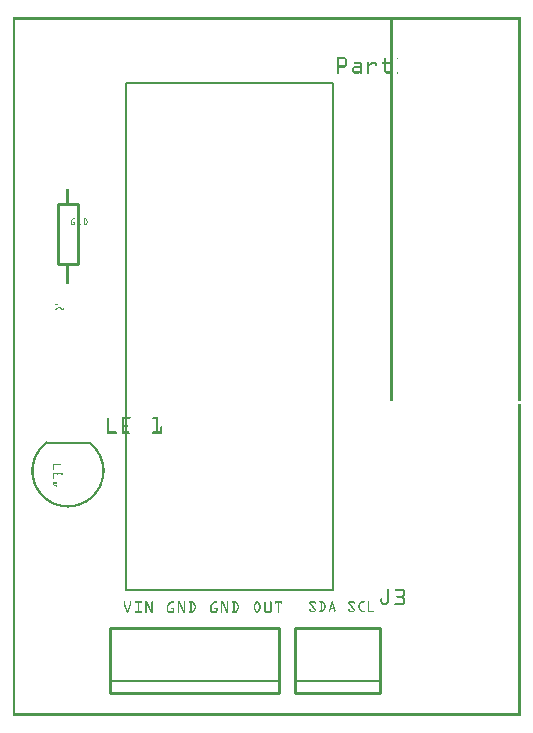
<source format=gto>
G04 MADE WITH FRITZING*
G04 WWW.FRITZING.ORG*
G04 DOUBLE SIDED*
G04 HOLES PLATED*
G04 CONTOUR ON CENTER OF CONTOUR VECTOR*
%ASAXBY*%
%FSLAX23Y23*%
%MOIN*%
%OFA0B0*%
%SFA1.0B1.0*%
%ADD10C,0.010000*%
%ADD11C,0.005000*%
%ADD12C,0.008000*%
%ADD13C,0.007874*%
%ADD14R,0.001000X0.001000*%
%LNSILK1*%
G90*
G70*
G54D10*
X151Y1508D02*
X151Y1708D01*
D02*
X151Y1708D02*
X217Y1708D01*
D02*
X217Y1708D02*
X217Y1508D01*
D02*
X217Y1508D02*
X151Y1508D01*
D02*
X1225Y293D02*
X939Y293D01*
D02*
X939Y293D02*
X939Y77D01*
D02*
X939Y77D02*
X1225Y77D01*
D02*
X1225Y77D02*
X1225Y293D01*
G54D11*
D02*
X939Y117D02*
X1225Y117D01*
G54D10*
D02*
X886Y293D02*
X324Y293D01*
D02*
X324Y293D02*
X324Y77D01*
D02*
X324Y77D02*
X886Y77D01*
D02*
X886Y77D02*
X886Y293D01*
G54D11*
D02*
X324Y117D02*
X886Y117D01*
G54D12*
X376Y419D02*
X1068Y419D01*
X1068Y2111D01*
X376Y2111D01*
X376Y419D01*
D02*
G54D13*
X254Y911D02*
X113Y911D01*
D02*
G54D14*
X0Y2328D02*
X1692Y2328D01*
X0Y2327D02*
X1692Y2327D01*
X0Y2326D02*
X1692Y2326D01*
X0Y2325D02*
X1692Y2325D01*
X0Y2324D02*
X1692Y2324D01*
X0Y2323D02*
X1692Y2323D01*
X0Y2322D02*
X1692Y2322D01*
X0Y2321D02*
X1692Y2321D01*
X0Y2320D02*
X7Y2320D01*
X1258Y2320D02*
X1268Y2320D01*
X1685Y2320D02*
X1692Y2320D01*
X0Y2319D02*
X7Y2319D01*
X1258Y2319D02*
X1268Y2319D01*
X1685Y2319D02*
X1692Y2319D01*
X0Y2318D02*
X7Y2318D01*
X1258Y2318D02*
X1268Y2318D01*
X1685Y2318D02*
X1692Y2318D01*
X0Y2317D02*
X7Y2317D01*
X1258Y2317D02*
X1268Y2317D01*
X1685Y2317D02*
X1692Y2317D01*
X0Y2316D02*
X7Y2316D01*
X1258Y2316D02*
X1268Y2316D01*
X1685Y2316D02*
X1692Y2316D01*
X0Y2315D02*
X7Y2315D01*
X1258Y2315D02*
X1268Y2315D01*
X1685Y2315D02*
X1692Y2315D01*
X0Y2314D02*
X7Y2314D01*
X1258Y2314D02*
X1268Y2314D01*
X1685Y2314D02*
X1692Y2314D01*
X0Y2313D02*
X7Y2313D01*
X1258Y2313D02*
X1268Y2313D01*
X1685Y2313D02*
X1692Y2313D01*
X0Y2312D02*
X7Y2312D01*
X1258Y2312D02*
X1268Y2312D01*
X1685Y2312D02*
X1692Y2312D01*
X0Y2311D02*
X7Y2311D01*
X1258Y2311D02*
X1268Y2311D01*
X1685Y2311D02*
X1692Y2311D01*
X0Y2310D02*
X7Y2310D01*
X1258Y2310D02*
X1268Y2310D01*
X1685Y2310D02*
X1692Y2310D01*
X0Y2309D02*
X7Y2309D01*
X1258Y2309D02*
X1268Y2309D01*
X1685Y2309D02*
X1692Y2309D01*
X0Y2308D02*
X7Y2308D01*
X1258Y2308D02*
X1268Y2308D01*
X1685Y2308D02*
X1692Y2308D01*
X0Y2307D02*
X7Y2307D01*
X1258Y2307D02*
X1268Y2307D01*
X1685Y2307D02*
X1692Y2307D01*
X0Y2306D02*
X7Y2306D01*
X1258Y2306D02*
X1268Y2306D01*
X1685Y2306D02*
X1692Y2306D01*
X0Y2305D02*
X7Y2305D01*
X1258Y2305D02*
X1268Y2305D01*
X1685Y2305D02*
X1692Y2305D01*
X0Y2304D02*
X7Y2304D01*
X1258Y2304D02*
X1268Y2304D01*
X1685Y2304D02*
X1692Y2304D01*
X0Y2303D02*
X7Y2303D01*
X1258Y2303D02*
X1268Y2303D01*
X1685Y2303D02*
X1692Y2303D01*
X0Y2302D02*
X7Y2302D01*
X1258Y2302D02*
X1268Y2302D01*
X1685Y2302D02*
X1692Y2302D01*
X0Y2301D02*
X7Y2301D01*
X1258Y2301D02*
X1268Y2301D01*
X1685Y2301D02*
X1692Y2301D01*
X0Y2300D02*
X7Y2300D01*
X1258Y2300D02*
X1268Y2300D01*
X1685Y2300D02*
X1692Y2300D01*
X0Y2299D02*
X7Y2299D01*
X1258Y2299D02*
X1268Y2299D01*
X1685Y2299D02*
X1692Y2299D01*
X0Y2298D02*
X7Y2298D01*
X1258Y2298D02*
X1268Y2298D01*
X1685Y2298D02*
X1692Y2298D01*
X0Y2297D02*
X7Y2297D01*
X1258Y2297D02*
X1268Y2297D01*
X1685Y2297D02*
X1692Y2297D01*
X0Y2296D02*
X7Y2296D01*
X1258Y2296D02*
X1268Y2296D01*
X1685Y2296D02*
X1692Y2296D01*
X0Y2295D02*
X7Y2295D01*
X1258Y2295D02*
X1268Y2295D01*
X1685Y2295D02*
X1692Y2295D01*
X0Y2294D02*
X7Y2294D01*
X1258Y2294D02*
X1268Y2294D01*
X1685Y2294D02*
X1692Y2294D01*
X0Y2293D02*
X7Y2293D01*
X1258Y2293D02*
X1268Y2293D01*
X1685Y2293D02*
X1692Y2293D01*
X0Y2292D02*
X7Y2292D01*
X1258Y2292D02*
X1268Y2292D01*
X1685Y2292D02*
X1692Y2292D01*
X0Y2291D02*
X7Y2291D01*
X1258Y2291D02*
X1268Y2291D01*
X1685Y2291D02*
X1692Y2291D01*
X0Y2290D02*
X7Y2290D01*
X1258Y2290D02*
X1268Y2290D01*
X1685Y2290D02*
X1692Y2290D01*
X0Y2289D02*
X7Y2289D01*
X1258Y2289D02*
X1268Y2289D01*
X1685Y2289D02*
X1692Y2289D01*
X0Y2288D02*
X7Y2288D01*
X1258Y2288D02*
X1268Y2288D01*
X1685Y2288D02*
X1692Y2288D01*
X0Y2287D02*
X7Y2287D01*
X1258Y2287D02*
X1268Y2287D01*
X1685Y2287D02*
X1692Y2287D01*
X0Y2286D02*
X7Y2286D01*
X1258Y2286D02*
X1268Y2286D01*
X1685Y2286D02*
X1692Y2286D01*
X0Y2285D02*
X7Y2285D01*
X1258Y2285D02*
X1268Y2285D01*
X1685Y2285D02*
X1692Y2285D01*
X0Y2284D02*
X7Y2284D01*
X1258Y2284D02*
X1268Y2284D01*
X1685Y2284D02*
X1692Y2284D01*
X0Y2283D02*
X7Y2283D01*
X1258Y2283D02*
X1268Y2283D01*
X1685Y2283D02*
X1692Y2283D01*
X0Y2282D02*
X7Y2282D01*
X1258Y2282D02*
X1268Y2282D01*
X1685Y2282D02*
X1692Y2282D01*
X0Y2281D02*
X7Y2281D01*
X1258Y2281D02*
X1268Y2281D01*
X1685Y2281D02*
X1692Y2281D01*
X0Y2280D02*
X7Y2280D01*
X1258Y2280D02*
X1268Y2280D01*
X1685Y2280D02*
X1692Y2280D01*
X0Y2279D02*
X7Y2279D01*
X1258Y2279D02*
X1268Y2279D01*
X1685Y2279D02*
X1692Y2279D01*
X0Y2278D02*
X7Y2278D01*
X1258Y2278D02*
X1268Y2278D01*
X1685Y2278D02*
X1692Y2278D01*
X0Y2277D02*
X7Y2277D01*
X1258Y2277D02*
X1268Y2277D01*
X1685Y2277D02*
X1692Y2277D01*
X0Y2276D02*
X7Y2276D01*
X1258Y2276D02*
X1268Y2276D01*
X1685Y2276D02*
X1692Y2276D01*
X0Y2275D02*
X7Y2275D01*
X1258Y2275D02*
X1268Y2275D01*
X1685Y2275D02*
X1692Y2275D01*
X0Y2274D02*
X7Y2274D01*
X1258Y2274D02*
X1268Y2274D01*
X1685Y2274D02*
X1692Y2274D01*
X0Y2273D02*
X7Y2273D01*
X1258Y2273D02*
X1268Y2273D01*
X1685Y2273D02*
X1692Y2273D01*
X0Y2272D02*
X7Y2272D01*
X1258Y2272D02*
X1268Y2272D01*
X1685Y2272D02*
X1692Y2272D01*
X0Y2271D02*
X7Y2271D01*
X1258Y2271D02*
X1268Y2271D01*
X1685Y2271D02*
X1692Y2271D01*
X0Y2270D02*
X7Y2270D01*
X1258Y2270D02*
X1268Y2270D01*
X1685Y2270D02*
X1692Y2270D01*
X0Y2269D02*
X7Y2269D01*
X1258Y2269D02*
X1268Y2269D01*
X1685Y2269D02*
X1692Y2269D01*
X0Y2268D02*
X7Y2268D01*
X1258Y2268D02*
X1268Y2268D01*
X1685Y2268D02*
X1692Y2268D01*
X0Y2267D02*
X7Y2267D01*
X1258Y2267D02*
X1268Y2267D01*
X1685Y2267D02*
X1692Y2267D01*
X0Y2266D02*
X7Y2266D01*
X1258Y2266D02*
X1268Y2266D01*
X1685Y2266D02*
X1692Y2266D01*
X0Y2265D02*
X7Y2265D01*
X1258Y2265D02*
X1268Y2265D01*
X1685Y2265D02*
X1692Y2265D01*
X0Y2264D02*
X7Y2264D01*
X1258Y2264D02*
X1268Y2264D01*
X1685Y2264D02*
X1692Y2264D01*
X0Y2263D02*
X7Y2263D01*
X1258Y2263D02*
X1268Y2263D01*
X1685Y2263D02*
X1692Y2263D01*
X0Y2262D02*
X7Y2262D01*
X1258Y2262D02*
X1268Y2262D01*
X1685Y2262D02*
X1692Y2262D01*
X0Y2261D02*
X7Y2261D01*
X1258Y2261D02*
X1268Y2261D01*
X1685Y2261D02*
X1692Y2261D01*
X0Y2260D02*
X7Y2260D01*
X1258Y2260D02*
X1268Y2260D01*
X1685Y2260D02*
X1692Y2260D01*
X0Y2259D02*
X7Y2259D01*
X1258Y2259D02*
X1268Y2259D01*
X1685Y2259D02*
X1692Y2259D01*
X0Y2258D02*
X7Y2258D01*
X1258Y2258D02*
X1268Y2258D01*
X1685Y2258D02*
X1692Y2258D01*
X0Y2257D02*
X7Y2257D01*
X1258Y2257D02*
X1268Y2257D01*
X1685Y2257D02*
X1692Y2257D01*
X0Y2256D02*
X7Y2256D01*
X1258Y2256D02*
X1268Y2256D01*
X1685Y2256D02*
X1692Y2256D01*
X0Y2255D02*
X7Y2255D01*
X1258Y2255D02*
X1268Y2255D01*
X1685Y2255D02*
X1692Y2255D01*
X0Y2254D02*
X7Y2254D01*
X1258Y2254D02*
X1268Y2254D01*
X1685Y2254D02*
X1692Y2254D01*
X0Y2253D02*
X7Y2253D01*
X1258Y2253D02*
X1268Y2253D01*
X1685Y2253D02*
X1692Y2253D01*
X0Y2252D02*
X7Y2252D01*
X1258Y2252D02*
X1268Y2252D01*
X1685Y2252D02*
X1692Y2252D01*
X0Y2251D02*
X7Y2251D01*
X1258Y2251D02*
X1268Y2251D01*
X1685Y2251D02*
X1692Y2251D01*
X0Y2250D02*
X7Y2250D01*
X1258Y2250D02*
X1268Y2250D01*
X1685Y2250D02*
X1692Y2250D01*
X0Y2249D02*
X7Y2249D01*
X1258Y2249D02*
X1268Y2249D01*
X1685Y2249D02*
X1692Y2249D01*
X0Y2248D02*
X7Y2248D01*
X1258Y2248D02*
X1268Y2248D01*
X1685Y2248D02*
X1692Y2248D01*
X0Y2247D02*
X7Y2247D01*
X1258Y2247D02*
X1268Y2247D01*
X1685Y2247D02*
X1692Y2247D01*
X0Y2246D02*
X7Y2246D01*
X1258Y2246D02*
X1268Y2246D01*
X1685Y2246D02*
X1692Y2246D01*
X0Y2245D02*
X7Y2245D01*
X1258Y2245D02*
X1268Y2245D01*
X1685Y2245D02*
X1692Y2245D01*
X0Y2244D02*
X7Y2244D01*
X1258Y2244D02*
X1268Y2244D01*
X1685Y2244D02*
X1692Y2244D01*
X0Y2243D02*
X7Y2243D01*
X1258Y2243D02*
X1268Y2243D01*
X1685Y2243D02*
X1692Y2243D01*
X0Y2242D02*
X7Y2242D01*
X1258Y2242D02*
X1268Y2242D01*
X1685Y2242D02*
X1692Y2242D01*
X0Y2241D02*
X7Y2241D01*
X1258Y2241D02*
X1268Y2241D01*
X1685Y2241D02*
X1692Y2241D01*
X0Y2240D02*
X7Y2240D01*
X1258Y2240D02*
X1268Y2240D01*
X1685Y2240D02*
X1692Y2240D01*
X0Y2239D02*
X7Y2239D01*
X1258Y2239D02*
X1268Y2239D01*
X1685Y2239D02*
X1692Y2239D01*
X0Y2238D02*
X7Y2238D01*
X1258Y2238D02*
X1268Y2238D01*
X1685Y2238D02*
X1692Y2238D01*
X0Y2237D02*
X7Y2237D01*
X1258Y2237D02*
X1268Y2237D01*
X1685Y2237D02*
X1692Y2237D01*
X0Y2236D02*
X7Y2236D01*
X1258Y2236D02*
X1268Y2236D01*
X1685Y2236D02*
X1692Y2236D01*
X0Y2235D02*
X7Y2235D01*
X1258Y2235D02*
X1268Y2235D01*
X1685Y2235D02*
X1692Y2235D01*
X0Y2234D02*
X7Y2234D01*
X1258Y2234D02*
X1268Y2234D01*
X1685Y2234D02*
X1692Y2234D01*
X0Y2233D02*
X7Y2233D01*
X1258Y2233D02*
X1268Y2233D01*
X1685Y2233D02*
X1692Y2233D01*
X0Y2232D02*
X7Y2232D01*
X1258Y2232D02*
X1268Y2232D01*
X1685Y2232D02*
X1692Y2232D01*
X0Y2231D02*
X7Y2231D01*
X1258Y2231D02*
X1268Y2231D01*
X1685Y2231D02*
X1692Y2231D01*
X0Y2230D02*
X7Y2230D01*
X1258Y2230D02*
X1268Y2230D01*
X1685Y2230D02*
X1692Y2230D01*
X0Y2229D02*
X7Y2229D01*
X1258Y2229D02*
X1268Y2229D01*
X1685Y2229D02*
X1692Y2229D01*
X0Y2228D02*
X7Y2228D01*
X1258Y2228D02*
X1268Y2228D01*
X1685Y2228D02*
X1692Y2228D01*
X0Y2227D02*
X7Y2227D01*
X1258Y2227D02*
X1268Y2227D01*
X1685Y2227D02*
X1692Y2227D01*
X0Y2226D02*
X7Y2226D01*
X1258Y2226D02*
X1268Y2226D01*
X1685Y2226D02*
X1692Y2226D01*
X0Y2225D02*
X7Y2225D01*
X1258Y2225D02*
X1268Y2225D01*
X1685Y2225D02*
X1692Y2225D01*
X0Y2224D02*
X7Y2224D01*
X1258Y2224D02*
X1268Y2224D01*
X1685Y2224D02*
X1692Y2224D01*
X0Y2223D02*
X7Y2223D01*
X1258Y2223D02*
X1268Y2223D01*
X1685Y2223D02*
X1692Y2223D01*
X0Y2222D02*
X7Y2222D01*
X1258Y2222D02*
X1268Y2222D01*
X1685Y2222D02*
X1692Y2222D01*
X0Y2221D02*
X7Y2221D01*
X1258Y2221D02*
X1268Y2221D01*
X1685Y2221D02*
X1692Y2221D01*
X0Y2220D02*
X7Y2220D01*
X1258Y2220D02*
X1268Y2220D01*
X1685Y2220D02*
X1692Y2220D01*
X0Y2219D02*
X7Y2219D01*
X1258Y2219D02*
X1268Y2219D01*
X1685Y2219D02*
X1692Y2219D01*
X0Y2218D02*
X7Y2218D01*
X1258Y2218D02*
X1268Y2218D01*
X1685Y2218D02*
X1692Y2218D01*
X0Y2217D02*
X7Y2217D01*
X1258Y2217D02*
X1268Y2217D01*
X1685Y2217D02*
X1692Y2217D01*
X0Y2216D02*
X7Y2216D01*
X1258Y2216D02*
X1268Y2216D01*
X1685Y2216D02*
X1692Y2216D01*
X0Y2215D02*
X7Y2215D01*
X1258Y2215D02*
X1268Y2215D01*
X1685Y2215D02*
X1692Y2215D01*
X0Y2214D02*
X7Y2214D01*
X1258Y2214D02*
X1268Y2214D01*
X1685Y2214D02*
X1692Y2214D01*
X0Y2213D02*
X7Y2213D01*
X1258Y2213D02*
X1268Y2213D01*
X1685Y2213D02*
X1692Y2213D01*
X0Y2212D02*
X7Y2212D01*
X1258Y2212D02*
X1268Y2212D01*
X1685Y2212D02*
X1692Y2212D01*
X0Y2211D02*
X7Y2211D01*
X1258Y2211D02*
X1268Y2211D01*
X1685Y2211D02*
X1692Y2211D01*
X0Y2210D02*
X7Y2210D01*
X1258Y2210D02*
X1268Y2210D01*
X1685Y2210D02*
X1692Y2210D01*
X0Y2209D02*
X7Y2209D01*
X1258Y2209D02*
X1268Y2209D01*
X1685Y2209D02*
X1692Y2209D01*
X0Y2208D02*
X7Y2208D01*
X1258Y2208D02*
X1268Y2208D01*
X1685Y2208D02*
X1692Y2208D01*
X0Y2207D02*
X7Y2207D01*
X1258Y2207D02*
X1268Y2207D01*
X1685Y2207D02*
X1692Y2207D01*
X0Y2206D02*
X7Y2206D01*
X1258Y2206D02*
X1268Y2206D01*
X1685Y2206D02*
X1692Y2206D01*
X0Y2205D02*
X7Y2205D01*
X1258Y2205D02*
X1268Y2205D01*
X1685Y2205D02*
X1692Y2205D01*
X0Y2204D02*
X7Y2204D01*
X1258Y2204D02*
X1268Y2204D01*
X1685Y2204D02*
X1692Y2204D01*
X0Y2203D02*
X7Y2203D01*
X1258Y2203D02*
X1268Y2203D01*
X1685Y2203D02*
X1692Y2203D01*
X0Y2202D02*
X7Y2202D01*
X1258Y2202D02*
X1268Y2202D01*
X1685Y2202D02*
X1692Y2202D01*
X0Y2201D02*
X7Y2201D01*
X1258Y2201D02*
X1268Y2201D01*
X1685Y2201D02*
X1692Y2201D01*
X0Y2200D02*
X7Y2200D01*
X1258Y2200D02*
X1268Y2200D01*
X1685Y2200D02*
X1692Y2200D01*
X0Y2199D02*
X7Y2199D01*
X1258Y2199D02*
X1268Y2199D01*
X1685Y2199D02*
X1692Y2199D01*
X0Y2198D02*
X7Y2198D01*
X1258Y2198D02*
X1268Y2198D01*
X1685Y2198D02*
X1692Y2198D01*
X0Y2197D02*
X7Y2197D01*
X1258Y2197D02*
X1268Y2197D01*
X1685Y2197D02*
X1692Y2197D01*
X0Y2196D02*
X7Y2196D01*
X1258Y2196D02*
X1268Y2196D01*
X1685Y2196D02*
X1692Y2196D01*
X0Y2195D02*
X7Y2195D01*
X1080Y2195D02*
X1106Y2195D01*
X1258Y2195D02*
X1268Y2195D01*
X1283Y2195D02*
X1284Y2195D01*
X1685Y2195D02*
X1692Y2195D01*
X0Y2194D02*
X7Y2194D01*
X1080Y2194D02*
X1108Y2194D01*
X1258Y2194D02*
X1268Y2194D01*
X1282Y2194D02*
X1284Y2194D01*
X1685Y2194D02*
X1692Y2194D01*
X0Y2193D02*
X7Y2193D01*
X1080Y2193D02*
X1110Y2193D01*
X1258Y2193D02*
X1268Y2193D01*
X1281Y2193D02*
X1284Y2193D01*
X1685Y2193D02*
X1692Y2193D01*
X0Y2192D02*
X7Y2192D01*
X1080Y2192D02*
X1111Y2192D01*
X1239Y2192D02*
X1242Y2192D01*
X1258Y2192D02*
X1268Y2192D01*
X1281Y2192D02*
X1284Y2192D01*
X1685Y2192D02*
X1692Y2192D01*
X0Y2191D02*
X7Y2191D01*
X1080Y2191D02*
X1112Y2191D01*
X1238Y2191D02*
X1243Y2191D01*
X1258Y2191D02*
X1268Y2191D01*
X1281Y2191D02*
X1284Y2191D01*
X1685Y2191D02*
X1692Y2191D01*
X0Y2190D02*
X7Y2190D01*
X1080Y2190D02*
X1112Y2190D01*
X1238Y2190D02*
X1243Y2190D01*
X1258Y2190D02*
X1268Y2190D01*
X1282Y2190D02*
X1284Y2190D01*
X1685Y2190D02*
X1692Y2190D01*
X0Y2189D02*
X7Y2189D01*
X1080Y2189D02*
X1113Y2189D01*
X1238Y2189D02*
X1244Y2189D01*
X1258Y2189D02*
X1268Y2189D01*
X1283Y2189D02*
X1284Y2189D01*
X1685Y2189D02*
X1692Y2189D01*
X0Y2188D02*
X7Y2188D01*
X1080Y2188D02*
X1086Y2188D01*
X1106Y2188D02*
X1113Y2188D01*
X1238Y2188D02*
X1244Y2188D01*
X1258Y2188D02*
X1268Y2188D01*
X1685Y2188D02*
X1692Y2188D01*
X0Y2187D02*
X7Y2187D01*
X1080Y2187D02*
X1086Y2187D01*
X1107Y2187D02*
X1114Y2187D01*
X1238Y2187D02*
X1244Y2187D01*
X1258Y2187D02*
X1268Y2187D01*
X1685Y2187D02*
X1692Y2187D01*
X0Y2186D02*
X7Y2186D01*
X1080Y2186D02*
X1086Y2186D01*
X1107Y2186D02*
X1114Y2186D01*
X1238Y2186D02*
X1244Y2186D01*
X1258Y2186D02*
X1268Y2186D01*
X1685Y2186D02*
X1692Y2186D01*
X0Y2185D02*
X7Y2185D01*
X1080Y2185D02*
X1086Y2185D01*
X1108Y2185D02*
X1114Y2185D01*
X1238Y2185D02*
X1244Y2185D01*
X1258Y2185D02*
X1268Y2185D01*
X1685Y2185D02*
X1692Y2185D01*
X0Y2184D02*
X7Y2184D01*
X1080Y2184D02*
X1086Y2184D01*
X1108Y2184D02*
X1114Y2184D01*
X1238Y2184D02*
X1244Y2184D01*
X1258Y2184D02*
X1268Y2184D01*
X1685Y2184D02*
X1692Y2184D01*
X0Y2183D02*
X7Y2183D01*
X1080Y2183D02*
X1086Y2183D01*
X1108Y2183D02*
X1114Y2183D01*
X1238Y2183D02*
X1244Y2183D01*
X1258Y2183D02*
X1268Y2183D01*
X1685Y2183D02*
X1692Y2183D01*
X0Y2182D02*
X7Y2182D01*
X1080Y2182D02*
X1086Y2182D01*
X1108Y2182D02*
X1114Y2182D01*
X1238Y2182D02*
X1244Y2182D01*
X1258Y2182D02*
X1268Y2182D01*
X1685Y2182D02*
X1692Y2182D01*
X0Y2181D02*
X7Y2181D01*
X1080Y2181D02*
X1086Y2181D01*
X1108Y2181D02*
X1114Y2181D01*
X1237Y2181D02*
X1244Y2181D01*
X1258Y2181D02*
X1268Y2181D01*
X1685Y2181D02*
X1692Y2181D01*
X0Y2180D02*
X7Y2180D01*
X1080Y2180D02*
X1086Y2180D01*
X1108Y2180D02*
X1114Y2180D01*
X1139Y2180D02*
X1156Y2180D01*
X1182Y2180D02*
X1185Y2180D01*
X1196Y2180D02*
X1207Y2180D01*
X1232Y2180D02*
X1268Y2180D01*
X1685Y2180D02*
X1692Y2180D01*
X0Y2179D02*
X7Y2179D01*
X1080Y2179D02*
X1086Y2179D01*
X1108Y2179D02*
X1114Y2179D01*
X1138Y2179D02*
X1158Y2179D01*
X1181Y2179D02*
X1186Y2179D01*
X1194Y2179D02*
X1209Y2179D01*
X1231Y2179D02*
X1268Y2179D01*
X1685Y2179D02*
X1692Y2179D01*
X0Y2178D02*
X7Y2178D01*
X1080Y2178D02*
X1086Y2178D01*
X1108Y2178D02*
X1114Y2178D01*
X1137Y2178D02*
X1160Y2178D01*
X1181Y2178D02*
X1186Y2178D01*
X1193Y2178D02*
X1211Y2178D01*
X1231Y2178D02*
X1268Y2178D01*
X1685Y2178D02*
X1692Y2178D01*
X0Y2177D02*
X7Y2177D01*
X1080Y2177D02*
X1086Y2177D01*
X1108Y2177D02*
X1114Y2177D01*
X1137Y2177D02*
X1160Y2177D01*
X1181Y2177D02*
X1187Y2177D01*
X1192Y2177D02*
X1211Y2177D01*
X1231Y2177D02*
X1268Y2177D01*
X1685Y2177D02*
X1692Y2177D01*
X0Y2176D02*
X7Y2176D01*
X1080Y2176D02*
X1086Y2176D01*
X1108Y2176D02*
X1114Y2176D01*
X1137Y2176D02*
X1161Y2176D01*
X1181Y2176D02*
X1187Y2176D01*
X1191Y2176D02*
X1212Y2176D01*
X1231Y2176D02*
X1268Y2176D01*
X1685Y2176D02*
X1692Y2176D01*
X0Y2175D02*
X7Y2175D01*
X1080Y2175D02*
X1086Y2175D01*
X1108Y2175D02*
X1114Y2175D01*
X1138Y2175D02*
X1162Y2175D01*
X1181Y2175D02*
X1187Y2175D01*
X1190Y2175D02*
X1213Y2175D01*
X1231Y2175D02*
X1268Y2175D01*
X1685Y2175D02*
X1692Y2175D01*
X0Y2174D02*
X7Y2174D01*
X1080Y2174D02*
X1086Y2174D01*
X1108Y2174D02*
X1114Y2174D01*
X1139Y2174D02*
X1162Y2174D01*
X1181Y2174D02*
X1187Y2174D01*
X1189Y2174D02*
X1213Y2174D01*
X1233Y2174D02*
X1268Y2174D01*
X1685Y2174D02*
X1692Y2174D01*
X0Y2173D02*
X7Y2173D01*
X1080Y2173D02*
X1086Y2173D01*
X1108Y2173D02*
X1114Y2173D01*
X1156Y2173D02*
X1163Y2173D01*
X1181Y2173D02*
X1197Y2173D01*
X1207Y2173D02*
X1214Y2173D01*
X1238Y2173D02*
X1244Y2173D01*
X1258Y2173D02*
X1268Y2173D01*
X1685Y2173D02*
X1692Y2173D01*
X0Y2172D02*
X7Y2172D01*
X1080Y2172D02*
X1086Y2172D01*
X1108Y2172D02*
X1114Y2172D01*
X1156Y2172D02*
X1163Y2172D01*
X1181Y2172D02*
X1196Y2172D01*
X1208Y2172D02*
X1214Y2172D01*
X1238Y2172D02*
X1244Y2172D01*
X1258Y2172D02*
X1268Y2172D01*
X1685Y2172D02*
X1692Y2172D01*
X0Y2171D02*
X7Y2171D01*
X1080Y2171D02*
X1086Y2171D01*
X1107Y2171D02*
X1114Y2171D01*
X1157Y2171D02*
X1163Y2171D01*
X1181Y2171D02*
X1195Y2171D01*
X1208Y2171D02*
X1214Y2171D01*
X1238Y2171D02*
X1244Y2171D01*
X1258Y2171D02*
X1268Y2171D01*
X1685Y2171D02*
X1692Y2171D01*
X0Y2170D02*
X7Y2170D01*
X1080Y2170D02*
X1086Y2170D01*
X1107Y2170D02*
X1113Y2170D01*
X1157Y2170D02*
X1163Y2170D01*
X1181Y2170D02*
X1194Y2170D01*
X1208Y2170D02*
X1214Y2170D01*
X1238Y2170D02*
X1244Y2170D01*
X1258Y2170D02*
X1268Y2170D01*
X1685Y2170D02*
X1692Y2170D01*
X0Y2169D02*
X7Y2169D01*
X1080Y2169D02*
X1086Y2169D01*
X1105Y2169D02*
X1113Y2169D01*
X1157Y2169D02*
X1163Y2169D01*
X1181Y2169D02*
X1193Y2169D01*
X1208Y2169D02*
X1214Y2169D01*
X1238Y2169D02*
X1244Y2169D01*
X1258Y2169D02*
X1268Y2169D01*
X1685Y2169D02*
X1692Y2169D01*
X0Y2168D02*
X7Y2168D01*
X1080Y2168D02*
X1113Y2168D01*
X1157Y2168D02*
X1163Y2168D01*
X1181Y2168D02*
X1191Y2168D01*
X1208Y2168D02*
X1214Y2168D01*
X1238Y2168D02*
X1244Y2168D01*
X1258Y2168D02*
X1268Y2168D01*
X1685Y2168D02*
X1692Y2168D01*
X0Y2167D02*
X7Y2167D01*
X1080Y2167D02*
X1112Y2167D01*
X1157Y2167D02*
X1163Y2167D01*
X1181Y2167D02*
X1190Y2167D01*
X1208Y2167D02*
X1214Y2167D01*
X1238Y2167D02*
X1244Y2167D01*
X1258Y2167D02*
X1268Y2167D01*
X1685Y2167D02*
X1692Y2167D01*
X0Y2166D02*
X7Y2166D01*
X1080Y2166D02*
X1111Y2166D01*
X1157Y2166D02*
X1163Y2166D01*
X1181Y2166D02*
X1189Y2166D01*
X1209Y2166D02*
X1213Y2166D01*
X1238Y2166D02*
X1244Y2166D01*
X1258Y2166D02*
X1268Y2166D01*
X1685Y2166D02*
X1692Y2166D01*
X0Y2165D02*
X7Y2165D01*
X1080Y2165D02*
X1111Y2165D01*
X1136Y2165D02*
X1163Y2165D01*
X1181Y2165D02*
X1188Y2165D01*
X1211Y2165D02*
X1211Y2165D01*
X1238Y2165D02*
X1244Y2165D01*
X1258Y2165D02*
X1268Y2165D01*
X1685Y2165D02*
X1692Y2165D01*
X0Y2164D02*
X7Y2164D01*
X1080Y2164D02*
X1109Y2164D01*
X1135Y2164D02*
X1163Y2164D01*
X1181Y2164D02*
X1187Y2164D01*
X1238Y2164D02*
X1244Y2164D01*
X1258Y2164D02*
X1268Y2164D01*
X1685Y2164D02*
X1692Y2164D01*
X0Y2163D02*
X7Y2163D01*
X1080Y2163D02*
X1108Y2163D01*
X1134Y2163D02*
X1163Y2163D01*
X1181Y2163D02*
X1187Y2163D01*
X1238Y2163D02*
X1244Y2163D01*
X1258Y2163D02*
X1268Y2163D01*
X1685Y2163D02*
X1692Y2163D01*
X0Y2162D02*
X7Y2162D01*
X1080Y2162D02*
X1105Y2162D01*
X1133Y2162D02*
X1163Y2162D01*
X1181Y2162D02*
X1187Y2162D01*
X1238Y2162D02*
X1244Y2162D01*
X1258Y2162D02*
X1268Y2162D01*
X1685Y2162D02*
X1692Y2162D01*
X0Y2161D02*
X7Y2161D01*
X1080Y2161D02*
X1086Y2161D01*
X1132Y2161D02*
X1163Y2161D01*
X1181Y2161D02*
X1187Y2161D01*
X1238Y2161D02*
X1244Y2161D01*
X1258Y2161D02*
X1268Y2161D01*
X1685Y2161D02*
X1692Y2161D01*
X0Y2160D02*
X7Y2160D01*
X1080Y2160D02*
X1086Y2160D01*
X1131Y2160D02*
X1163Y2160D01*
X1181Y2160D02*
X1187Y2160D01*
X1238Y2160D02*
X1244Y2160D01*
X1258Y2160D02*
X1268Y2160D01*
X1685Y2160D02*
X1692Y2160D01*
X0Y2159D02*
X7Y2159D01*
X1080Y2159D02*
X1086Y2159D01*
X1131Y2159D02*
X1163Y2159D01*
X1181Y2159D02*
X1187Y2159D01*
X1238Y2159D02*
X1244Y2159D01*
X1258Y2159D02*
X1268Y2159D01*
X1685Y2159D02*
X1692Y2159D01*
X0Y2158D02*
X7Y2158D01*
X1080Y2158D02*
X1086Y2158D01*
X1131Y2158D02*
X1137Y2158D01*
X1156Y2158D02*
X1163Y2158D01*
X1181Y2158D02*
X1187Y2158D01*
X1238Y2158D02*
X1244Y2158D01*
X1258Y2158D02*
X1268Y2158D01*
X1685Y2158D02*
X1692Y2158D01*
X0Y2157D02*
X7Y2157D01*
X1080Y2157D02*
X1086Y2157D01*
X1130Y2157D02*
X1137Y2157D01*
X1157Y2157D02*
X1163Y2157D01*
X1181Y2157D02*
X1187Y2157D01*
X1238Y2157D02*
X1244Y2157D01*
X1258Y2157D02*
X1268Y2157D01*
X1685Y2157D02*
X1692Y2157D01*
X0Y2156D02*
X7Y2156D01*
X1080Y2156D02*
X1086Y2156D01*
X1130Y2156D02*
X1136Y2156D01*
X1157Y2156D02*
X1164Y2156D01*
X1181Y2156D02*
X1187Y2156D01*
X1238Y2156D02*
X1244Y2156D01*
X1258Y2156D02*
X1268Y2156D01*
X1685Y2156D02*
X1692Y2156D01*
X0Y2155D02*
X7Y2155D01*
X1080Y2155D02*
X1086Y2155D01*
X1130Y2155D02*
X1136Y2155D01*
X1157Y2155D02*
X1164Y2155D01*
X1181Y2155D02*
X1187Y2155D01*
X1238Y2155D02*
X1244Y2155D01*
X1258Y2155D02*
X1268Y2155D01*
X1685Y2155D02*
X1692Y2155D01*
X0Y2154D02*
X7Y2154D01*
X1080Y2154D02*
X1086Y2154D01*
X1130Y2154D02*
X1136Y2154D01*
X1157Y2154D02*
X1164Y2154D01*
X1181Y2154D02*
X1187Y2154D01*
X1238Y2154D02*
X1244Y2154D01*
X1258Y2154D02*
X1268Y2154D01*
X1685Y2154D02*
X1692Y2154D01*
X0Y2153D02*
X7Y2153D01*
X1080Y2153D02*
X1086Y2153D01*
X1130Y2153D02*
X1136Y2153D01*
X1157Y2153D02*
X1164Y2153D01*
X1181Y2153D02*
X1187Y2153D01*
X1238Y2153D02*
X1244Y2153D01*
X1258Y2153D02*
X1268Y2153D01*
X1685Y2153D02*
X1692Y2153D01*
X0Y2152D02*
X7Y2152D01*
X1080Y2152D02*
X1086Y2152D01*
X1130Y2152D02*
X1136Y2152D01*
X1156Y2152D02*
X1164Y2152D01*
X1181Y2152D02*
X1187Y2152D01*
X1238Y2152D02*
X1244Y2152D01*
X1258Y2152D02*
X1268Y2152D01*
X1685Y2152D02*
X1692Y2152D01*
X0Y2151D02*
X7Y2151D01*
X1080Y2151D02*
X1086Y2151D01*
X1130Y2151D02*
X1136Y2151D01*
X1155Y2151D02*
X1164Y2151D01*
X1181Y2151D02*
X1187Y2151D01*
X1238Y2151D02*
X1244Y2151D01*
X1258Y2151D02*
X1268Y2151D01*
X1685Y2151D02*
X1692Y2151D01*
X0Y2150D02*
X7Y2150D01*
X1080Y2150D02*
X1086Y2150D01*
X1130Y2150D02*
X1137Y2150D01*
X1153Y2150D02*
X1164Y2150D01*
X1181Y2150D02*
X1187Y2150D01*
X1238Y2150D02*
X1244Y2150D01*
X1258Y2150D02*
X1268Y2150D01*
X1685Y2150D02*
X1692Y2150D01*
X0Y2149D02*
X7Y2149D01*
X1080Y2149D02*
X1086Y2149D01*
X1131Y2149D02*
X1138Y2149D01*
X1151Y2149D02*
X1164Y2149D01*
X1181Y2149D02*
X1187Y2149D01*
X1238Y2149D02*
X1245Y2149D01*
X1257Y2149D02*
X1268Y2149D01*
X1685Y2149D02*
X1692Y2149D01*
X0Y2148D02*
X7Y2148D01*
X1080Y2148D02*
X1086Y2148D01*
X1131Y2148D02*
X1164Y2148D01*
X1181Y2148D02*
X1187Y2148D01*
X1238Y2148D02*
X1268Y2148D01*
X1283Y2148D02*
X1284Y2148D01*
X1685Y2148D02*
X1692Y2148D01*
X0Y2147D02*
X7Y2147D01*
X1080Y2147D02*
X1086Y2147D01*
X1131Y2147D02*
X1164Y2147D01*
X1181Y2147D02*
X1187Y2147D01*
X1239Y2147D02*
X1268Y2147D01*
X1282Y2147D02*
X1284Y2147D01*
X1685Y2147D02*
X1692Y2147D01*
X0Y2146D02*
X7Y2146D01*
X1080Y2146D02*
X1086Y2146D01*
X1132Y2146D02*
X1164Y2146D01*
X1181Y2146D02*
X1187Y2146D01*
X1239Y2146D02*
X1268Y2146D01*
X1281Y2146D02*
X1284Y2146D01*
X1685Y2146D02*
X1692Y2146D01*
X0Y2145D02*
X7Y2145D01*
X1080Y2145D02*
X1086Y2145D01*
X1133Y2145D02*
X1164Y2145D01*
X1181Y2145D02*
X1187Y2145D01*
X1240Y2145D02*
X1268Y2145D01*
X1281Y2145D02*
X1284Y2145D01*
X1685Y2145D02*
X1692Y2145D01*
X0Y2144D02*
X7Y2144D01*
X1080Y2144D02*
X1086Y2144D01*
X1134Y2144D02*
X1156Y2144D01*
X1158Y2144D02*
X1164Y2144D01*
X1181Y2144D02*
X1186Y2144D01*
X1241Y2144D02*
X1268Y2144D01*
X1281Y2144D02*
X1284Y2144D01*
X1685Y2144D02*
X1692Y2144D01*
X0Y2143D02*
X7Y2143D01*
X1081Y2143D02*
X1086Y2143D01*
X1135Y2143D02*
X1154Y2143D01*
X1158Y2143D02*
X1163Y2143D01*
X1181Y2143D02*
X1186Y2143D01*
X1242Y2143D02*
X1268Y2143D01*
X1281Y2143D02*
X1284Y2143D01*
X1685Y2143D02*
X1692Y2143D01*
X0Y2142D02*
X7Y2142D01*
X1082Y2142D02*
X1085Y2142D01*
X1137Y2142D02*
X1152Y2142D01*
X1159Y2142D02*
X1162Y2142D01*
X1182Y2142D02*
X1185Y2142D01*
X1244Y2142D02*
X1268Y2142D01*
X1282Y2142D02*
X1284Y2142D01*
X1685Y2142D02*
X1692Y2142D01*
X0Y2141D02*
X7Y2141D01*
X1258Y2141D02*
X1268Y2141D01*
X1685Y2141D02*
X1692Y2141D01*
X0Y2140D02*
X7Y2140D01*
X1258Y2140D02*
X1268Y2140D01*
X1685Y2140D02*
X1692Y2140D01*
X0Y2139D02*
X7Y2139D01*
X1258Y2139D02*
X1268Y2139D01*
X1685Y2139D02*
X1692Y2139D01*
X0Y2138D02*
X7Y2138D01*
X1258Y2138D02*
X1268Y2138D01*
X1685Y2138D02*
X1692Y2138D01*
X0Y2137D02*
X7Y2137D01*
X1258Y2137D02*
X1268Y2137D01*
X1685Y2137D02*
X1692Y2137D01*
X0Y2136D02*
X7Y2136D01*
X1258Y2136D02*
X1268Y2136D01*
X1685Y2136D02*
X1692Y2136D01*
X0Y2135D02*
X7Y2135D01*
X1258Y2135D02*
X1268Y2135D01*
X1685Y2135D02*
X1692Y2135D01*
X0Y2134D02*
X7Y2134D01*
X1258Y2134D02*
X1268Y2134D01*
X1685Y2134D02*
X1692Y2134D01*
X0Y2133D02*
X7Y2133D01*
X1258Y2133D02*
X1268Y2133D01*
X1685Y2133D02*
X1692Y2133D01*
X0Y2132D02*
X7Y2132D01*
X1258Y2132D02*
X1268Y2132D01*
X1685Y2132D02*
X1692Y2132D01*
X0Y2131D02*
X7Y2131D01*
X1258Y2131D02*
X1268Y2131D01*
X1685Y2131D02*
X1692Y2131D01*
X0Y2130D02*
X7Y2130D01*
X1258Y2130D02*
X1268Y2130D01*
X1685Y2130D02*
X1692Y2130D01*
X0Y2129D02*
X7Y2129D01*
X1258Y2129D02*
X1268Y2129D01*
X1685Y2129D02*
X1692Y2129D01*
X0Y2128D02*
X7Y2128D01*
X1258Y2128D02*
X1268Y2128D01*
X1685Y2128D02*
X1692Y2128D01*
X0Y2127D02*
X7Y2127D01*
X1258Y2127D02*
X1268Y2127D01*
X1685Y2127D02*
X1692Y2127D01*
X0Y2126D02*
X7Y2126D01*
X1258Y2126D02*
X1268Y2126D01*
X1685Y2126D02*
X1692Y2126D01*
X0Y2125D02*
X7Y2125D01*
X1258Y2125D02*
X1268Y2125D01*
X1685Y2125D02*
X1692Y2125D01*
X0Y2124D02*
X7Y2124D01*
X1258Y2124D02*
X1268Y2124D01*
X1685Y2124D02*
X1692Y2124D01*
X0Y2123D02*
X7Y2123D01*
X1258Y2123D02*
X1268Y2123D01*
X1685Y2123D02*
X1692Y2123D01*
X0Y2122D02*
X7Y2122D01*
X1258Y2122D02*
X1268Y2122D01*
X1685Y2122D02*
X1692Y2122D01*
X0Y2121D02*
X7Y2121D01*
X1258Y2121D02*
X1268Y2121D01*
X1685Y2121D02*
X1692Y2121D01*
X0Y2120D02*
X7Y2120D01*
X1258Y2120D02*
X1268Y2120D01*
X1685Y2120D02*
X1692Y2120D01*
X0Y2119D02*
X7Y2119D01*
X1258Y2119D02*
X1268Y2119D01*
X1685Y2119D02*
X1692Y2119D01*
X0Y2118D02*
X7Y2118D01*
X1258Y2118D02*
X1268Y2118D01*
X1685Y2118D02*
X1692Y2118D01*
X0Y2117D02*
X7Y2117D01*
X1258Y2117D02*
X1268Y2117D01*
X1685Y2117D02*
X1692Y2117D01*
X0Y2116D02*
X7Y2116D01*
X1258Y2116D02*
X1268Y2116D01*
X1685Y2116D02*
X1692Y2116D01*
X0Y2115D02*
X7Y2115D01*
X1258Y2115D02*
X1268Y2115D01*
X1685Y2115D02*
X1692Y2115D01*
X0Y2114D02*
X7Y2114D01*
X1258Y2114D02*
X1268Y2114D01*
X1685Y2114D02*
X1692Y2114D01*
X0Y2113D02*
X7Y2113D01*
X1258Y2113D02*
X1268Y2113D01*
X1685Y2113D02*
X1692Y2113D01*
X0Y2112D02*
X7Y2112D01*
X1258Y2112D02*
X1268Y2112D01*
X1685Y2112D02*
X1692Y2112D01*
X0Y2111D02*
X7Y2111D01*
X1258Y2111D02*
X1268Y2111D01*
X1685Y2111D02*
X1692Y2111D01*
X0Y2110D02*
X7Y2110D01*
X1258Y2110D02*
X1268Y2110D01*
X1685Y2110D02*
X1692Y2110D01*
X0Y2109D02*
X7Y2109D01*
X1258Y2109D02*
X1268Y2109D01*
X1685Y2109D02*
X1692Y2109D01*
X0Y2108D02*
X7Y2108D01*
X1258Y2108D02*
X1268Y2108D01*
X1685Y2108D02*
X1692Y2108D01*
X0Y2107D02*
X7Y2107D01*
X1258Y2107D02*
X1268Y2107D01*
X1685Y2107D02*
X1692Y2107D01*
X0Y2106D02*
X7Y2106D01*
X1258Y2106D02*
X1268Y2106D01*
X1685Y2106D02*
X1692Y2106D01*
X0Y2105D02*
X7Y2105D01*
X1258Y2105D02*
X1268Y2105D01*
X1685Y2105D02*
X1692Y2105D01*
X0Y2104D02*
X7Y2104D01*
X1258Y2104D02*
X1268Y2104D01*
X1685Y2104D02*
X1692Y2104D01*
X0Y2103D02*
X7Y2103D01*
X1258Y2103D02*
X1268Y2103D01*
X1685Y2103D02*
X1692Y2103D01*
X0Y2102D02*
X7Y2102D01*
X1258Y2102D02*
X1268Y2102D01*
X1685Y2102D02*
X1692Y2102D01*
X0Y2101D02*
X7Y2101D01*
X1258Y2101D02*
X1268Y2101D01*
X1685Y2101D02*
X1692Y2101D01*
X0Y2100D02*
X7Y2100D01*
X1258Y2100D02*
X1268Y2100D01*
X1685Y2100D02*
X1692Y2100D01*
X0Y2099D02*
X7Y2099D01*
X1258Y2099D02*
X1268Y2099D01*
X1685Y2099D02*
X1692Y2099D01*
X0Y2098D02*
X7Y2098D01*
X1258Y2098D02*
X1268Y2098D01*
X1685Y2098D02*
X1692Y2098D01*
X0Y2097D02*
X7Y2097D01*
X1258Y2097D02*
X1268Y2097D01*
X1685Y2097D02*
X1692Y2097D01*
X0Y2096D02*
X7Y2096D01*
X1258Y2096D02*
X1268Y2096D01*
X1685Y2096D02*
X1692Y2096D01*
X0Y2095D02*
X7Y2095D01*
X1258Y2095D02*
X1268Y2095D01*
X1685Y2095D02*
X1692Y2095D01*
X0Y2094D02*
X7Y2094D01*
X1258Y2094D02*
X1268Y2094D01*
X1685Y2094D02*
X1692Y2094D01*
X0Y2093D02*
X7Y2093D01*
X1258Y2093D02*
X1268Y2093D01*
X1685Y2093D02*
X1692Y2093D01*
X0Y2092D02*
X7Y2092D01*
X1258Y2092D02*
X1268Y2092D01*
X1685Y2092D02*
X1692Y2092D01*
X0Y2091D02*
X7Y2091D01*
X1258Y2091D02*
X1268Y2091D01*
X1685Y2091D02*
X1692Y2091D01*
X0Y2090D02*
X7Y2090D01*
X1258Y2090D02*
X1268Y2090D01*
X1685Y2090D02*
X1692Y2090D01*
X0Y2089D02*
X7Y2089D01*
X1258Y2089D02*
X1268Y2089D01*
X1685Y2089D02*
X1692Y2089D01*
X0Y2088D02*
X7Y2088D01*
X1258Y2088D02*
X1268Y2088D01*
X1685Y2088D02*
X1692Y2088D01*
X0Y2087D02*
X7Y2087D01*
X1258Y2087D02*
X1268Y2087D01*
X1685Y2087D02*
X1692Y2087D01*
X0Y2086D02*
X7Y2086D01*
X1258Y2086D02*
X1268Y2086D01*
X1685Y2086D02*
X1692Y2086D01*
X0Y2085D02*
X7Y2085D01*
X1258Y2085D02*
X1268Y2085D01*
X1685Y2085D02*
X1692Y2085D01*
X0Y2084D02*
X7Y2084D01*
X1258Y2084D02*
X1268Y2084D01*
X1685Y2084D02*
X1692Y2084D01*
X0Y2083D02*
X7Y2083D01*
X1258Y2083D02*
X1268Y2083D01*
X1685Y2083D02*
X1692Y2083D01*
X0Y2082D02*
X7Y2082D01*
X1258Y2082D02*
X1268Y2082D01*
X1685Y2082D02*
X1692Y2082D01*
X0Y2081D02*
X7Y2081D01*
X1258Y2081D02*
X1268Y2081D01*
X1685Y2081D02*
X1692Y2081D01*
X0Y2080D02*
X7Y2080D01*
X1258Y2080D02*
X1268Y2080D01*
X1685Y2080D02*
X1692Y2080D01*
X0Y2079D02*
X7Y2079D01*
X1258Y2079D02*
X1268Y2079D01*
X1685Y2079D02*
X1692Y2079D01*
X0Y2078D02*
X7Y2078D01*
X1258Y2078D02*
X1268Y2078D01*
X1685Y2078D02*
X1692Y2078D01*
X0Y2077D02*
X7Y2077D01*
X1258Y2077D02*
X1268Y2077D01*
X1685Y2077D02*
X1692Y2077D01*
X0Y2076D02*
X7Y2076D01*
X1258Y2076D02*
X1268Y2076D01*
X1685Y2076D02*
X1692Y2076D01*
X0Y2075D02*
X7Y2075D01*
X1258Y2075D02*
X1268Y2075D01*
X1685Y2075D02*
X1692Y2075D01*
X0Y2074D02*
X7Y2074D01*
X1258Y2074D02*
X1268Y2074D01*
X1685Y2074D02*
X1692Y2074D01*
X0Y2073D02*
X7Y2073D01*
X1258Y2073D02*
X1268Y2073D01*
X1685Y2073D02*
X1692Y2073D01*
X0Y2072D02*
X7Y2072D01*
X1258Y2072D02*
X1268Y2072D01*
X1685Y2072D02*
X1692Y2072D01*
X0Y2071D02*
X7Y2071D01*
X1258Y2071D02*
X1268Y2071D01*
X1685Y2071D02*
X1692Y2071D01*
X0Y2070D02*
X7Y2070D01*
X1258Y2070D02*
X1268Y2070D01*
X1685Y2070D02*
X1692Y2070D01*
X0Y2069D02*
X7Y2069D01*
X1258Y2069D02*
X1268Y2069D01*
X1685Y2069D02*
X1692Y2069D01*
X0Y2068D02*
X7Y2068D01*
X1258Y2068D02*
X1268Y2068D01*
X1685Y2068D02*
X1692Y2068D01*
X0Y2067D02*
X7Y2067D01*
X1258Y2067D02*
X1268Y2067D01*
X1685Y2067D02*
X1692Y2067D01*
X0Y2066D02*
X7Y2066D01*
X1258Y2066D02*
X1268Y2066D01*
X1685Y2066D02*
X1692Y2066D01*
X0Y2065D02*
X7Y2065D01*
X1258Y2065D02*
X1268Y2065D01*
X1685Y2065D02*
X1692Y2065D01*
X0Y2064D02*
X7Y2064D01*
X1258Y2064D02*
X1268Y2064D01*
X1685Y2064D02*
X1692Y2064D01*
X0Y2063D02*
X7Y2063D01*
X1258Y2063D02*
X1268Y2063D01*
X1685Y2063D02*
X1692Y2063D01*
X0Y2062D02*
X7Y2062D01*
X1258Y2062D02*
X1268Y2062D01*
X1685Y2062D02*
X1692Y2062D01*
X0Y2061D02*
X7Y2061D01*
X1258Y2061D02*
X1268Y2061D01*
X1685Y2061D02*
X1692Y2061D01*
X0Y2060D02*
X7Y2060D01*
X1258Y2060D02*
X1268Y2060D01*
X1685Y2060D02*
X1692Y2060D01*
X0Y2059D02*
X7Y2059D01*
X1258Y2059D02*
X1268Y2059D01*
X1685Y2059D02*
X1692Y2059D01*
X0Y2058D02*
X7Y2058D01*
X1258Y2058D02*
X1268Y2058D01*
X1685Y2058D02*
X1692Y2058D01*
X0Y2057D02*
X7Y2057D01*
X1258Y2057D02*
X1268Y2057D01*
X1685Y2057D02*
X1692Y2057D01*
X0Y2056D02*
X7Y2056D01*
X1258Y2056D02*
X1268Y2056D01*
X1685Y2056D02*
X1692Y2056D01*
X0Y2055D02*
X7Y2055D01*
X1258Y2055D02*
X1268Y2055D01*
X1685Y2055D02*
X1692Y2055D01*
X0Y2054D02*
X7Y2054D01*
X1258Y2054D02*
X1268Y2054D01*
X1685Y2054D02*
X1692Y2054D01*
X0Y2053D02*
X7Y2053D01*
X1258Y2053D02*
X1268Y2053D01*
X1685Y2053D02*
X1692Y2053D01*
X0Y2052D02*
X7Y2052D01*
X1258Y2052D02*
X1268Y2052D01*
X1685Y2052D02*
X1692Y2052D01*
X0Y2051D02*
X7Y2051D01*
X1258Y2051D02*
X1268Y2051D01*
X1685Y2051D02*
X1692Y2051D01*
X0Y2050D02*
X7Y2050D01*
X1258Y2050D02*
X1268Y2050D01*
X1685Y2050D02*
X1692Y2050D01*
X0Y2049D02*
X7Y2049D01*
X1258Y2049D02*
X1268Y2049D01*
X1685Y2049D02*
X1692Y2049D01*
X0Y2048D02*
X7Y2048D01*
X1258Y2048D02*
X1268Y2048D01*
X1685Y2048D02*
X1692Y2048D01*
X0Y2047D02*
X7Y2047D01*
X1258Y2047D02*
X1268Y2047D01*
X1685Y2047D02*
X1692Y2047D01*
X0Y2046D02*
X7Y2046D01*
X1258Y2046D02*
X1268Y2046D01*
X1685Y2046D02*
X1692Y2046D01*
X0Y2045D02*
X7Y2045D01*
X1258Y2045D02*
X1268Y2045D01*
X1685Y2045D02*
X1692Y2045D01*
X0Y2044D02*
X7Y2044D01*
X1258Y2044D02*
X1268Y2044D01*
X1685Y2044D02*
X1692Y2044D01*
X0Y2043D02*
X7Y2043D01*
X1258Y2043D02*
X1268Y2043D01*
X1685Y2043D02*
X1692Y2043D01*
X0Y2042D02*
X7Y2042D01*
X1258Y2042D02*
X1268Y2042D01*
X1685Y2042D02*
X1692Y2042D01*
X0Y2041D02*
X7Y2041D01*
X1258Y2041D02*
X1268Y2041D01*
X1685Y2041D02*
X1692Y2041D01*
X0Y2040D02*
X7Y2040D01*
X1258Y2040D02*
X1268Y2040D01*
X1685Y2040D02*
X1692Y2040D01*
X0Y2039D02*
X7Y2039D01*
X1258Y2039D02*
X1268Y2039D01*
X1685Y2039D02*
X1692Y2039D01*
X0Y2038D02*
X7Y2038D01*
X1258Y2038D02*
X1268Y2038D01*
X1685Y2038D02*
X1692Y2038D01*
X0Y2037D02*
X7Y2037D01*
X1258Y2037D02*
X1268Y2037D01*
X1685Y2037D02*
X1692Y2037D01*
X0Y2036D02*
X7Y2036D01*
X1258Y2036D02*
X1268Y2036D01*
X1685Y2036D02*
X1692Y2036D01*
X0Y2035D02*
X7Y2035D01*
X1258Y2035D02*
X1268Y2035D01*
X1685Y2035D02*
X1692Y2035D01*
X0Y2034D02*
X7Y2034D01*
X1258Y2034D02*
X1268Y2034D01*
X1685Y2034D02*
X1692Y2034D01*
X0Y2033D02*
X7Y2033D01*
X1258Y2033D02*
X1268Y2033D01*
X1685Y2033D02*
X1692Y2033D01*
X0Y2032D02*
X7Y2032D01*
X1258Y2032D02*
X1268Y2032D01*
X1685Y2032D02*
X1692Y2032D01*
X0Y2031D02*
X7Y2031D01*
X1258Y2031D02*
X1268Y2031D01*
X1685Y2031D02*
X1692Y2031D01*
X0Y2030D02*
X7Y2030D01*
X1258Y2030D02*
X1268Y2030D01*
X1685Y2030D02*
X1692Y2030D01*
X0Y2029D02*
X7Y2029D01*
X1258Y2029D02*
X1268Y2029D01*
X1685Y2029D02*
X1692Y2029D01*
X0Y2028D02*
X7Y2028D01*
X1258Y2028D02*
X1268Y2028D01*
X1685Y2028D02*
X1692Y2028D01*
X0Y2027D02*
X7Y2027D01*
X1258Y2027D02*
X1268Y2027D01*
X1685Y2027D02*
X1692Y2027D01*
X0Y2026D02*
X7Y2026D01*
X1258Y2026D02*
X1268Y2026D01*
X1685Y2026D02*
X1692Y2026D01*
X0Y2025D02*
X7Y2025D01*
X1258Y2025D02*
X1268Y2025D01*
X1685Y2025D02*
X1692Y2025D01*
X0Y2024D02*
X7Y2024D01*
X1258Y2024D02*
X1268Y2024D01*
X1685Y2024D02*
X1692Y2024D01*
X0Y2023D02*
X7Y2023D01*
X1258Y2023D02*
X1268Y2023D01*
X1685Y2023D02*
X1692Y2023D01*
X0Y2022D02*
X7Y2022D01*
X1258Y2022D02*
X1268Y2022D01*
X1685Y2022D02*
X1692Y2022D01*
X0Y2021D02*
X7Y2021D01*
X1258Y2021D02*
X1268Y2021D01*
X1685Y2021D02*
X1692Y2021D01*
X0Y2020D02*
X7Y2020D01*
X1258Y2020D02*
X1268Y2020D01*
X1685Y2020D02*
X1692Y2020D01*
X0Y2019D02*
X7Y2019D01*
X1258Y2019D02*
X1268Y2019D01*
X1685Y2019D02*
X1692Y2019D01*
X0Y2018D02*
X7Y2018D01*
X1258Y2018D02*
X1268Y2018D01*
X1685Y2018D02*
X1692Y2018D01*
X0Y2017D02*
X7Y2017D01*
X1258Y2017D02*
X1268Y2017D01*
X1685Y2017D02*
X1692Y2017D01*
X0Y2016D02*
X7Y2016D01*
X1258Y2016D02*
X1268Y2016D01*
X1685Y2016D02*
X1692Y2016D01*
X0Y2015D02*
X7Y2015D01*
X1258Y2015D02*
X1268Y2015D01*
X1685Y2015D02*
X1692Y2015D01*
X0Y2014D02*
X7Y2014D01*
X1258Y2014D02*
X1268Y2014D01*
X1685Y2014D02*
X1692Y2014D01*
X0Y2013D02*
X7Y2013D01*
X1258Y2013D02*
X1268Y2013D01*
X1685Y2013D02*
X1692Y2013D01*
X0Y2012D02*
X7Y2012D01*
X1258Y2012D02*
X1268Y2012D01*
X1685Y2012D02*
X1692Y2012D01*
X0Y2011D02*
X7Y2011D01*
X1258Y2011D02*
X1268Y2011D01*
X1685Y2011D02*
X1692Y2011D01*
X0Y2010D02*
X7Y2010D01*
X1258Y2010D02*
X1268Y2010D01*
X1685Y2010D02*
X1692Y2010D01*
X0Y2009D02*
X7Y2009D01*
X1258Y2009D02*
X1268Y2009D01*
X1685Y2009D02*
X1692Y2009D01*
X0Y2008D02*
X7Y2008D01*
X1258Y2008D02*
X1268Y2008D01*
X1685Y2008D02*
X1692Y2008D01*
X0Y2007D02*
X7Y2007D01*
X1258Y2007D02*
X1268Y2007D01*
X1685Y2007D02*
X1692Y2007D01*
X0Y2006D02*
X7Y2006D01*
X1258Y2006D02*
X1268Y2006D01*
X1685Y2006D02*
X1692Y2006D01*
X0Y2005D02*
X7Y2005D01*
X1258Y2005D02*
X1268Y2005D01*
X1685Y2005D02*
X1692Y2005D01*
X0Y2004D02*
X7Y2004D01*
X1258Y2004D02*
X1268Y2004D01*
X1685Y2004D02*
X1692Y2004D01*
X0Y2003D02*
X7Y2003D01*
X1258Y2003D02*
X1268Y2003D01*
X1685Y2003D02*
X1692Y2003D01*
X0Y2002D02*
X7Y2002D01*
X1258Y2002D02*
X1268Y2002D01*
X1685Y2002D02*
X1692Y2002D01*
X0Y2001D02*
X7Y2001D01*
X1258Y2001D02*
X1268Y2001D01*
X1685Y2001D02*
X1692Y2001D01*
X0Y2000D02*
X7Y2000D01*
X1258Y2000D02*
X1268Y2000D01*
X1685Y2000D02*
X1692Y2000D01*
X0Y1999D02*
X7Y1999D01*
X1258Y1999D02*
X1268Y1999D01*
X1685Y1999D02*
X1692Y1999D01*
X0Y1998D02*
X7Y1998D01*
X1258Y1998D02*
X1268Y1998D01*
X1685Y1998D02*
X1692Y1998D01*
X0Y1997D02*
X7Y1997D01*
X1258Y1997D02*
X1268Y1997D01*
X1685Y1997D02*
X1692Y1997D01*
X0Y1996D02*
X7Y1996D01*
X1258Y1996D02*
X1268Y1996D01*
X1685Y1996D02*
X1692Y1996D01*
X0Y1995D02*
X7Y1995D01*
X1258Y1995D02*
X1268Y1995D01*
X1685Y1995D02*
X1692Y1995D01*
X0Y1994D02*
X7Y1994D01*
X1258Y1994D02*
X1268Y1994D01*
X1685Y1994D02*
X1692Y1994D01*
X0Y1993D02*
X7Y1993D01*
X1258Y1993D02*
X1268Y1993D01*
X1685Y1993D02*
X1692Y1993D01*
X0Y1992D02*
X7Y1992D01*
X1258Y1992D02*
X1268Y1992D01*
X1685Y1992D02*
X1692Y1992D01*
X0Y1991D02*
X7Y1991D01*
X1258Y1991D02*
X1268Y1991D01*
X1685Y1991D02*
X1692Y1991D01*
X0Y1990D02*
X7Y1990D01*
X1258Y1990D02*
X1268Y1990D01*
X1685Y1990D02*
X1692Y1990D01*
X0Y1989D02*
X7Y1989D01*
X1258Y1989D02*
X1268Y1989D01*
X1685Y1989D02*
X1692Y1989D01*
X0Y1988D02*
X7Y1988D01*
X1258Y1988D02*
X1268Y1988D01*
X1685Y1988D02*
X1692Y1988D01*
X0Y1987D02*
X7Y1987D01*
X1258Y1987D02*
X1268Y1987D01*
X1685Y1987D02*
X1692Y1987D01*
X0Y1986D02*
X7Y1986D01*
X1258Y1986D02*
X1268Y1986D01*
X1685Y1986D02*
X1692Y1986D01*
X0Y1985D02*
X7Y1985D01*
X1258Y1985D02*
X1268Y1985D01*
X1685Y1985D02*
X1692Y1985D01*
X0Y1984D02*
X7Y1984D01*
X1258Y1984D02*
X1268Y1984D01*
X1685Y1984D02*
X1692Y1984D01*
X0Y1983D02*
X7Y1983D01*
X1258Y1983D02*
X1268Y1983D01*
X1685Y1983D02*
X1692Y1983D01*
X0Y1982D02*
X7Y1982D01*
X1258Y1982D02*
X1268Y1982D01*
X1685Y1982D02*
X1692Y1982D01*
X0Y1981D02*
X7Y1981D01*
X1258Y1981D02*
X1268Y1981D01*
X1685Y1981D02*
X1692Y1981D01*
X0Y1980D02*
X7Y1980D01*
X1258Y1980D02*
X1268Y1980D01*
X1685Y1980D02*
X1692Y1980D01*
X0Y1979D02*
X7Y1979D01*
X1258Y1979D02*
X1268Y1979D01*
X1685Y1979D02*
X1692Y1979D01*
X0Y1978D02*
X7Y1978D01*
X1258Y1978D02*
X1268Y1978D01*
X1685Y1978D02*
X1692Y1978D01*
X0Y1977D02*
X7Y1977D01*
X1258Y1977D02*
X1268Y1977D01*
X1685Y1977D02*
X1692Y1977D01*
X0Y1976D02*
X7Y1976D01*
X1258Y1976D02*
X1268Y1976D01*
X1685Y1976D02*
X1692Y1976D01*
X0Y1975D02*
X7Y1975D01*
X1258Y1975D02*
X1268Y1975D01*
X1685Y1975D02*
X1692Y1975D01*
X0Y1974D02*
X7Y1974D01*
X1258Y1974D02*
X1268Y1974D01*
X1685Y1974D02*
X1692Y1974D01*
X0Y1973D02*
X7Y1973D01*
X1258Y1973D02*
X1268Y1973D01*
X1685Y1973D02*
X1692Y1973D01*
X0Y1972D02*
X7Y1972D01*
X1258Y1972D02*
X1268Y1972D01*
X1685Y1972D02*
X1692Y1972D01*
X0Y1971D02*
X7Y1971D01*
X1258Y1971D02*
X1268Y1971D01*
X1685Y1971D02*
X1692Y1971D01*
X0Y1970D02*
X7Y1970D01*
X1258Y1970D02*
X1268Y1970D01*
X1685Y1970D02*
X1692Y1970D01*
X0Y1969D02*
X7Y1969D01*
X1258Y1969D02*
X1268Y1969D01*
X1685Y1969D02*
X1692Y1969D01*
X0Y1968D02*
X7Y1968D01*
X1258Y1968D02*
X1268Y1968D01*
X1685Y1968D02*
X1692Y1968D01*
X0Y1967D02*
X7Y1967D01*
X1258Y1967D02*
X1268Y1967D01*
X1685Y1967D02*
X1692Y1967D01*
X0Y1966D02*
X7Y1966D01*
X1258Y1966D02*
X1268Y1966D01*
X1685Y1966D02*
X1692Y1966D01*
X0Y1965D02*
X7Y1965D01*
X1258Y1965D02*
X1268Y1965D01*
X1685Y1965D02*
X1692Y1965D01*
X0Y1964D02*
X7Y1964D01*
X1258Y1964D02*
X1268Y1964D01*
X1685Y1964D02*
X1692Y1964D01*
X0Y1963D02*
X7Y1963D01*
X1258Y1963D02*
X1268Y1963D01*
X1685Y1963D02*
X1692Y1963D01*
X0Y1962D02*
X7Y1962D01*
X1258Y1962D02*
X1268Y1962D01*
X1685Y1962D02*
X1692Y1962D01*
X0Y1961D02*
X7Y1961D01*
X1258Y1961D02*
X1268Y1961D01*
X1685Y1961D02*
X1692Y1961D01*
X0Y1960D02*
X7Y1960D01*
X1258Y1960D02*
X1268Y1960D01*
X1685Y1960D02*
X1692Y1960D01*
X0Y1959D02*
X7Y1959D01*
X1258Y1959D02*
X1268Y1959D01*
X1685Y1959D02*
X1692Y1959D01*
X0Y1958D02*
X7Y1958D01*
X1258Y1958D02*
X1268Y1958D01*
X1685Y1958D02*
X1692Y1958D01*
X0Y1957D02*
X7Y1957D01*
X1258Y1957D02*
X1268Y1957D01*
X1685Y1957D02*
X1692Y1957D01*
X0Y1956D02*
X7Y1956D01*
X1258Y1956D02*
X1268Y1956D01*
X1685Y1956D02*
X1692Y1956D01*
X0Y1955D02*
X7Y1955D01*
X1258Y1955D02*
X1268Y1955D01*
X1685Y1955D02*
X1692Y1955D01*
X0Y1954D02*
X7Y1954D01*
X1258Y1954D02*
X1268Y1954D01*
X1685Y1954D02*
X1692Y1954D01*
X0Y1953D02*
X7Y1953D01*
X1258Y1953D02*
X1268Y1953D01*
X1685Y1953D02*
X1692Y1953D01*
X0Y1952D02*
X7Y1952D01*
X1258Y1952D02*
X1268Y1952D01*
X1685Y1952D02*
X1692Y1952D01*
X0Y1951D02*
X7Y1951D01*
X1258Y1951D02*
X1268Y1951D01*
X1685Y1951D02*
X1692Y1951D01*
X0Y1950D02*
X7Y1950D01*
X1258Y1950D02*
X1268Y1950D01*
X1685Y1950D02*
X1692Y1950D01*
X0Y1949D02*
X7Y1949D01*
X1258Y1949D02*
X1268Y1949D01*
X1685Y1949D02*
X1692Y1949D01*
X0Y1948D02*
X7Y1948D01*
X1258Y1948D02*
X1268Y1948D01*
X1685Y1948D02*
X1692Y1948D01*
X0Y1947D02*
X7Y1947D01*
X1258Y1947D02*
X1268Y1947D01*
X1685Y1947D02*
X1692Y1947D01*
X0Y1946D02*
X7Y1946D01*
X1258Y1946D02*
X1268Y1946D01*
X1685Y1946D02*
X1692Y1946D01*
X0Y1945D02*
X7Y1945D01*
X1258Y1945D02*
X1268Y1945D01*
X1685Y1945D02*
X1692Y1945D01*
X0Y1944D02*
X7Y1944D01*
X1258Y1944D02*
X1268Y1944D01*
X1685Y1944D02*
X1692Y1944D01*
X0Y1943D02*
X7Y1943D01*
X1258Y1943D02*
X1268Y1943D01*
X1685Y1943D02*
X1692Y1943D01*
X0Y1942D02*
X7Y1942D01*
X1258Y1942D02*
X1268Y1942D01*
X1685Y1942D02*
X1692Y1942D01*
X0Y1941D02*
X7Y1941D01*
X1258Y1941D02*
X1268Y1941D01*
X1685Y1941D02*
X1692Y1941D01*
X0Y1940D02*
X7Y1940D01*
X1258Y1940D02*
X1268Y1940D01*
X1685Y1940D02*
X1692Y1940D01*
X0Y1939D02*
X7Y1939D01*
X1258Y1939D02*
X1268Y1939D01*
X1685Y1939D02*
X1692Y1939D01*
X0Y1938D02*
X7Y1938D01*
X1258Y1938D02*
X1268Y1938D01*
X1685Y1938D02*
X1692Y1938D01*
X0Y1937D02*
X7Y1937D01*
X1258Y1937D02*
X1268Y1937D01*
X1685Y1937D02*
X1692Y1937D01*
X0Y1936D02*
X7Y1936D01*
X1258Y1936D02*
X1268Y1936D01*
X1685Y1936D02*
X1692Y1936D01*
X0Y1935D02*
X7Y1935D01*
X1258Y1935D02*
X1268Y1935D01*
X1685Y1935D02*
X1692Y1935D01*
X0Y1934D02*
X7Y1934D01*
X1258Y1934D02*
X1268Y1934D01*
X1685Y1934D02*
X1692Y1934D01*
X0Y1933D02*
X7Y1933D01*
X1258Y1933D02*
X1268Y1933D01*
X1685Y1933D02*
X1692Y1933D01*
X0Y1932D02*
X7Y1932D01*
X1258Y1932D02*
X1268Y1932D01*
X1685Y1932D02*
X1692Y1932D01*
X0Y1931D02*
X7Y1931D01*
X1258Y1931D02*
X1268Y1931D01*
X1685Y1931D02*
X1692Y1931D01*
X0Y1930D02*
X7Y1930D01*
X1258Y1930D02*
X1268Y1930D01*
X1685Y1930D02*
X1692Y1930D01*
X0Y1929D02*
X7Y1929D01*
X1258Y1929D02*
X1268Y1929D01*
X1685Y1929D02*
X1692Y1929D01*
X0Y1928D02*
X7Y1928D01*
X1258Y1928D02*
X1268Y1928D01*
X1685Y1928D02*
X1692Y1928D01*
X0Y1927D02*
X7Y1927D01*
X1258Y1927D02*
X1268Y1927D01*
X1685Y1927D02*
X1692Y1927D01*
X0Y1926D02*
X7Y1926D01*
X1258Y1926D02*
X1268Y1926D01*
X1685Y1926D02*
X1692Y1926D01*
X0Y1925D02*
X7Y1925D01*
X1258Y1925D02*
X1268Y1925D01*
X1685Y1925D02*
X1692Y1925D01*
X0Y1924D02*
X7Y1924D01*
X1258Y1924D02*
X1268Y1924D01*
X1685Y1924D02*
X1692Y1924D01*
X0Y1923D02*
X7Y1923D01*
X1258Y1923D02*
X1268Y1923D01*
X1685Y1923D02*
X1692Y1923D01*
X0Y1922D02*
X7Y1922D01*
X1258Y1922D02*
X1268Y1922D01*
X1685Y1922D02*
X1692Y1922D01*
X0Y1921D02*
X7Y1921D01*
X1258Y1921D02*
X1268Y1921D01*
X1685Y1921D02*
X1692Y1921D01*
X0Y1920D02*
X7Y1920D01*
X1258Y1920D02*
X1268Y1920D01*
X1685Y1920D02*
X1692Y1920D01*
X0Y1919D02*
X7Y1919D01*
X1258Y1919D02*
X1268Y1919D01*
X1685Y1919D02*
X1692Y1919D01*
X0Y1918D02*
X7Y1918D01*
X1258Y1918D02*
X1268Y1918D01*
X1685Y1918D02*
X1692Y1918D01*
X0Y1917D02*
X7Y1917D01*
X1258Y1917D02*
X1268Y1917D01*
X1685Y1917D02*
X1692Y1917D01*
X0Y1916D02*
X7Y1916D01*
X1258Y1916D02*
X1268Y1916D01*
X1685Y1916D02*
X1692Y1916D01*
X0Y1915D02*
X7Y1915D01*
X1258Y1915D02*
X1268Y1915D01*
X1685Y1915D02*
X1692Y1915D01*
X0Y1914D02*
X7Y1914D01*
X1258Y1914D02*
X1268Y1914D01*
X1685Y1914D02*
X1692Y1914D01*
X0Y1913D02*
X7Y1913D01*
X1258Y1913D02*
X1268Y1913D01*
X1685Y1913D02*
X1692Y1913D01*
X0Y1912D02*
X7Y1912D01*
X1258Y1912D02*
X1268Y1912D01*
X1685Y1912D02*
X1692Y1912D01*
X0Y1911D02*
X7Y1911D01*
X1258Y1911D02*
X1268Y1911D01*
X1685Y1911D02*
X1692Y1911D01*
X0Y1910D02*
X7Y1910D01*
X1258Y1910D02*
X1268Y1910D01*
X1685Y1910D02*
X1692Y1910D01*
X0Y1909D02*
X7Y1909D01*
X1258Y1909D02*
X1268Y1909D01*
X1685Y1909D02*
X1692Y1909D01*
X0Y1908D02*
X7Y1908D01*
X1258Y1908D02*
X1268Y1908D01*
X1685Y1908D02*
X1692Y1908D01*
X0Y1907D02*
X7Y1907D01*
X1258Y1907D02*
X1268Y1907D01*
X1685Y1907D02*
X1692Y1907D01*
X0Y1906D02*
X7Y1906D01*
X1258Y1906D02*
X1268Y1906D01*
X1685Y1906D02*
X1692Y1906D01*
X0Y1905D02*
X7Y1905D01*
X1258Y1905D02*
X1268Y1905D01*
X1685Y1905D02*
X1692Y1905D01*
X0Y1904D02*
X7Y1904D01*
X1258Y1904D02*
X1268Y1904D01*
X1685Y1904D02*
X1692Y1904D01*
X0Y1903D02*
X7Y1903D01*
X1258Y1903D02*
X1268Y1903D01*
X1685Y1903D02*
X1692Y1903D01*
X0Y1902D02*
X7Y1902D01*
X1258Y1902D02*
X1268Y1902D01*
X1685Y1902D02*
X1692Y1902D01*
X0Y1901D02*
X7Y1901D01*
X1258Y1901D02*
X1268Y1901D01*
X1685Y1901D02*
X1692Y1901D01*
X0Y1900D02*
X7Y1900D01*
X1258Y1900D02*
X1268Y1900D01*
X1685Y1900D02*
X1692Y1900D01*
X0Y1899D02*
X7Y1899D01*
X1258Y1899D02*
X1268Y1899D01*
X1685Y1899D02*
X1692Y1899D01*
X0Y1898D02*
X7Y1898D01*
X1258Y1898D02*
X1268Y1898D01*
X1685Y1898D02*
X1692Y1898D01*
X0Y1897D02*
X7Y1897D01*
X1258Y1897D02*
X1268Y1897D01*
X1685Y1897D02*
X1692Y1897D01*
X0Y1896D02*
X7Y1896D01*
X1258Y1896D02*
X1268Y1896D01*
X1685Y1896D02*
X1692Y1896D01*
X0Y1895D02*
X7Y1895D01*
X1258Y1895D02*
X1268Y1895D01*
X1685Y1895D02*
X1692Y1895D01*
X0Y1894D02*
X7Y1894D01*
X1258Y1894D02*
X1268Y1894D01*
X1685Y1894D02*
X1692Y1894D01*
X0Y1893D02*
X7Y1893D01*
X1258Y1893D02*
X1268Y1893D01*
X1685Y1893D02*
X1692Y1893D01*
X0Y1892D02*
X7Y1892D01*
X1258Y1892D02*
X1268Y1892D01*
X1685Y1892D02*
X1692Y1892D01*
X0Y1891D02*
X7Y1891D01*
X1258Y1891D02*
X1268Y1891D01*
X1685Y1891D02*
X1692Y1891D01*
X0Y1890D02*
X7Y1890D01*
X1258Y1890D02*
X1268Y1890D01*
X1685Y1890D02*
X1692Y1890D01*
X0Y1889D02*
X7Y1889D01*
X1258Y1889D02*
X1268Y1889D01*
X1685Y1889D02*
X1692Y1889D01*
X0Y1888D02*
X7Y1888D01*
X1258Y1888D02*
X1268Y1888D01*
X1685Y1888D02*
X1692Y1888D01*
X0Y1887D02*
X7Y1887D01*
X1258Y1887D02*
X1268Y1887D01*
X1685Y1887D02*
X1692Y1887D01*
X0Y1886D02*
X7Y1886D01*
X1258Y1886D02*
X1268Y1886D01*
X1685Y1886D02*
X1692Y1886D01*
X0Y1885D02*
X7Y1885D01*
X1258Y1885D02*
X1268Y1885D01*
X1685Y1885D02*
X1692Y1885D01*
X0Y1884D02*
X7Y1884D01*
X1258Y1884D02*
X1268Y1884D01*
X1685Y1884D02*
X1692Y1884D01*
X0Y1883D02*
X7Y1883D01*
X1258Y1883D02*
X1268Y1883D01*
X1685Y1883D02*
X1692Y1883D01*
X0Y1882D02*
X7Y1882D01*
X1258Y1882D02*
X1268Y1882D01*
X1685Y1882D02*
X1692Y1882D01*
X0Y1881D02*
X7Y1881D01*
X1258Y1881D02*
X1268Y1881D01*
X1685Y1881D02*
X1692Y1881D01*
X0Y1880D02*
X7Y1880D01*
X1258Y1880D02*
X1268Y1880D01*
X1685Y1880D02*
X1692Y1880D01*
X0Y1879D02*
X7Y1879D01*
X1258Y1879D02*
X1268Y1879D01*
X1685Y1879D02*
X1692Y1879D01*
X0Y1878D02*
X7Y1878D01*
X1258Y1878D02*
X1268Y1878D01*
X1685Y1878D02*
X1692Y1878D01*
X0Y1877D02*
X7Y1877D01*
X1258Y1877D02*
X1268Y1877D01*
X1685Y1877D02*
X1692Y1877D01*
X0Y1876D02*
X7Y1876D01*
X1258Y1876D02*
X1268Y1876D01*
X1685Y1876D02*
X1692Y1876D01*
X0Y1875D02*
X7Y1875D01*
X1258Y1875D02*
X1268Y1875D01*
X1685Y1875D02*
X1692Y1875D01*
X0Y1874D02*
X7Y1874D01*
X1258Y1874D02*
X1268Y1874D01*
X1685Y1874D02*
X1692Y1874D01*
X0Y1873D02*
X7Y1873D01*
X1258Y1873D02*
X1268Y1873D01*
X1685Y1873D02*
X1692Y1873D01*
X0Y1872D02*
X7Y1872D01*
X1258Y1872D02*
X1268Y1872D01*
X1685Y1872D02*
X1692Y1872D01*
X0Y1871D02*
X7Y1871D01*
X1258Y1871D02*
X1268Y1871D01*
X1685Y1871D02*
X1692Y1871D01*
X0Y1870D02*
X7Y1870D01*
X1258Y1870D02*
X1268Y1870D01*
X1685Y1870D02*
X1692Y1870D01*
X0Y1869D02*
X7Y1869D01*
X1258Y1869D02*
X1268Y1869D01*
X1685Y1869D02*
X1692Y1869D01*
X0Y1868D02*
X7Y1868D01*
X1258Y1868D02*
X1268Y1868D01*
X1685Y1868D02*
X1692Y1868D01*
X0Y1867D02*
X7Y1867D01*
X1258Y1867D02*
X1268Y1867D01*
X1685Y1867D02*
X1692Y1867D01*
X0Y1866D02*
X7Y1866D01*
X1258Y1866D02*
X1268Y1866D01*
X1685Y1866D02*
X1692Y1866D01*
X0Y1865D02*
X7Y1865D01*
X1258Y1865D02*
X1268Y1865D01*
X1685Y1865D02*
X1692Y1865D01*
X0Y1864D02*
X7Y1864D01*
X1258Y1864D02*
X1268Y1864D01*
X1685Y1864D02*
X1692Y1864D01*
X0Y1863D02*
X7Y1863D01*
X1258Y1863D02*
X1268Y1863D01*
X1685Y1863D02*
X1692Y1863D01*
X0Y1862D02*
X7Y1862D01*
X1258Y1862D02*
X1268Y1862D01*
X1685Y1862D02*
X1692Y1862D01*
X0Y1861D02*
X7Y1861D01*
X1258Y1861D02*
X1268Y1861D01*
X1685Y1861D02*
X1692Y1861D01*
X0Y1860D02*
X7Y1860D01*
X1258Y1860D02*
X1268Y1860D01*
X1685Y1860D02*
X1692Y1860D01*
X0Y1859D02*
X7Y1859D01*
X1258Y1859D02*
X1268Y1859D01*
X1685Y1859D02*
X1692Y1859D01*
X0Y1858D02*
X7Y1858D01*
X1258Y1858D02*
X1268Y1858D01*
X1685Y1858D02*
X1692Y1858D01*
X0Y1857D02*
X7Y1857D01*
X1258Y1857D02*
X1268Y1857D01*
X1685Y1857D02*
X1692Y1857D01*
X0Y1856D02*
X7Y1856D01*
X1258Y1856D02*
X1268Y1856D01*
X1685Y1856D02*
X1692Y1856D01*
X0Y1855D02*
X7Y1855D01*
X1258Y1855D02*
X1268Y1855D01*
X1685Y1855D02*
X1692Y1855D01*
X0Y1854D02*
X7Y1854D01*
X1258Y1854D02*
X1268Y1854D01*
X1685Y1854D02*
X1692Y1854D01*
X0Y1853D02*
X7Y1853D01*
X1258Y1853D02*
X1268Y1853D01*
X1685Y1853D02*
X1692Y1853D01*
X0Y1852D02*
X7Y1852D01*
X1258Y1852D02*
X1268Y1852D01*
X1685Y1852D02*
X1692Y1852D01*
X0Y1851D02*
X7Y1851D01*
X1258Y1851D02*
X1268Y1851D01*
X1685Y1851D02*
X1692Y1851D01*
X0Y1850D02*
X7Y1850D01*
X1258Y1850D02*
X1268Y1850D01*
X1685Y1850D02*
X1692Y1850D01*
X0Y1849D02*
X7Y1849D01*
X1258Y1849D02*
X1268Y1849D01*
X1685Y1849D02*
X1692Y1849D01*
X0Y1848D02*
X7Y1848D01*
X1258Y1848D02*
X1268Y1848D01*
X1685Y1848D02*
X1692Y1848D01*
X0Y1847D02*
X7Y1847D01*
X1258Y1847D02*
X1268Y1847D01*
X1685Y1847D02*
X1692Y1847D01*
X0Y1846D02*
X7Y1846D01*
X1258Y1846D02*
X1268Y1846D01*
X1685Y1846D02*
X1692Y1846D01*
X0Y1845D02*
X7Y1845D01*
X1258Y1845D02*
X1268Y1845D01*
X1685Y1845D02*
X1692Y1845D01*
X0Y1844D02*
X7Y1844D01*
X1258Y1844D02*
X1268Y1844D01*
X1685Y1844D02*
X1692Y1844D01*
X0Y1843D02*
X7Y1843D01*
X1258Y1843D02*
X1268Y1843D01*
X1685Y1843D02*
X1692Y1843D01*
X0Y1842D02*
X7Y1842D01*
X1258Y1842D02*
X1268Y1842D01*
X1685Y1842D02*
X1692Y1842D01*
X0Y1841D02*
X7Y1841D01*
X1258Y1841D02*
X1268Y1841D01*
X1685Y1841D02*
X1692Y1841D01*
X0Y1840D02*
X7Y1840D01*
X1258Y1840D02*
X1268Y1840D01*
X1685Y1840D02*
X1692Y1840D01*
X0Y1839D02*
X7Y1839D01*
X1258Y1839D02*
X1268Y1839D01*
X1685Y1839D02*
X1692Y1839D01*
X0Y1838D02*
X7Y1838D01*
X1258Y1838D02*
X1268Y1838D01*
X1685Y1838D02*
X1692Y1838D01*
X0Y1837D02*
X7Y1837D01*
X1258Y1837D02*
X1268Y1837D01*
X1685Y1837D02*
X1692Y1837D01*
X0Y1836D02*
X7Y1836D01*
X1258Y1836D02*
X1268Y1836D01*
X1685Y1836D02*
X1692Y1836D01*
X0Y1835D02*
X7Y1835D01*
X1258Y1835D02*
X1268Y1835D01*
X1685Y1835D02*
X1692Y1835D01*
X0Y1834D02*
X7Y1834D01*
X1258Y1834D02*
X1268Y1834D01*
X1685Y1834D02*
X1692Y1834D01*
X0Y1833D02*
X7Y1833D01*
X1258Y1833D02*
X1268Y1833D01*
X1685Y1833D02*
X1692Y1833D01*
X0Y1832D02*
X7Y1832D01*
X1258Y1832D02*
X1268Y1832D01*
X1685Y1832D02*
X1692Y1832D01*
X0Y1831D02*
X7Y1831D01*
X1258Y1831D02*
X1268Y1831D01*
X1685Y1831D02*
X1692Y1831D01*
X0Y1830D02*
X7Y1830D01*
X1258Y1830D02*
X1268Y1830D01*
X1685Y1830D02*
X1692Y1830D01*
X0Y1829D02*
X7Y1829D01*
X1258Y1829D02*
X1268Y1829D01*
X1685Y1829D02*
X1692Y1829D01*
X0Y1828D02*
X7Y1828D01*
X1258Y1828D02*
X1268Y1828D01*
X1685Y1828D02*
X1692Y1828D01*
X0Y1827D02*
X7Y1827D01*
X1258Y1827D02*
X1268Y1827D01*
X1685Y1827D02*
X1692Y1827D01*
X0Y1826D02*
X7Y1826D01*
X1258Y1826D02*
X1268Y1826D01*
X1685Y1826D02*
X1692Y1826D01*
X0Y1825D02*
X7Y1825D01*
X1258Y1825D02*
X1268Y1825D01*
X1685Y1825D02*
X1692Y1825D01*
X0Y1824D02*
X7Y1824D01*
X1258Y1824D02*
X1268Y1824D01*
X1685Y1824D02*
X1692Y1824D01*
X0Y1823D02*
X7Y1823D01*
X1258Y1823D02*
X1268Y1823D01*
X1685Y1823D02*
X1692Y1823D01*
X0Y1822D02*
X7Y1822D01*
X1258Y1822D02*
X1268Y1822D01*
X1685Y1822D02*
X1692Y1822D01*
X0Y1821D02*
X7Y1821D01*
X1258Y1821D02*
X1268Y1821D01*
X1685Y1821D02*
X1692Y1821D01*
X0Y1820D02*
X7Y1820D01*
X1258Y1820D02*
X1268Y1820D01*
X1685Y1820D02*
X1692Y1820D01*
X0Y1819D02*
X7Y1819D01*
X1258Y1819D02*
X1268Y1819D01*
X1685Y1819D02*
X1692Y1819D01*
X0Y1818D02*
X7Y1818D01*
X1258Y1818D02*
X1268Y1818D01*
X1685Y1818D02*
X1692Y1818D01*
X0Y1817D02*
X7Y1817D01*
X1258Y1817D02*
X1268Y1817D01*
X1685Y1817D02*
X1692Y1817D01*
X0Y1816D02*
X7Y1816D01*
X1258Y1816D02*
X1268Y1816D01*
X1685Y1816D02*
X1692Y1816D01*
X0Y1815D02*
X7Y1815D01*
X1258Y1815D02*
X1268Y1815D01*
X1685Y1815D02*
X1692Y1815D01*
X0Y1814D02*
X7Y1814D01*
X1258Y1814D02*
X1268Y1814D01*
X1685Y1814D02*
X1692Y1814D01*
X0Y1813D02*
X7Y1813D01*
X1258Y1813D02*
X1268Y1813D01*
X1685Y1813D02*
X1692Y1813D01*
X0Y1812D02*
X7Y1812D01*
X1258Y1812D02*
X1268Y1812D01*
X1685Y1812D02*
X1692Y1812D01*
X0Y1811D02*
X7Y1811D01*
X1258Y1811D02*
X1268Y1811D01*
X1685Y1811D02*
X1692Y1811D01*
X0Y1810D02*
X7Y1810D01*
X1258Y1810D02*
X1268Y1810D01*
X1685Y1810D02*
X1692Y1810D01*
X0Y1809D02*
X7Y1809D01*
X1258Y1809D02*
X1268Y1809D01*
X1685Y1809D02*
X1692Y1809D01*
X0Y1808D02*
X7Y1808D01*
X1258Y1808D02*
X1268Y1808D01*
X1685Y1808D02*
X1692Y1808D01*
X0Y1807D02*
X7Y1807D01*
X1258Y1807D02*
X1268Y1807D01*
X1685Y1807D02*
X1692Y1807D01*
X0Y1806D02*
X7Y1806D01*
X1258Y1806D02*
X1268Y1806D01*
X1685Y1806D02*
X1692Y1806D01*
X0Y1805D02*
X7Y1805D01*
X1258Y1805D02*
X1268Y1805D01*
X1685Y1805D02*
X1692Y1805D01*
X0Y1804D02*
X7Y1804D01*
X1258Y1804D02*
X1268Y1804D01*
X1685Y1804D02*
X1692Y1804D01*
X0Y1803D02*
X7Y1803D01*
X1258Y1803D02*
X1268Y1803D01*
X1685Y1803D02*
X1692Y1803D01*
X0Y1802D02*
X7Y1802D01*
X1258Y1802D02*
X1268Y1802D01*
X1685Y1802D02*
X1692Y1802D01*
X0Y1801D02*
X7Y1801D01*
X1258Y1801D02*
X1268Y1801D01*
X1685Y1801D02*
X1692Y1801D01*
X0Y1800D02*
X7Y1800D01*
X1258Y1800D02*
X1268Y1800D01*
X1685Y1800D02*
X1692Y1800D01*
X0Y1799D02*
X7Y1799D01*
X1258Y1799D02*
X1268Y1799D01*
X1685Y1799D02*
X1692Y1799D01*
X0Y1798D02*
X7Y1798D01*
X1258Y1798D02*
X1268Y1798D01*
X1685Y1798D02*
X1692Y1798D01*
X0Y1797D02*
X7Y1797D01*
X1258Y1797D02*
X1268Y1797D01*
X1685Y1797D02*
X1692Y1797D01*
X0Y1796D02*
X7Y1796D01*
X1258Y1796D02*
X1268Y1796D01*
X1685Y1796D02*
X1692Y1796D01*
X0Y1795D02*
X7Y1795D01*
X1258Y1795D02*
X1268Y1795D01*
X1685Y1795D02*
X1692Y1795D01*
X0Y1794D02*
X7Y1794D01*
X1258Y1794D02*
X1268Y1794D01*
X1685Y1794D02*
X1692Y1794D01*
X0Y1793D02*
X7Y1793D01*
X1258Y1793D02*
X1268Y1793D01*
X1685Y1793D02*
X1692Y1793D01*
X0Y1792D02*
X7Y1792D01*
X1258Y1792D02*
X1268Y1792D01*
X1685Y1792D02*
X1692Y1792D01*
X0Y1791D02*
X7Y1791D01*
X1258Y1791D02*
X1268Y1791D01*
X1685Y1791D02*
X1692Y1791D01*
X0Y1790D02*
X7Y1790D01*
X1258Y1790D02*
X1268Y1790D01*
X1685Y1790D02*
X1692Y1790D01*
X0Y1789D02*
X7Y1789D01*
X1258Y1789D02*
X1268Y1789D01*
X1685Y1789D02*
X1692Y1789D01*
X0Y1788D02*
X7Y1788D01*
X1258Y1788D02*
X1268Y1788D01*
X1685Y1788D02*
X1692Y1788D01*
X0Y1787D02*
X7Y1787D01*
X1258Y1787D02*
X1268Y1787D01*
X1685Y1787D02*
X1692Y1787D01*
X0Y1786D02*
X7Y1786D01*
X1258Y1786D02*
X1268Y1786D01*
X1685Y1786D02*
X1692Y1786D01*
X0Y1785D02*
X7Y1785D01*
X1258Y1785D02*
X1268Y1785D01*
X1685Y1785D02*
X1692Y1785D01*
X0Y1784D02*
X7Y1784D01*
X1258Y1784D02*
X1268Y1784D01*
X1685Y1784D02*
X1692Y1784D01*
X0Y1783D02*
X7Y1783D01*
X1258Y1783D02*
X1268Y1783D01*
X1685Y1783D02*
X1692Y1783D01*
X0Y1782D02*
X7Y1782D01*
X1258Y1782D02*
X1268Y1782D01*
X1685Y1782D02*
X1692Y1782D01*
X0Y1781D02*
X7Y1781D01*
X1258Y1781D02*
X1268Y1781D01*
X1685Y1781D02*
X1692Y1781D01*
X0Y1780D02*
X7Y1780D01*
X1258Y1780D02*
X1268Y1780D01*
X1685Y1780D02*
X1692Y1780D01*
X0Y1779D02*
X7Y1779D01*
X1258Y1779D02*
X1268Y1779D01*
X1685Y1779D02*
X1692Y1779D01*
X0Y1778D02*
X7Y1778D01*
X1258Y1778D02*
X1268Y1778D01*
X1685Y1778D02*
X1692Y1778D01*
X0Y1777D02*
X7Y1777D01*
X1258Y1777D02*
X1268Y1777D01*
X1685Y1777D02*
X1692Y1777D01*
X0Y1776D02*
X7Y1776D01*
X1258Y1776D02*
X1268Y1776D01*
X1685Y1776D02*
X1692Y1776D01*
X0Y1775D02*
X7Y1775D01*
X1258Y1775D02*
X1268Y1775D01*
X1685Y1775D02*
X1692Y1775D01*
X0Y1774D02*
X7Y1774D01*
X1258Y1774D02*
X1268Y1774D01*
X1685Y1774D02*
X1692Y1774D01*
X0Y1773D02*
X7Y1773D01*
X1258Y1773D02*
X1268Y1773D01*
X1685Y1773D02*
X1692Y1773D01*
X0Y1772D02*
X7Y1772D01*
X1258Y1772D02*
X1268Y1772D01*
X1685Y1772D02*
X1692Y1772D01*
X0Y1771D02*
X7Y1771D01*
X1258Y1771D02*
X1268Y1771D01*
X1685Y1771D02*
X1692Y1771D01*
X0Y1770D02*
X7Y1770D01*
X1258Y1770D02*
X1268Y1770D01*
X1685Y1770D02*
X1692Y1770D01*
X0Y1769D02*
X7Y1769D01*
X1258Y1769D02*
X1268Y1769D01*
X1685Y1769D02*
X1692Y1769D01*
X0Y1768D02*
X7Y1768D01*
X1258Y1768D02*
X1268Y1768D01*
X1685Y1768D02*
X1692Y1768D01*
X0Y1767D02*
X7Y1767D01*
X1258Y1767D02*
X1268Y1767D01*
X1685Y1767D02*
X1692Y1767D01*
X0Y1766D02*
X7Y1766D01*
X1258Y1766D02*
X1268Y1766D01*
X1685Y1766D02*
X1692Y1766D01*
X0Y1765D02*
X7Y1765D01*
X1258Y1765D02*
X1268Y1765D01*
X1685Y1765D02*
X1692Y1765D01*
X0Y1764D02*
X7Y1764D01*
X1258Y1764D02*
X1268Y1764D01*
X1685Y1764D02*
X1692Y1764D01*
X0Y1763D02*
X7Y1763D01*
X1258Y1763D02*
X1268Y1763D01*
X1685Y1763D02*
X1692Y1763D01*
X0Y1762D02*
X7Y1762D01*
X1258Y1762D02*
X1268Y1762D01*
X1685Y1762D02*
X1692Y1762D01*
X0Y1761D02*
X7Y1761D01*
X1258Y1761D02*
X1268Y1761D01*
X1685Y1761D02*
X1692Y1761D01*
X0Y1760D02*
X7Y1760D01*
X1258Y1760D02*
X1268Y1760D01*
X1685Y1760D02*
X1692Y1760D01*
X0Y1759D02*
X7Y1759D01*
X1258Y1759D02*
X1268Y1759D01*
X1685Y1759D02*
X1692Y1759D01*
X0Y1758D02*
X7Y1758D01*
X1258Y1758D02*
X1268Y1758D01*
X1685Y1758D02*
X1692Y1758D01*
X0Y1757D02*
X7Y1757D01*
X1258Y1757D02*
X1268Y1757D01*
X1685Y1757D02*
X1692Y1757D01*
X0Y1756D02*
X7Y1756D01*
X179Y1756D02*
X188Y1756D01*
X1258Y1756D02*
X1268Y1756D01*
X1685Y1756D02*
X1692Y1756D01*
X0Y1755D02*
X7Y1755D01*
X179Y1755D02*
X188Y1755D01*
X1258Y1755D02*
X1268Y1755D01*
X1685Y1755D02*
X1692Y1755D01*
X0Y1754D02*
X7Y1754D01*
X179Y1754D02*
X188Y1754D01*
X1258Y1754D02*
X1268Y1754D01*
X1685Y1754D02*
X1692Y1754D01*
X0Y1753D02*
X7Y1753D01*
X179Y1753D02*
X188Y1753D01*
X1258Y1753D02*
X1268Y1753D01*
X1685Y1753D02*
X1692Y1753D01*
X0Y1752D02*
X7Y1752D01*
X179Y1752D02*
X188Y1752D01*
X1258Y1752D02*
X1268Y1752D01*
X1685Y1752D02*
X1692Y1752D01*
X0Y1751D02*
X7Y1751D01*
X179Y1751D02*
X188Y1751D01*
X1258Y1751D02*
X1268Y1751D01*
X1685Y1751D02*
X1692Y1751D01*
X0Y1750D02*
X7Y1750D01*
X179Y1750D02*
X188Y1750D01*
X1258Y1750D02*
X1268Y1750D01*
X1685Y1750D02*
X1692Y1750D01*
X0Y1749D02*
X7Y1749D01*
X179Y1749D02*
X188Y1749D01*
X1258Y1749D02*
X1268Y1749D01*
X1685Y1749D02*
X1692Y1749D01*
X0Y1748D02*
X7Y1748D01*
X179Y1748D02*
X188Y1748D01*
X1258Y1748D02*
X1268Y1748D01*
X1685Y1748D02*
X1692Y1748D01*
X0Y1747D02*
X7Y1747D01*
X179Y1747D02*
X188Y1747D01*
X1258Y1747D02*
X1268Y1747D01*
X1685Y1747D02*
X1692Y1747D01*
X0Y1746D02*
X7Y1746D01*
X179Y1746D02*
X188Y1746D01*
X1258Y1746D02*
X1268Y1746D01*
X1685Y1746D02*
X1692Y1746D01*
X0Y1745D02*
X7Y1745D01*
X179Y1745D02*
X188Y1745D01*
X1258Y1745D02*
X1268Y1745D01*
X1685Y1745D02*
X1692Y1745D01*
X0Y1744D02*
X7Y1744D01*
X179Y1744D02*
X188Y1744D01*
X1258Y1744D02*
X1268Y1744D01*
X1685Y1744D02*
X1692Y1744D01*
X0Y1743D02*
X7Y1743D01*
X179Y1743D02*
X188Y1743D01*
X1258Y1743D02*
X1268Y1743D01*
X1685Y1743D02*
X1692Y1743D01*
X0Y1742D02*
X7Y1742D01*
X179Y1742D02*
X188Y1742D01*
X1258Y1742D02*
X1268Y1742D01*
X1685Y1742D02*
X1692Y1742D01*
X0Y1741D02*
X7Y1741D01*
X179Y1741D02*
X188Y1741D01*
X1258Y1741D02*
X1268Y1741D01*
X1685Y1741D02*
X1692Y1741D01*
X0Y1740D02*
X7Y1740D01*
X179Y1740D02*
X188Y1740D01*
X1258Y1740D02*
X1268Y1740D01*
X1685Y1740D02*
X1692Y1740D01*
X0Y1739D02*
X7Y1739D01*
X179Y1739D02*
X188Y1739D01*
X1258Y1739D02*
X1268Y1739D01*
X1685Y1739D02*
X1692Y1739D01*
X0Y1738D02*
X7Y1738D01*
X179Y1738D02*
X188Y1738D01*
X1258Y1738D02*
X1268Y1738D01*
X1685Y1738D02*
X1692Y1738D01*
X0Y1737D02*
X7Y1737D01*
X179Y1737D02*
X188Y1737D01*
X1258Y1737D02*
X1268Y1737D01*
X1685Y1737D02*
X1692Y1737D01*
X0Y1736D02*
X7Y1736D01*
X179Y1736D02*
X188Y1736D01*
X1258Y1736D02*
X1268Y1736D01*
X1685Y1736D02*
X1692Y1736D01*
X0Y1735D02*
X7Y1735D01*
X179Y1735D02*
X188Y1735D01*
X1258Y1735D02*
X1268Y1735D01*
X1685Y1735D02*
X1692Y1735D01*
X0Y1734D02*
X7Y1734D01*
X179Y1734D02*
X188Y1734D01*
X1258Y1734D02*
X1268Y1734D01*
X1685Y1734D02*
X1692Y1734D01*
X0Y1733D02*
X7Y1733D01*
X179Y1733D02*
X188Y1733D01*
X1258Y1733D02*
X1268Y1733D01*
X1685Y1733D02*
X1692Y1733D01*
X0Y1732D02*
X7Y1732D01*
X179Y1732D02*
X188Y1732D01*
X1258Y1732D02*
X1268Y1732D01*
X1685Y1732D02*
X1692Y1732D01*
X0Y1731D02*
X7Y1731D01*
X179Y1731D02*
X188Y1731D01*
X1258Y1731D02*
X1268Y1731D01*
X1685Y1731D02*
X1692Y1731D01*
X0Y1730D02*
X7Y1730D01*
X179Y1730D02*
X188Y1730D01*
X1258Y1730D02*
X1268Y1730D01*
X1685Y1730D02*
X1692Y1730D01*
X0Y1729D02*
X7Y1729D01*
X179Y1729D02*
X188Y1729D01*
X1258Y1729D02*
X1268Y1729D01*
X1685Y1729D02*
X1692Y1729D01*
X0Y1728D02*
X7Y1728D01*
X179Y1728D02*
X188Y1728D01*
X1258Y1728D02*
X1268Y1728D01*
X1685Y1728D02*
X1692Y1728D01*
X0Y1727D02*
X7Y1727D01*
X179Y1727D02*
X188Y1727D01*
X1258Y1727D02*
X1268Y1727D01*
X1685Y1727D02*
X1692Y1727D01*
X0Y1726D02*
X7Y1726D01*
X179Y1726D02*
X188Y1726D01*
X1258Y1726D02*
X1268Y1726D01*
X1685Y1726D02*
X1692Y1726D01*
X0Y1725D02*
X7Y1725D01*
X179Y1725D02*
X188Y1725D01*
X1258Y1725D02*
X1268Y1725D01*
X1685Y1725D02*
X1692Y1725D01*
X0Y1724D02*
X7Y1724D01*
X179Y1724D02*
X188Y1724D01*
X1258Y1724D02*
X1268Y1724D01*
X1685Y1724D02*
X1692Y1724D01*
X0Y1723D02*
X7Y1723D01*
X179Y1723D02*
X188Y1723D01*
X1258Y1723D02*
X1268Y1723D01*
X1685Y1723D02*
X1692Y1723D01*
X0Y1722D02*
X7Y1722D01*
X179Y1722D02*
X188Y1722D01*
X1258Y1722D02*
X1268Y1722D01*
X1685Y1722D02*
X1692Y1722D01*
X0Y1721D02*
X7Y1721D01*
X179Y1721D02*
X188Y1721D01*
X1258Y1721D02*
X1268Y1721D01*
X1685Y1721D02*
X1692Y1721D01*
X0Y1720D02*
X7Y1720D01*
X179Y1720D02*
X188Y1720D01*
X1258Y1720D02*
X1268Y1720D01*
X1685Y1720D02*
X1692Y1720D01*
X0Y1719D02*
X7Y1719D01*
X179Y1719D02*
X188Y1719D01*
X1258Y1719D02*
X1268Y1719D01*
X1685Y1719D02*
X1692Y1719D01*
X0Y1718D02*
X7Y1718D01*
X179Y1718D02*
X188Y1718D01*
X1258Y1718D02*
X1268Y1718D01*
X1685Y1718D02*
X1692Y1718D01*
X0Y1717D02*
X7Y1717D01*
X179Y1717D02*
X188Y1717D01*
X1258Y1717D02*
X1268Y1717D01*
X1685Y1717D02*
X1692Y1717D01*
X0Y1716D02*
X7Y1716D01*
X179Y1716D02*
X188Y1716D01*
X1258Y1716D02*
X1268Y1716D01*
X1685Y1716D02*
X1692Y1716D01*
X0Y1715D02*
X7Y1715D01*
X179Y1715D02*
X188Y1715D01*
X1258Y1715D02*
X1268Y1715D01*
X1685Y1715D02*
X1692Y1715D01*
X0Y1714D02*
X7Y1714D01*
X179Y1714D02*
X188Y1714D01*
X1258Y1714D02*
X1268Y1714D01*
X1685Y1714D02*
X1692Y1714D01*
X0Y1713D02*
X7Y1713D01*
X179Y1713D02*
X188Y1713D01*
X1258Y1713D02*
X1268Y1713D01*
X1685Y1713D02*
X1692Y1713D01*
X0Y1712D02*
X7Y1712D01*
X179Y1712D02*
X188Y1712D01*
X1258Y1712D02*
X1268Y1712D01*
X1685Y1712D02*
X1692Y1712D01*
X0Y1711D02*
X7Y1711D01*
X179Y1711D02*
X188Y1711D01*
X1258Y1711D02*
X1268Y1711D01*
X1685Y1711D02*
X1692Y1711D01*
X0Y1710D02*
X7Y1710D01*
X179Y1710D02*
X188Y1710D01*
X1258Y1710D02*
X1268Y1710D01*
X1685Y1710D02*
X1692Y1710D01*
X0Y1709D02*
X7Y1709D01*
X179Y1709D02*
X188Y1709D01*
X1258Y1709D02*
X1268Y1709D01*
X1685Y1709D02*
X1692Y1709D01*
X0Y1708D02*
X7Y1708D01*
X1258Y1708D02*
X1268Y1708D01*
X1685Y1708D02*
X1692Y1708D01*
X0Y1707D02*
X7Y1707D01*
X1258Y1707D02*
X1268Y1707D01*
X1685Y1707D02*
X1692Y1707D01*
X0Y1706D02*
X7Y1706D01*
X1258Y1706D02*
X1268Y1706D01*
X1685Y1706D02*
X1692Y1706D01*
X0Y1705D02*
X7Y1705D01*
X1258Y1705D02*
X1268Y1705D01*
X1685Y1705D02*
X1692Y1705D01*
X0Y1704D02*
X7Y1704D01*
X1258Y1704D02*
X1268Y1704D01*
X1685Y1704D02*
X1692Y1704D01*
X0Y1703D02*
X7Y1703D01*
X1258Y1703D02*
X1268Y1703D01*
X1685Y1703D02*
X1692Y1703D01*
X0Y1702D02*
X7Y1702D01*
X1258Y1702D02*
X1268Y1702D01*
X1685Y1702D02*
X1692Y1702D01*
X0Y1701D02*
X7Y1701D01*
X1258Y1701D02*
X1268Y1701D01*
X1685Y1701D02*
X1692Y1701D01*
X0Y1700D02*
X7Y1700D01*
X1258Y1700D02*
X1268Y1700D01*
X1685Y1700D02*
X1692Y1700D01*
X0Y1699D02*
X7Y1699D01*
X1258Y1699D02*
X1268Y1699D01*
X1685Y1699D02*
X1692Y1699D01*
X0Y1698D02*
X7Y1698D01*
X1258Y1698D02*
X1268Y1698D01*
X1685Y1698D02*
X1692Y1698D01*
X0Y1697D02*
X7Y1697D01*
X1258Y1697D02*
X1268Y1697D01*
X1685Y1697D02*
X1692Y1697D01*
X0Y1696D02*
X7Y1696D01*
X1258Y1696D02*
X1268Y1696D01*
X1685Y1696D02*
X1692Y1696D01*
X0Y1695D02*
X7Y1695D01*
X1258Y1695D02*
X1268Y1695D01*
X1685Y1695D02*
X1692Y1695D01*
X0Y1694D02*
X7Y1694D01*
X1258Y1694D02*
X1268Y1694D01*
X1685Y1694D02*
X1692Y1694D01*
X0Y1693D02*
X7Y1693D01*
X1258Y1693D02*
X1268Y1693D01*
X1685Y1693D02*
X1692Y1693D01*
X0Y1692D02*
X7Y1692D01*
X1258Y1692D02*
X1268Y1692D01*
X1685Y1692D02*
X1692Y1692D01*
X0Y1691D02*
X7Y1691D01*
X1258Y1691D02*
X1268Y1691D01*
X1685Y1691D02*
X1692Y1691D01*
X0Y1690D02*
X7Y1690D01*
X1258Y1690D02*
X1268Y1690D01*
X1685Y1690D02*
X1692Y1690D01*
X0Y1689D02*
X7Y1689D01*
X1258Y1689D02*
X1268Y1689D01*
X1685Y1689D02*
X1692Y1689D01*
X0Y1688D02*
X7Y1688D01*
X1258Y1688D02*
X1268Y1688D01*
X1685Y1688D02*
X1692Y1688D01*
X0Y1687D02*
X7Y1687D01*
X1258Y1687D02*
X1268Y1687D01*
X1685Y1687D02*
X1692Y1687D01*
X0Y1686D02*
X7Y1686D01*
X1258Y1686D02*
X1268Y1686D01*
X1685Y1686D02*
X1692Y1686D01*
X0Y1685D02*
X7Y1685D01*
X1258Y1685D02*
X1268Y1685D01*
X1685Y1685D02*
X1692Y1685D01*
X0Y1684D02*
X7Y1684D01*
X1258Y1684D02*
X1268Y1684D01*
X1685Y1684D02*
X1692Y1684D01*
X0Y1683D02*
X7Y1683D01*
X1258Y1683D02*
X1268Y1683D01*
X1685Y1683D02*
X1692Y1683D01*
X0Y1682D02*
X7Y1682D01*
X1258Y1682D02*
X1268Y1682D01*
X1685Y1682D02*
X1692Y1682D01*
X0Y1681D02*
X7Y1681D01*
X1258Y1681D02*
X1268Y1681D01*
X1685Y1681D02*
X1692Y1681D01*
X0Y1680D02*
X7Y1680D01*
X1258Y1680D02*
X1268Y1680D01*
X1685Y1680D02*
X1692Y1680D01*
X0Y1679D02*
X7Y1679D01*
X1258Y1679D02*
X1268Y1679D01*
X1685Y1679D02*
X1692Y1679D01*
X0Y1678D02*
X7Y1678D01*
X1258Y1678D02*
X1268Y1678D01*
X1685Y1678D02*
X1692Y1678D01*
X0Y1677D02*
X7Y1677D01*
X1258Y1677D02*
X1268Y1677D01*
X1685Y1677D02*
X1692Y1677D01*
X0Y1676D02*
X7Y1676D01*
X1258Y1676D02*
X1268Y1676D01*
X1685Y1676D02*
X1692Y1676D01*
X0Y1675D02*
X7Y1675D01*
X1258Y1675D02*
X1268Y1675D01*
X1685Y1675D02*
X1692Y1675D01*
X0Y1674D02*
X7Y1674D01*
X1258Y1674D02*
X1268Y1674D01*
X1685Y1674D02*
X1692Y1674D01*
X0Y1673D02*
X7Y1673D01*
X1258Y1673D02*
X1268Y1673D01*
X1685Y1673D02*
X1692Y1673D01*
X0Y1672D02*
X7Y1672D01*
X1258Y1672D02*
X1268Y1672D01*
X1685Y1672D02*
X1692Y1672D01*
X0Y1671D02*
X7Y1671D01*
X1258Y1671D02*
X1268Y1671D01*
X1685Y1671D02*
X1692Y1671D01*
X0Y1670D02*
X7Y1670D01*
X1258Y1670D02*
X1268Y1670D01*
X1685Y1670D02*
X1692Y1670D01*
X0Y1669D02*
X7Y1669D01*
X1258Y1669D02*
X1268Y1669D01*
X1685Y1669D02*
X1692Y1669D01*
X0Y1668D02*
X7Y1668D01*
X1258Y1668D02*
X1268Y1668D01*
X1685Y1668D02*
X1692Y1668D01*
X0Y1667D02*
X7Y1667D01*
X1258Y1667D02*
X1268Y1667D01*
X1685Y1667D02*
X1692Y1667D01*
X0Y1666D02*
X7Y1666D01*
X1258Y1666D02*
X1268Y1666D01*
X1685Y1666D02*
X1692Y1666D01*
X0Y1665D02*
X7Y1665D01*
X1258Y1665D02*
X1268Y1665D01*
X1685Y1665D02*
X1692Y1665D01*
X0Y1664D02*
X7Y1664D01*
X1258Y1664D02*
X1268Y1664D01*
X1685Y1664D02*
X1692Y1664D01*
X0Y1663D02*
X7Y1663D01*
X1258Y1663D02*
X1268Y1663D01*
X1685Y1663D02*
X1692Y1663D01*
X0Y1662D02*
X7Y1662D01*
X1258Y1662D02*
X1268Y1662D01*
X1685Y1662D02*
X1692Y1662D01*
X0Y1661D02*
X7Y1661D01*
X1258Y1661D02*
X1268Y1661D01*
X1685Y1661D02*
X1692Y1661D01*
X0Y1660D02*
X7Y1660D01*
X1258Y1660D02*
X1268Y1660D01*
X1685Y1660D02*
X1692Y1660D01*
X0Y1659D02*
X7Y1659D01*
X1258Y1659D02*
X1268Y1659D01*
X1685Y1659D02*
X1692Y1659D01*
X0Y1658D02*
X7Y1658D01*
X200Y1658D02*
X206Y1658D01*
X214Y1658D02*
X217Y1658D01*
X227Y1658D02*
X227Y1658D01*
X236Y1658D02*
X243Y1658D01*
X1258Y1658D02*
X1268Y1658D01*
X1685Y1658D02*
X1692Y1658D01*
X0Y1657D02*
X7Y1657D01*
X199Y1657D02*
X207Y1657D01*
X214Y1657D02*
X218Y1657D01*
X226Y1657D02*
X228Y1657D01*
X236Y1657D02*
X245Y1657D01*
X1258Y1657D02*
X1268Y1657D01*
X1685Y1657D02*
X1692Y1657D01*
X0Y1656D02*
X7Y1656D01*
X198Y1656D02*
X206Y1656D01*
X214Y1656D02*
X218Y1656D01*
X226Y1656D02*
X228Y1656D01*
X236Y1656D02*
X246Y1656D01*
X1258Y1656D02*
X1268Y1656D01*
X1685Y1656D02*
X1692Y1656D01*
X0Y1655D02*
X7Y1655D01*
X197Y1655D02*
X200Y1655D01*
X214Y1655D02*
X219Y1655D01*
X226Y1655D02*
X228Y1655D01*
X239Y1655D02*
X241Y1655D01*
X244Y1655D02*
X246Y1655D01*
X1258Y1655D02*
X1268Y1655D01*
X1685Y1655D02*
X1692Y1655D01*
X0Y1654D02*
X7Y1654D01*
X196Y1654D02*
X199Y1654D01*
X214Y1654D02*
X219Y1654D01*
X226Y1654D02*
X228Y1654D01*
X239Y1654D02*
X241Y1654D01*
X244Y1654D02*
X247Y1654D01*
X1258Y1654D02*
X1268Y1654D01*
X1685Y1654D02*
X1692Y1654D01*
X0Y1653D02*
X7Y1653D01*
X195Y1653D02*
X198Y1653D01*
X214Y1653D02*
X220Y1653D01*
X226Y1653D02*
X228Y1653D01*
X239Y1653D02*
X241Y1653D01*
X245Y1653D02*
X247Y1653D01*
X1258Y1653D02*
X1268Y1653D01*
X1685Y1653D02*
X1692Y1653D01*
X0Y1652D02*
X7Y1652D01*
X195Y1652D02*
X197Y1652D01*
X214Y1652D02*
X220Y1652D01*
X226Y1652D02*
X228Y1652D01*
X239Y1652D02*
X241Y1652D01*
X245Y1652D02*
X248Y1652D01*
X1258Y1652D02*
X1268Y1652D01*
X1685Y1652D02*
X1692Y1652D01*
X0Y1651D02*
X7Y1651D01*
X194Y1651D02*
X197Y1651D01*
X214Y1651D02*
X216Y1651D01*
X218Y1651D02*
X221Y1651D01*
X226Y1651D02*
X228Y1651D01*
X239Y1651D02*
X241Y1651D01*
X246Y1651D02*
X248Y1651D01*
X1258Y1651D02*
X1268Y1651D01*
X1685Y1651D02*
X1692Y1651D01*
X0Y1650D02*
X7Y1650D01*
X193Y1650D02*
X196Y1650D01*
X214Y1650D02*
X216Y1650D01*
X219Y1650D02*
X221Y1650D01*
X226Y1650D02*
X228Y1650D01*
X239Y1650D02*
X241Y1650D01*
X246Y1650D02*
X249Y1650D01*
X1258Y1650D02*
X1268Y1650D01*
X1685Y1650D02*
X1692Y1650D01*
X0Y1649D02*
X7Y1649D01*
X193Y1649D02*
X195Y1649D01*
X214Y1649D02*
X216Y1649D01*
X219Y1649D02*
X221Y1649D01*
X226Y1649D02*
X228Y1649D01*
X239Y1649D02*
X241Y1649D01*
X247Y1649D02*
X249Y1649D01*
X1258Y1649D02*
X1268Y1649D01*
X1685Y1649D02*
X1692Y1649D01*
X0Y1648D02*
X7Y1648D01*
X193Y1648D02*
X195Y1648D01*
X214Y1648D02*
X216Y1648D01*
X220Y1648D02*
X222Y1648D01*
X226Y1648D02*
X228Y1648D01*
X239Y1648D02*
X241Y1648D01*
X247Y1648D02*
X249Y1648D01*
X1258Y1648D02*
X1268Y1648D01*
X1685Y1648D02*
X1692Y1648D01*
X0Y1647D02*
X7Y1647D01*
X193Y1647D02*
X195Y1647D01*
X214Y1647D02*
X216Y1647D01*
X220Y1647D02*
X222Y1647D01*
X226Y1647D02*
X228Y1647D01*
X239Y1647D02*
X241Y1647D01*
X247Y1647D02*
X249Y1647D01*
X1258Y1647D02*
X1268Y1647D01*
X1685Y1647D02*
X1692Y1647D01*
X0Y1646D02*
X7Y1646D01*
X193Y1646D02*
X195Y1646D01*
X214Y1646D02*
X216Y1646D01*
X220Y1646D02*
X223Y1646D01*
X226Y1646D02*
X228Y1646D01*
X239Y1646D02*
X241Y1646D01*
X247Y1646D02*
X249Y1646D01*
X1258Y1646D02*
X1268Y1646D01*
X1685Y1646D02*
X1692Y1646D01*
X0Y1645D02*
X7Y1645D01*
X193Y1645D02*
X195Y1645D01*
X201Y1645D02*
X207Y1645D01*
X214Y1645D02*
X216Y1645D01*
X221Y1645D02*
X223Y1645D01*
X226Y1645D02*
X228Y1645D01*
X239Y1645D02*
X241Y1645D01*
X247Y1645D02*
X249Y1645D01*
X1258Y1645D02*
X1268Y1645D01*
X1685Y1645D02*
X1692Y1645D01*
X0Y1644D02*
X7Y1644D01*
X193Y1644D02*
X195Y1644D01*
X200Y1644D02*
X207Y1644D01*
X214Y1644D02*
X216Y1644D01*
X221Y1644D02*
X224Y1644D01*
X226Y1644D02*
X228Y1644D01*
X239Y1644D02*
X241Y1644D01*
X246Y1644D02*
X249Y1644D01*
X1258Y1644D02*
X1268Y1644D01*
X1685Y1644D02*
X1692Y1644D01*
X0Y1643D02*
X7Y1643D01*
X193Y1643D02*
X195Y1643D01*
X202Y1643D02*
X207Y1643D01*
X214Y1643D02*
X216Y1643D01*
X222Y1643D02*
X224Y1643D01*
X226Y1643D02*
X228Y1643D01*
X239Y1643D02*
X241Y1643D01*
X246Y1643D02*
X248Y1643D01*
X1258Y1643D02*
X1268Y1643D01*
X1685Y1643D02*
X1692Y1643D01*
X0Y1642D02*
X7Y1642D01*
X193Y1642D02*
X195Y1642D01*
X205Y1642D02*
X207Y1642D01*
X214Y1642D02*
X216Y1642D01*
X222Y1642D02*
X224Y1642D01*
X226Y1642D02*
X228Y1642D01*
X239Y1642D02*
X241Y1642D01*
X245Y1642D02*
X248Y1642D01*
X1258Y1642D02*
X1268Y1642D01*
X1685Y1642D02*
X1692Y1642D01*
X0Y1641D02*
X7Y1641D01*
X193Y1641D02*
X195Y1641D01*
X205Y1641D02*
X207Y1641D01*
X214Y1641D02*
X216Y1641D01*
X223Y1641D02*
X228Y1641D01*
X239Y1641D02*
X241Y1641D01*
X245Y1641D02*
X247Y1641D01*
X1258Y1641D02*
X1268Y1641D01*
X1685Y1641D02*
X1692Y1641D01*
X0Y1640D02*
X7Y1640D01*
X193Y1640D02*
X195Y1640D01*
X205Y1640D02*
X207Y1640D01*
X214Y1640D02*
X216Y1640D01*
X223Y1640D02*
X228Y1640D01*
X239Y1640D02*
X241Y1640D01*
X244Y1640D02*
X247Y1640D01*
X1258Y1640D02*
X1268Y1640D01*
X1685Y1640D02*
X1692Y1640D01*
X0Y1639D02*
X7Y1639D01*
X193Y1639D02*
X195Y1639D01*
X204Y1639D02*
X207Y1639D01*
X214Y1639D02*
X216Y1639D01*
X223Y1639D02*
X228Y1639D01*
X239Y1639D02*
X241Y1639D01*
X244Y1639D02*
X246Y1639D01*
X1258Y1639D02*
X1268Y1639D01*
X1685Y1639D02*
X1692Y1639D01*
X0Y1638D02*
X7Y1638D01*
X193Y1638D02*
X206Y1638D01*
X214Y1638D02*
X216Y1638D01*
X224Y1638D02*
X228Y1638D01*
X236Y1638D02*
X246Y1638D01*
X1258Y1638D02*
X1268Y1638D01*
X1685Y1638D02*
X1692Y1638D01*
X0Y1637D02*
X7Y1637D01*
X194Y1637D02*
X206Y1637D01*
X214Y1637D02*
X216Y1637D01*
X224Y1637D02*
X228Y1637D01*
X236Y1637D02*
X245Y1637D01*
X1258Y1637D02*
X1268Y1637D01*
X1685Y1637D02*
X1692Y1637D01*
X0Y1636D02*
X7Y1636D01*
X195Y1636D02*
X204Y1636D01*
X215Y1636D02*
X216Y1636D01*
X225Y1636D02*
X228Y1636D01*
X236Y1636D02*
X244Y1636D01*
X1258Y1636D02*
X1268Y1636D01*
X1685Y1636D02*
X1692Y1636D01*
X0Y1635D02*
X7Y1635D01*
X1258Y1635D02*
X1268Y1635D01*
X1685Y1635D02*
X1692Y1635D01*
X0Y1634D02*
X7Y1634D01*
X1258Y1634D02*
X1268Y1634D01*
X1685Y1634D02*
X1692Y1634D01*
X0Y1633D02*
X7Y1633D01*
X1258Y1633D02*
X1268Y1633D01*
X1685Y1633D02*
X1692Y1633D01*
X0Y1632D02*
X7Y1632D01*
X1258Y1632D02*
X1268Y1632D01*
X1685Y1632D02*
X1692Y1632D01*
X0Y1631D02*
X7Y1631D01*
X1258Y1631D02*
X1268Y1631D01*
X1685Y1631D02*
X1692Y1631D01*
X0Y1630D02*
X7Y1630D01*
X1258Y1630D02*
X1268Y1630D01*
X1685Y1630D02*
X1692Y1630D01*
X0Y1629D02*
X7Y1629D01*
X1258Y1629D02*
X1268Y1629D01*
X1685Y1629D02*
X1692Y1629D01*
X0Y1628D02*
X7Y1628D01*
X1258Y1628D02*
X1268Y1628D01*
X1685Y1628D02*
X1692Y1628D01*
X0Y1627D02*
X7Y1627D01*
X1258Y1627D02*
X1268Y1627D01*
X1685Y1627D02*
X1692Y1627D01*
X0Y1626D02*
X7Y1626D01*
X1258Y1626D02*
X1268Y1626D01*
X1685Y1626D02*
X1692Y1626D01*
X0Y1625D02*
X7Y1625D01*
X1258Y1625D02*
X1268Y1625D01*
X1685Y1625D02*
X1692Y1625D01*
X0Y1624D02*
X7Y1624D01*
X1258Y1624D02*
X1268Y1624D01*
X1685Y1624D02*
X1692Y1624D01*
X0Y1623D02*
X7Y1623D01*
X1258Y1623D02*
X1268Y1623D01*
X1685Y1623D02*
X1692Y1623D01*
X0Y1622D02*
X7Y1622D01*
X1258Y1622D02*
X1268Y1622D01*
X1685Y1622D02*
X1692Y1622D01*
X0Y1621D02*
X7Y1621D01*
X1258Y1621D02*
X1268Y1621D01*
X1685Y1621D02*
X1692Y1621D01*
X0Y1620D02*
X7Y1620D01*
X1258Y1620D02*
X1268Y1620D01*
X1685Y1620D02*
X1692Y1620D01*
X0Y1619D02*
X7Y1619D01*
X1258Y1619D02*
X1268Y1619D01*
X1685Y1619D02*
X1692Y1619D01*
X0Y1618D02*
X7Y1618D01*
X1258Y1618D02*
X1268Y1618D01*
X1685Y1618D02*
X1692Y1618D01*
X0Y1617D02*
X7Y1617D01*
X1258Y1617D02*
X1268Y1617D01*
X1685Y1617D02*
X1692Y1617D01*
X0Y1616D02*
X7Y1616D01*
X1258Y1616D02*
X1268Y1616D01*
X1685Y1616D02*
X1692Y1616D01*
X0Y1615D02*
X7Y1615D01*
X1258Y1615D02*
X1268Y1615D01*
X1685Y1615D02*
X1692Y1615D01*
X0Y1614D02*
X7Y1614D01*
X1258Y1614D02*
X1268Y1614D01*
X1685Y1614D02*
X1692Y1614D01*
X0Y1613D02*
X7Y1613D01*
X1258Y1613D02*
X1268Y1613D01*
X1685Y1613D02*
X1692Y1613D01*
X0Y1612D02*
X7Y1612D01*
X1258Y1612D02*
X1268Y1612D01*
X1685Y1612D02*
X1692Y1612D01*
X0Y1611D02*
X7Y1611D01*
X1258Y1611D02*
X1268Y1611D01*
X1685Y1611D02*
X1692Y1611D01*
X0Y1610D02*
X7Y1610D01*
X1258Y1610D02*
X1268Y1610D01*
X1685Y1610D02*
X1692Y1610D01*
X0Y1609D02*
X7Y1609D01*
X1258Y1609D02*
X1268Y1609D01*
X1685Y1609D02*
X1692Y1609D01*
X0Y1608D02*
X7Y1608D01*
X1258Y1608D02*
X1268Y1608D01*
X1685Y1608D02*
X1692Y1608D01*
X0Y1607D02*
X7Y1607D01*
X1258Y1607D02*
X1268Y1607D01*
X1685Y1607D02*
X1692Y1607D01*
X0Y1606D02*
X7Y1606D01*
X1258Y1606D02*
X1268Y1606D01*
X1685Y1606D02*
X1692Y1606D01*
X0Y1605D02*
X7Y1605D01*
X1258Y1605D02*
X1268Y1605D01*
X1685Y1605D02*
X1692Y1605D01*
X0Y1604D02*
X7Y1604D01*
X1258Y1604D02*
X1268Y1604D01*
X1685Y1604D02*
X1692Y1604D01*
X0Y1603D02*
X7Y1603D01*
X1258Y1603D02*
X1268Y1603D01*
X1685Y1603D02*
X1692Y1603D01*
X0Y1602D02*
X7Y1602D01*
X1258Y1602D02*
X1268Y1602D01*
X1685Y1602D02*
X1692Y1602D01*
X0Y1601D02*
X7Y1601D01*
X1258Y1601D02*
X1268Y1601D01*
X1685Y1601D02*
X1692Y1601D01*
X0Y1600D02*
X7Y1600D01*
X1258Y1600D02*
X1268Y1600D01*
X1685Y1600D02*
X1692Y1600D01*
X0Y1599D02*
X7Y1599D01*
X1258Y1599D02*
X1268Y1599D01*
X1685Y1599D02*
X1692Y1599D01*
X0Y1598D02*
X7Y1598D01*
X1258Y1598D02*
X1268Y1598D01*
X1685Y1598D02*
X1692Y1598D01*
X0Y1597D02*
X7Y1597D01*
X1258Y1597D02*
X1268Y1597D01*
X1685Y1597D02*
X1692Y1597D01*
X0Y1596D02*
X7Y1596D01*
X1258Y1596D02*
X1268Y1596D01*
X1685Y1596D02*
X1692Y1596D01*
X0Y1595D02*
X7Y1595D01*
X1258Y1595D02*
X1268Y1595D01*
X1685Y1595D02*
X1692Y1595D01*
X0Y1594D02*
X7Y1594D01*
X1258Y1594D02*
X1268Y1594D01*
X1685Y1594D02*
X1692Y1594D01*
X0Y1593D02*
X7Y1593D01*
X1258Y1593D02*
X1268Y1593D01*
X1685Y1593D02*
X1692Y1593D01*
X0Y1592D02*
X7Y1592D01*
X1258Y1592D02*
X1268Y1592D01*
X1685Y1592D02*
X1692Y1592D01*
X0Y1591D02*
X7Y1591D01*
X1258Y1591D02*
X1268Y1591D01*
X1685Y1591D02*
X1692Y1591D01*
X0Y1590D02*
X7Y1590D01*
X1258Y1590D02*
X1268Y1590D01*
X1685Y1590D02*
X1692Y1590D01*
X0Y1589D02*
X7Y1589D01*
X1258Y1589D02*
X1268Y1589D01*
X1685Y1589D02*
X1692Y1589D01*
X0Y1588D02*
X7Y1588D01*
X1258Y1588D02*
X1268Y1588D01*
X1685Y1588D02*
X1692Y1588D01*
X0Y1587D02*
X7Y1587D01*
X1258Y1587D02*
X1268Y1587D01*
X1685Y1587D02*
X1692Y1587D01*
X0Y1586D02*
X7Y1586D01*
X1258Y1586D02*
X1268Y1586D01*
X1685Y1586D02*
X1692Y1586D01*
X0Y1585D02*
X7Y1585D01*
X1258Y1585D02*
X1268Y1585D01*
X1685Y1585D02*
X1692Y1585D01*
X0Y1584D02*
X7Y1584D01*
X1258Y1584D02*
X1268Y1584D01*
X1685Y1584D02*
X1692Y1584D01*
X0Y1583D02*
X7Y1583D01*
X1258Y1583D02*
X1268Y1583D01*
X1685Y1583D02*
X1692Y1583D01*
X0Y1582D02*
X7Y1582D01*
X1258Y1582D02*
X1268Y1582D01*
X1685Y1582D02*
X1692Y1582D01*
X0Y1581D02*
X7Y1581D01*
X1258Y1581D02*
X1268Y1581D01*
X1685Y1581D02*
X1692Y1581D01*
X0Y1580D02*
X7Y1580D01*
X1258Y1580D02*
X1268Y1580D01*
X1685Y1580D02*
X1692Y1580D01*
X0Y1579D02*
X7Y1579D01*
X1258Y1579D02*
X1268Y1579D01*
X1685Y1579D02*
X1692Y1579D01*
X0Y1578D02*
X7Y1578D01*
X1258Y1578D02*
X1268Y1578D01*
X1685Y1578D02*
X1692Y1578D01*
X0Y1577D02*
X7Y1577D01*
X1258Y1577D02*
X1268Y1577D01*
X1685Y1577D02*
X1692Y1577D01*
X0Y1576D02*
X7Y1576D01*
X1258Y1576D02*
X1268Y1576D01*
X1685Y1576D02*
X1692Y1576D01*
X0Y1575D02*
X7Y1575D01*
X1258Y1575D02*
X1268Y1575D01*
X1685Y1575D02*
X1692Y1575D01*
X0Y1574D02*
X7Y1574D01*
X1258Y1574D02*
X1268Y1574D01*
X1685Y1574D02*
X1692Y1574D01*
X0Y1573D02*
X7Y1573D01*
X1258Y1573D02*
X1268Y1573D01*
X1685Y1573D02*
X1692Y1573D01*
X0Y1572D02*
X7Y1572D01*
X1258Y1572D02*
X1268Y1572D01*
X1685Y1572D02*
X1692Y1572D01*
X0Y1571D02*
X7Y1571D01*
X1258Y1571D02*
X1268Y1571D01*
X1685Y1571D02*
X1692Y1571D01*
X0Y1570D02*
X7Y1570D01*
X1258Y1570D02*
X1268Y1570D01*
X1685Y1570D02*
X1692Y1570D01*
X0Y1569D02*
X7Y1569D01*
X1258Y1569D02*
X1268Y1569D01*
X1685Y1569D02*
X1692Y1569D01*
X0Y1568D02*
X7Y1568D01*
X1258Y1568D02*
X1268Y1568D01*
X1685Y1568D02*
X1692Y1568D01*
X0Y1567D02*
X7Y1567D01*
X1258Y1567D02*
X1268Y1567D01*
X1685Y1567D02*
X1692Y1567D01*
X0Y1566D02*
X7Y1566D01*
X1258Y1566D02*
X1268Y1566D01*
X1685Y1566D02*
X1692Y1566D01*
X0Y1565D02*
X7Y1565D01*
X1258Y1565D02*
X1268Y1565D01*
X1685Y1565D02*
X1692Y1565D01*
X0Y1564D02*
X7Y1564D01*
X1258Y1564D02*
X1268Y1564D01*
X1685Y1564D02*
X1692Y1564D01*
X0Y1563D02*
X7Y1563D01*
X1258Y1563D02*
X1268Y1563D01*
X1685Y1563D02*
X1692Y1563D01*
X0Y1562D02*
X7Y1562D01*
X1258Y1562D02*
X1268Y1562D01*
X1685Y1562D02*
X1692Y1562D01*
X0Y1561D02*
X7Y1561D01*
X1258Y1561D02*
X1268Y1561D01*
X1685Y1561D02*
X1692Y1561D01*
X0Y1560D02*
X7Y1560D01*
X1258Y1560D02*
X1268Y1560D01*
X1685Y1560D02*
X1692Y1560D01*
X0Y1559D02*
X7Y1559D01*
X1258Y1559D02*
X1268Y1559D01*
X1685Y1559D02*
X1692Y1559D01*
X0Y1558D02*
X7Y1558D01*
X1258Y1558D02*
X1268Y1558D01*
X1685Y1558D02*
X1692Y1558D01*
X0Y1557D02*
X7Y1557D01*
X1258Y1557D02*
X1268Y1557D01*
X1685Y1557D02*
X1692Y1557D01*
X0Y1556D02*
X7Y1556D01*
X1258Y1556D02*
X1268Y1556D01*
X1685Y1556D02*
X1692Y1556D01*
X0Y1555D02*
X7Y1555D01*
X1258Y1555D02*
X1268Y1555D01*
X1685Y1555D02*
X1692Y1555D01*
X0Y1554D02*
X7Y1554D01*
X1258Y1554D02*
X1268Y1554D01*
X1685Y1554D02*
X1692Y1554D01*
X0Y1553D02*
X7Y1553D01*
X1258Y1553D02*
X1268Y1553D01*
X1685Y1553D02*
X1692Y1553D01*
X0Y1552D02*
X7Y1552D01*
X1258Y1552D02*
X1268Y1552D01*
X1685Y1552D02*
X1692Y1552D01*
X0Y1551D02*
X7Y1551D01*
X1258Y1551D02*
X1268Y1551D01*
X1685Y1551D02*
X1692Y1551D01*
X0Y1550D02*
X7Y1550D01*
X1258Y1550D02*
X1268Y1550D01*
X1685Y1550D02*
X1692Y1550D01*
X0Y1549D02*
X7Y1549D01*
X1258Y1549D02*
X1268Y1549D01*
X1685Y1549D02*
X1692Y1549D01*
X0Y1548D02*
X7Y1548D01*
X1258Y1548D02*
X1268Y1548D01*
X1685Y1548D02*
X1692Y1548D01*
X0Y1547D02*
X7Y1547D01*
X1258Y1547D02*
X1268Y1547D01*
X1685Y1547D02*
X1692Y1547D01*
X0Y1546D02*
X7Y1546D01*
X1258Y1546D02*
X1268Y1546D01*
X1685Y1546D02*
X1692Y1546D01*
X0Y1545D02*
X7Y1545D01*
X1258Y1545D02*
X1268Y1545D01*
X1685Y1545D02*
X1692Y1545D01*
X0Y1544D02*
X7Y1544D01*
X1258Y1544D02*
X1268Y1544D01*
X1685Y1544D02*
X1692Y1544D01*
X0Y1543D02*
X7Y1543D01*
X1258Y1543D02*
X1268Y1543D01*
X1685Y1543D02*
X1692Y1543D01*
X0Y1542D02*
X7Y1542D01*
X1258Y1542D02*
X1268Y1542D01*
X1685Y1542D02*
X1692Y1542D01*
X0Y1541D02*
X7Y1541D01*
X1258Y1541D02*
X1268Y1541D01*
X1685Y1541D02*
X1692Y1541D01*
X0Y1540D02*
X7Y1540D01*
X1258Y1540D02*
X1268Y1540D01*
X1685Y1540D02*
X1692Y1540D01*
X0Y1539D02*
X7Y1539D01*
X1258Y1539D02*
X1268Y1539D01*
X1685Y1539D02*
X1692Y1539D01*
X0Y1538D02*
X7Y1538D01*
X1258Y1538D02*
X1268Y1538D01*
X1685Y1538D02*
X1692Y1538D01*
X0Y1537D02*
X7Y1537D01*
X1258Y1537D02*
X1268Y1537D01*
X1685Y1537D02*
X1692Y1537D01*
X0Y1536D02*
X7Y1536D01*
X1258Y1536D02*
X1268Y1536D01*
X1685Y1536D02*
X1692Y1536D01*
X0Y1535D02*
X7Y1535D01*
X1258Y1535D02*
X1268Y1535D01*
X1685Y1535D02*
X1692Y1535D01*
X0Y1534D02*
X7Y1534D01*
X1258Y1534D02*
X1268Y1534D01*
X1685Y1534D02*
X1692Y1534D01*
X0Y1533D02*
X7Y1533D01*
X1258Y1533D02*
X1268Y1533D01*
X1685Y1533D02*
X1692Y1533D01*
X0Y1532D02*
X7Y1532D01*
X1258Y1532D02*
X1268Y1532D01*
X1685Y1532D02*
X1692Y1532D01*
X0Y1531D02*
X7Y1531D01*
X1258Y1531D02*
X1268Y1531D01*
X1685Y1531D02*
X1692Y1531D01*
X0Y1530D02*
X7Y1530D01*
X1258Y1530D02*
X1268Y1530D01*
X1685Y1530D02*
X1692Y1530D01*
X0Y1529D02*
X7Y1529D01*
X1258Y1529D02*
X1268Y1529D01*
X1685Y1529D02*
X1692Y1529D01*
X0Y1528D02*
X7Y1528D01*
X1258Y1528D02*
X1268Y1528D01*
X1685Y1528D02*
X1692Y1528D01*
X0Y1527D02*
X7Y1527D01*
X1258Y1527D02*
X1268Y1527D01*
X1685Y1527D02*
X1692Y1527D01*
X0Y1526D02*
X7Y1526D01*
X1258Y1526D02*
X1268Y1526D01*
X1685Y1526D02*
X1692Y1526D01*
X0Y1525D02*
X7Y1525D01*
X1258Y1525D02*
X1268Y1525D01*
X1685Y1525D02*
X1692Y1525D01*
X0Y1524D02*
X7Y1524D01*
X1258Y1524D02*
X1268Y1524D01*
X1685Y1524D02*
X1692Y1524D01*
X0Y1523D02*
X7Y1523D01*
X1258Y1523D02*
X1268Y1523D01*
X1685Y1523D02*
X1692Y1523D01*
X0Y1522D02*
X7Y1522D01*
X1258Y1522D02*
X1268Y1522D01*
X1685Y1522D02*
X1692Y1522D01*
X0Y1521D02*
X7Y1521D01*
X1258Y1521D02*
X1268Y1521D01*
X1685Y1521D02*
X1692Y1521D01*
X0Y1520D02*
X7Y1520D01*
X1258Y1520D02*
X1268Y1520D01*
X1685Y1520D02*
X1692Y1520D01*
X0Y1519D02*
X7Y1519D01*
X1258Y1519D02*
X1268Y1519D01*
X1685Y1519D02*
X1692Y1519D01*
X0Y1518D02*
X7Y1518D01*
X1258Y1518D02*
X1268Y1518D01*
X1685Y1518D02*
X1692Y1518D01*
X0Y1517D02*
X7Y1517D01*
X1258Y1517D02*
X1268Y1517D01*
X1685Y1517D02*
X1692Y1517D01*
X0Y1516D02*
X7Y1516D01*
X1258Y1516D02*
X1268Y1516D01*
X1685Y1516D02*
X1692Y1516D01*
X0Y1515D02*
X7Y1515D01*
X1258Y1515D02*
X1268Y1515D01*
X1685Y1515D02*
X1692Y1515D01*
X0Y1514D02*
X7Y1514D01*
X1258Y1514D02*
X1268Y1514D01*
X1685Y1514D02*
X1692Y1514D01*
X0Y1513D02*
X7Y1513D01*
X1258Y1513D02*
X1268Y1513D01*
X1685Y1513D02*
X1692Y1513D01*
X0Y1512D02*
X7Y1512D01*
X1258Y1512D02*
X1268Y1512D01*
X1685Y1512D02*
X1692Y1512D01*
X0Y1511D02*
X7Y1511D01*
X1258Y1511D02*
X1268Y1511D01*
X1685Y1511D02*
X1692Y1511D01*
X0Y1510D02*
X7Y1510D01*
X1258Y1510D02*
X1268Y1510D01*
X1685Y1510D02*
X1692Y1510D01*
X0Y1509D02*
X7Y1509D01*
X1258Y1509D02*
X1268Y1509D01*
X1685Y1509D02*
X1692Y1509D01*
X0Y1508D02*
X7Y1508D01*
X179Y1508D02*
X188Y1508D01*
X1258Y1508D02*
X1268Y1508D01*
X1685Y1508D02*
X1692Y1508D01*
X0Y1507D02*
X7Y1507D01*
X179Y1507D02*
X188Y1507D01*
X1258Y1507D02*
X1268Y1507D01*
X1685Y1507D02*
X1692Y1507D01*
X0Y1506D02*
X7Y1506D01*
X179Y1506D02*
X188Y1506D01*
X1258Y1506D02*
X1268Y1506D01*
X1685Y1506D02*
X1692Y1506D01*
X0Y1505D02*
X7Y1505D01*
X179Y1505D02*
X188Y1505D01*
X1258Y1505D02*
X1268Y1505D01*
X1685Y1505D02*
X1692Y1505D01*
X0Y1504D02*
X7Y1504D01*
X179Y1504D02*
X188Y1504D01*
X1258Y1504D02*
X1268Y1504D01*
X1685Y1504D02*
X1692Y1504D01*
X0Y1503D02*
X7Y1503D01*
X179Y1503D02*
X188Y1503D01*
X1258Y1503D02*
X1268Y1503D01*
X1685Y1503D02*
X1692Y1503D01*
X0Y1502D02*
X7Y1502D01*
X179Y1502D02*
X188Y1502D01*
X1258Y1502D02*
X1268Y1502D01*
X1685Y1502D02*
X1692Y1502D01*
X0Y1501D02*
X7Y1501D01*
X179Y1501D02*
X188Y1501D01*
X1258Y1501D02*
X1268Y1501D01*
X1685Y1501D02*
X1692Y1501D01*
X0Y1500D02*
X7Y1500D01*
X179Y1500D02*
X188Y1500D01*
X1258Y1500D02*
X1268Y1500D01*
X1685Y1500D02*
X1692Y1500D01*
X0Y1499D02*
X7Y1499D01*
X179Y1499D02*
X188Y1499D01*
X1258Y1499D02*
X1268Y1499D01*
X1685Y1499D02*
X1692Y1499D01*
X0Y1498D02*
X7Y1498D01*
X179Y1498D02*
X188Y1498D01*
X1258Y1498D02*
X1268Y1498D01*
X1685Y1498D02*
X1692Y1498D01*
X0Y1497D02*
X7Y1497D01*
X179Y1497D02*
X188Y1497D01*
X1258Y1497D02*
X1268Y1497D01*
X1685Y1497D02*
X1692Y1497D01*
X0Y1496D02*
X7Y1496D01*
X179Y1496D02*
X188Y1496D01*
X1258Y1496D02*
X1268Y1496D01*
X1685Y1496D02*
X1692Y1496D01*
X0Y1495D02*
X7Y1495D01*
X179Y1495D02*
X188Y1495D01*
X1258Y1495D02*
X1268Y1495D01*
X1685Y1495D02*
X1692Y1495D01*
X0Y1494D02*
X7Y1494D01*
X179Y1494D02*
X188Y1494D01*
X1258Y1494D02*
X1268Y1494D01*
X1685Y1494D02*
X1692Y1494D01*
X0Y1493D02*
X7Y1493D01*
X179Y1493D02*
X188Y1493D01*
X1258Y1493D02*
X1268Y1493D01*
X1685Y1493D02*
X1692Y1493D01*
X0Y1492D02*
X7Y1492D01*
X179Y1492D02*
X188Y1492D01*
X1258Y1492D02*
X1268Y1492D01*
X1685Y1492D02*
X1692Y1492D01*
X0Y1491D02*
X7Y1491D01*
X179Y1491D02*
X188Y1491D01*
X1258Y1491D02*
X1268Y1491D01*
X1685Y1491D02*
X1692Y1491D01*
X0Y1490D02*
X7Y1490D01*
X179Y1490D02*
X188Y1490D01*
X1258Y1490D02*
X1268Y1490D01*
X1685Y1490D02*
X1692Y1490D01*
X0Y1489D02*
X7Y1489D01*
X179Y1489D02*
X188Y1489D01*
X1258Y1489D02*
X1268Y1489D01*
X1685Y1489D02*
X1692Y1489D01*
X0Y1488D02*
X7Y1488D01*
X179Y1488D02*
X188Y1488D01*
X1258Y1488D02*
X1268Y1488D01*
X1685Y1488D02*
X1692Y1488D01*
X0Y1487D02*
X7Y1487D01*
X179Y1487D02*
X188Y1487D01*
X1258Y1487D02*
X1268Y1487D01*
X1685Y1487D02*
X1692Y1487D01*
X0Y1486D02*
X7Y1486D01*
X179Y1486D02*
X188Y1486D01*
X1258Y1486D02*
X1268Y1486D01*
X1685Y1486D02*
X1692Y1486D01*
X0Y1485D02*
X7Y1485D01*
X179Y1485D02*
X188Y1485D01*
X1258Y1485D02*
X1268Y1485D01*
X1685Y1485D02*
X1692Y1485D01*
X0Y1484D02*
X7Y1484D01*
X179Y1484D02*
X188Y1484D01*
X1258Y1484D02*
X1268Y1484D01*
X1685Y1484D02*
X1692Y1484D01*
X0Y1483D02*
X7Y1483D01*
X179Y1483D02*
X188Y1483D01*
X1258Y1483D02*
X1268Y1483D01*
X1685Y1483D02*
X1692Y1483D01*
X0Y1482D02*
X7Y1482D01*
X179Y1482D02*
X188Y1482D01*
X1258Y1482D02*
X1268Y1482D01*
X1685Y1482D02*
X1692Y1482D01*
X0Y1481D02*
X7Y1481D01*
X179Y1481D02*
X188Y1481D01*
X1258Y1481D02*
X1268Y1481D01*
X1685Y1481D02*
X1692Y1481D01*
X0Y1480D02*
X7Y1480D01*
X179Y1480D02*
X188Y1480D01*
X1258Y1480D02*
X1268Y1480D01*
X1685Y1480D02*
X1692Y1480D01*
X0Y1479D02*
X7Y1479D01*
X179Y1479D02*
X188Y1479D01*
X1258Y1479D02*
X1268Y1479D01*
X1685Y1479D02*
X1692Y1479D01*
X0Y1478D02*
X7Y1478D01*
X179Y1478D02*
X188Y1478D01*
X1258Y1478D02*
X1268Y1478D01*
X1685Y1478D02*
X1692Y1478D01*
X0Y1477D02*
X7Y1477D01*
X179Y1477D02*
X188Y1477D01*
X1258Y1477D02*
X1268Y1477D01*
X1685Y1477D02*
X1692Y1477D01*
X0Y1476D02*
X7Y1476D01*
X179Y1476D02*
X188Y1476D01*
X1258Y1476D02*
X1268Y1476D01*
X1685Y1476D02*
X1692Y1476D01*
X0Y1475D02*
X7Y1475D01*
X179Y1475D02*
X188Y1475D01*
X1258Y1475D02*
X1268Y1475D01*
X1685Y1475D02*
X1692Y1475D01*
X0Y1474D02*
X7Y1474D01*
X179Y1474D02*
X188Y1474D01*
X1258Y1474D02*
X1268Y1474D01*
X1685Y1474D02*
X1692Y1474D01*
X0Y1473D02*
X7Y1473D01*
X179Y1473D02*
X188Y1473D01*
X1258Y1473D02*
X1268Y1473D01*
X1685Y1473D02*
X1692Y1473D01*
X0Y1472D02*
X7Y1472D01*
X179Y1472D02*
X188Y1472D01*
X1258Y1472D02*
X1268Y1472D01*
X1685Y1472D02*
X1692Y1472D01*
X0Y1471D02*
X7Y1471D01*
X179Y1471D02*
X188Y1471D01*
X1258Y1471D02*
X1268Y1471D01*
X1685Y1471D02*
X1692Y1471D01*
X0Y1470D02*
X7Y1470D01*
X179Y1470D02*
X188Y1470D01*
X1258Y1470D02*
X1268Y1470D01*
X1685Y1470D02*
X1692Y1470D01*
X0Y1469D02*
X7Y1469D01*
X179Y1469D02*
X188Y1469D01*
X1258Y1469D02*
X1268Y1469D01*
X1685Y1469D02*
X1692Y1469D01*
X0Y1468D02*
X7Y1468D01*
X179Y1468D02*
X188Y1468D01*
X1258Y1468D02*
X1268Y1468D01*
X1685Y1468D02*
X1692Y1468D01*
X0Y1467D02*
X7Y1467D01*
X179Y1467D02*
X188Y1467D01*
X1258Y1467D02*
X1268Y1467D01*
X1685Y1467D02*
X1692Y1467D01*
X0Y1466D02*
X7Y1466D01*
X179Y1466D02*
X188Y1466D01*
X1258Y1466D02*
X1268Y1466D01*
X1685Y1466D02*
X1692Y1466D01*
X0Y1465D02*
X7Y1465D01*
X179Y1465D02*
X188Y1465D01*
X1258Y1465D02*
X1268Y1465D01*
X1685Y1465D02*
X1692Y1465D01*
X0Y1464D02*
X7Y1464D01*
X179Y1464D02*
X188Y1464D01*
X1258Y1464D02*
X1268Y1464D01*
X1685Y1464D02*
X1692Y1464D01*
X0Y1463D02*
X7Y1463D01*
X179Y1463D02*
X188Y1463D01*
X1258Y1463D02*
X1268Y1463D01*
X1685Y1463D02*
X1692Y1463D01*
X0Y1462D02*
X7Y1462D01*
X179Y1462D02*
X188Y1462D01*
X1258Y1462D02*
X1268Y1462D01*
X1685Y1462D02*
X1692Y1462D01*
X0Y1461D02*
X7Y1461D01*
X179Y1461D02*
X188Y1461D01*
X1258Y1461D02*
X1268Y1461D01*
X1685Y1461D02*
X1692Y1461D01*
X0Y1460D02*
X7Y1460D01*
X179Y1460D02*
X188Y1460D01*
X1258Y1460D02*
X1268Y1460D01*
X1685Y1460D02*
X1692Y1460D01*
X0Y1459D02*
X7Y1459D01*
X179Y1459D02*
X188Y1459D01*
X1258Y1459D02*
X1268Y1459D01*
X1685Y1459D02*
X1692Y1459D01*
X0Y1458D02*
X7Y1458D01*
X179Y1458D02*
X188Y1458D01*
X1258Y1458D02*
X1268Y1458D01*
X1685Y1458D02*
X1692Y1458D01*
X0Y1457D02*
X7Y1457D01*
X179Y1457D02*
X188Y1457D01*
X1258Y1457D02*
X1268Y1457D01*
X1685Y1457D02*
X1692Y1457D01*
X0Y1456D02*
X7Y1456D01*
X179Y1456D02*
X188Y1456D01*
X1258Y1456D02*
X1268Y1456D01*
X1685Y1456D02*
X1692Y1456D01*
X0Y1455D02*
X7Y1455D01*
X179Y1455D02*
X188Y1455D01*
X1258Y1455D02*
X1268Y1455D01*
X1685Y1455D02*
X1692Y1455D01*
X0Y1454D02*
X7Y1454D01*
X179Y1454D02*
X188Y1454D01*
X1258Y1454D02*
X1268Y1454D01*
X1685Y1454D02*
X1692Y1454D01*
X0Y1453D02*
X7Y1453D01*
X179Y1453D02*
X188Y1453D01*
X1258Y1453D02*
X1268Y1453D01*
X1685Y1453D02*
X1692Y1453D01*
X0Y1452D02*
X7Y1452D01*
X179Y1452D02*
X188Y1452D01*
X1258Y1452D02*
X1268Y1452D01*
X1685Y1452D02*
X1692Y1452D01*
X0Y1451D02*
X7Y1451D01*
X179Y1451D02*
X188Y1451D01*
X1258Y1451D02*
X1268Y1451D01*
X1685Y1451D02*
X1692Y1451D01*
X0Y1450D02*
X7Y1450D01*
X179Y1450D02*
X188Y1450D01*
X1258Y1450D02*
X1268Y1450D01*
X1685Y1450D02*
X1692Y1450D01*
X0Y1449D02*
X7Y1449D01*
X179Y1449D02*
X188Y1449D01*
X1258Y1449D02*
X1268Y1449D01*
X1685Y1449D02*
X1692Y1449D01*
X0Y1448D02*
X7Y1448D01*
X179Y1448D02*
X188Y1448D01*
X1258Y1448D02*
X1268Y1448D01*
X1685Y1448D02*
X1692Y1448D01*
X0Y1447D02*
X7Y1447D01*
X179Y1447D02*
X188Y1447D01*
X1258Y1447D02*
X1268Y1447D01*
X1685Y1447D02*
X1692Y1447D01*
X0Y1446D02*
X7Y1446D01*
X179Y1446D02*
X188Y1446D01*
X1258Y1446D02*
X1268Y1446D01*
X1685Y1446D02*
X1692Y1446D01*
X0Y1445D02*
X7Y1445D01*
X179Y1445D02*
X188Y1445D01*
X1258Y1445D02*
X1268Y1445D01*
X1685Y1445D02*
X1692Y1445D01*
X0Y1444D02*
X7Y1444D01*
X179Y1444D02*
X188Y1444D01*
X1258Y1444D02*
X1268Y1444D01*
X1685Y1444D02*
X1692Y1444D01*
X0Y1443D02*
X7Y1443D01*
X179Y1443D02*
X188Y1443D01*
X1258Y1443D02*
X1268Y1443D01*
X1685Y1443D02*
X1692Y1443D01*
X0Y1442D02*
X7Y1442D01*
X179Y1442D02*
X188Y1442D01*
X1258Y1442D02*
X1268Y1442D01*
X1685Y1442D02*
X1692Y1442D01*
X0Y1441D02*
X7Y1441D01*
X1258Y1441D02*
X1268Y1441D01*
X1685Y1441D02*
X1692Y1441D01*
X0Y1440D02*
X7Y1440D01*
X1258Y1440D02*
X1268Y1440D01*
X1685Y1440D02*
X1692Y1440D01*
X0Y1439D02*
X7Y1439D01*
X1258Y1439D02*
X1268Y1439D01*
X1685Y1439D02*
X1692Y1439D01*
X0Y1438D02*
X7Y1438D01*
X1258Y1438D02*
X1268Y1438D01*
X1685Y1438D02*
X1692Y1438D01*
X0Y1437D02*
X7Y1437D01*
X1258Y1437D02*
X1268Y1437D01*
X1685Y1437D02*
X1692Y1437D01*
X0Y1436D02*
X7Y1436D01*
X1258Y1436D02*
X1268Y1436D01*
X1685Y1436D02*
X1692Y1436D01*
X0Y1435D02*
X7Y1435D01*
X1258Y1435D02*
X1268Y1435D01*
X1685Y1435D02*
X1692Y1435D01*
X0Y1434D02*
X7Y1434D01*
X1258Y1434D02*
X1268Y1434D01*
X1685Y1434D02*
X1692Y1434D01*
X0Y1433D02*
X7Y1433D01*
X1258Y1433D02*
X1268Y1433D01*
X1685Y1433D02*
X1692Y1433D01*
X0Y1432D02*
X7Y1432D01*
X1258Y1432D02*
X1268Y1432D01*
X1685Y1432D02*
X1692Y1432D01*
X0Y1431D02*
X7Y1431D01*
X1258Y1431D02*
X1268Y1431D01*
X1685Y1431D02*
X1692Y1431D01*
X0Y1430D02*
X7Y1430D01*
X1258Y1430D02*
X1268Y1430D01*
X1685Y1430D02*
X1692Y1430D01*
X0Y1429D02*
X7Y1429D01*
X1258Y1429D02*
X1268Y1429D01*
X1685Y1429D02*
X1692Y1429D01*
X0Y1428D02*
X7Y1428D01*
X1258Y1428D02*
X1268Y1428D01*
X1685Y1428D02*
X1692Y1428D01*
X0Y1427D02*
X7Y1427D01*
X1258Y1427D02*
X1268Y1427D01*
X1685Y1427D02*
X1692Y1427D01*
X0Y1426D02*
X7Y1426D01*
X1258Y1426D02*
X1268Y1426D01*
X1685Y1426D02*
X1692Y1426D01*
X0Y1425D02*
X7Y1425D01*
X1258Y1425D02*
X1268Y1425D01*
X1685Y1425D02*
X1692Y1425D01*
X0Y1424D02*
X7Y1424D01*
X1258Y1424D02*
X1268Y1424D01*
X1685Y1424D02*
X1692Y1424D01*
X0Y1423D02*
X7Y1423D01*
X1258Y1423D02*
X1268Y1423D01*
X1685Y1423D02*
X1692Y1423D01*
X0Y1422D02*
X7Y1422D01*
X1258Y1422D02*
X1268Y1422D01*
X1685Y1422D02*
X1692Y1422D01*
X0Y1421D02*
X7Y1421D01*
X1258Y1421D02*
X1268Y1421D01*
X1685Y1421D02*
X1692Y1421D01*
X0Y1420D02*
X7Y1420D01*
X1258Y1420D02*
X1268Y1420D01*
X1685Y1420D02*
X1692Y1420D01*
X0Y1419D02*
X7Y1419D01*
X1258Y1419D02*
X1268Y1419D01*
X1685Y1419D02*
X1692Y1419D01*
X0Y1418D02*
X7Y1418D01*
X1258Y1418D02*
X1268Y1418D01*
X1685Y1418D02*
X1692Y1418D01*
X0Y1417D02*
X7Y1417D01*
X1258Y1417D02*
X1268Y1417D01*
X1685Y1417D02*
X1692Y1417D01*
X0Y1416D02*
X7Y1416D01*
X1258Y1416D02*
X1268Y1416D01*
X1685Y1416D02*
X1692Y1416D01*
X0Y1415D02*
X7Y1415D01*
X1258Y1415D02*
X1268Y1415D01*
X1685Y1415D02*
X1692Y1415D01*
X0Y1414D02*
X7Y1414D01*
X1258Y1414D02*
X1268Y1414D01*
X1685Y1414D02*
X1692Y1414D01*
X0Y1413D02*
X7Y1413D01*
X1258Y1413D02*
X1268Y1413D01*
X1685Y1413D02*
X1692Y1413D01*
X0Y1412D02*
X7Y1412D01*
X1258Y1412D02*
X1268Y1412D01*
X1685Y1412D02*
X1692Y1412D01*
X0Y1411D02*
X7Y1411D01*
X1258Y1411D02*
X1268Y1411D01*
X1685Y1411D02*
X1692Y1411D01*
X0Y1410D02*
X7Y1410D01*
X1258Y1410D02*
X1268Y1410D01*
X1685Y1410D02*
X1692Y1410D01*
X0Y1409D02*
X7Y1409D01*
X1258Y1409D02*
X1268Y1409D01*
X1685Y1409D02*
X1692Y1409D01*
X0Y1408D02*
X7Y1408D01*
X1258Y1408D02*
X1268Y1408D01*
X1685Y1408D02*
X1692Y1408D01*
X0Y1407D02*
X7Y1407D01*
X1258Y1407D02*
X1268Y1407D01*
X1685Y1407D02*
X1692Y1407D01*
X0Y1406D02*
X7Y1406D01*
X1258Y1406D02*
X1268Y1406D01*
X1685Y1406D02*
X1692Y1406D01*
X0Y1405D02*
X7Y1405D01*
X1258Y1405D02*
X1268Y1405D01*
X1685Y1405D02*
X1692Y1405D01*
X0Y1404D02*
X7Y1404D01*
X1258Y1404D02*
X1268Y1404D01*
X1685Y1404D02*
X1692Y1404D01*
X0Y1403D02*
X7Y1403D01*
X1258Y1403D02*
X1268Y1403D01*
X1685Y1403D02*
X1692Y1403D01*
X0Y1402D02*
X7Y1402D01*
X1258Y1402D02*
X1268Y1402D01*
X1685Y1402D02*
X1692Y1402D01*
X0Y1401D02*
X7Y1401D01*
X1258Y1401D02*
X1268Y1401D01*
X1685Y1401D02*
X1692Y1401D01*
X0Y1400D02*
X7Y1400D01*
X1258Y1400D02*
X1268Y1400D01*
X1685Y1400D02*
X1692Y1400D01*
X0Y1399D02*
X7Y1399D01*
X1258Y1399D02*
X1268Y1399D01*
X1685Y1399D02*
X1692Y1399D01*
X0Y1398D02*
X7Y1398D01*
X1258Y1398D02*
X1268Y1398D01*
X1685Y1398D02*
X1692Y1398D01*
X0Y1397D02*
X7Y1397D01*
X1258Y1397D02*
X1268Y1397D01*
X1685Y1397D02*
X1692Y1397D01*
X0Y1396D02*
X7Y1396D01*
X1258Y1396D02*
X1268Y1396D01*
X1685Y1396D02*
X1692Y1396D01*
X0Y1395D02*
X7Y1395D01*
X1258Y1395D02*
X1268Y1395D01*
X1685Y1395D02*
X1692Y1395D01*
X0Y1394D02*
X7Y1394D01*
X1258Y1394D02*
X1268Y1394D01*
X1685Y1394D02*
X1692Y1394D01*
X0Y1393D02*
X7Y1393D01*
X1258Y1393D02*
X1268Y1393D01*
X1685Y1393D02*
X1692Y1393D01*
X0Y1392D02*
X7Y1392D01*
X1258Y1392D02*
X1268Y1392D01*
X1685Y1392D02*
X1692Y1392D01*
X0Y1391D02*
X7Y1391D01*
X1258Y1391D02*
X1268Y1391D01*
X1685Y1391D02*
X1692Y1391D01*
X0Y1390D02*
X7Y1390D01*
X1258Y1390D02*
X1268Y1390D01*
X1685Y1390D02*
X1692Y1390D01*
X0Y1389D02*
X7Y1389D01*
X1258Y1389D02*
X1268Y1389D01*
X1685Y1389D02*
X1692Y1389D01*
X0Y1388D02*
X7Y1388D01*
X1258Y1388D02*
X1268Y1388D01*
X1685Y1388D02*
X1692Y1388D01*
X0Y1387D02*
X7Y1387D01*
X1258Y1387D02*
X1268Y1387D01*
X1685Y1387D02*
X1692Y1387D01*
X0Y1386D02*
X7Y1386D01*
X1258Y1386D02*
X1268Y1386D01*
X1685Y1386D02*
X1692Y1386D01*
X0Y1385D02*
X7Y1385D01*
X1258Y1385D02*
X1268Y1385D01*
X1685Y1385D02*
X1692Y1385D01*
X0Y1384D02*
X7Y1384D01*
X1258Y1384D02*
X1268Y1384D01*
X1685Y1384D02*
X1692Y1384D01*
X0Y1383D02*
X7Y1383D01*
X1258Y1383D02*
X1268Y1383D01*
X1685Y1383D02*
X1692Y1383D01*
X0Y1382D02*
X7Y1382D01*
X1258Y1382D02*
X1268Y1382D01*
X1685Y1382D02*
X1692Y1382D01*
X0Y1381D02*
X7Y1381D01*
X1258Y1381D02*
X1268Y1381D01*
X1685Y1381D02*
X1692Y1381D01*
X0Y1380D02*
X7Y1380D01*
X1258Y1380D02*
X1268Y1380D01*
X1685Y1380D02*
X1692Y1380D01*
X0Y1379D02*
X7Y1379D01*
X1258Y1379D02*
X1268Y1379D01*
X1685Y1379D02*
X1692Y1379D01*
X0Y1378D02*
X7Y1378D01*
X1258Y1378D02*
X1268Y1378D01*
X1685Y1378D02*
X1692Y1378D01*
X0Y1377D02*
X7Y1377D01*
X1258Y1377D02*
X1268Y1377D01*
X1685Y1377D02*
X1692Y1377D01*
X0Y1376D02*
X7Y1376D01*
X1258Y1376D02*
X1268Y1376D01*
X1685Y1376D02*
X1692Y1376D01*
X0Y1375D02*
X7Y1375D01*
X1258Y1375D02*
X1268Y1375D01*
X1685Y1375D02*
X1692Y1375D01*
X0Y1374D02*
X7Y1374D01*
X1258Y1374D02*
X1268Y1374D01*
X1685Y1374D02*
X1692Y1374D01*
X0Y1373D02*
X7Y1373D01*
X1258Y1373D02*
X1268Y1373D01*
X1685Y1373D02*
X1692Y1373D01*
X0Y1372D02*
X7Y1372D01*
X142Y1372D02*
X150Y1372D01*
X1258Y1372D02*
X1268Y1372D01*
X1685Y1372D02*
X1692Y1372D01*
X0Y1371D02*
X7Y1371D01*
X141Y1371D02*
X151Y1371D01*
X1258Y1371D02*
X1268Y1371D01*
X1685Y1371D02*
X1692Y1371D01*
X0Y1370D02*
X7Y1370D01*
X142Y1370D02*
X152Y1370D01*
X1258Y1370D02*
X1268Y1370D01*
X1685Y1370D02*
X1692Y1370D01*
X0Y1369D02*
X7Y1369D01*
X144Y1369D02*
X153Y1369D01*
X1258Y1369D02*
X1268Y1369D01*
X1685Y1369D02*
X1692Y1369D01*
X0Y1368D02*
X7Y1368D01*
X1258Y1368D02*
X1268Y1368D01*
X1685Y1368D02*
X1692Y1368D01*
X0Y1367D02*
X7Y1367D01*
X1258Y1367D02*
X1268Y1367D01*
X1685Y1367D02*
X1692Y1367D01*
X0Y1366D02*
X7Y1366D01*
X1258Y1366D02*
X1268Y1366D01*
X1685Y1366D02*
X1692Y1366D01*
X0Y1365D02*
X7Y1365D01*
X156Y1365D02*
X158Y1365D01*
X1258Y1365D02*
X1268Y1365D01*
X1685Y1365D02*
X1692Y1365D01*
X0Y1364D02*
X7Y1364D01*
X154Y1364D02*
X159Y1364D01*
X1258Y1364D02*
X1268Y1364D01*
X1685Y1364D02*
X1692Y1364D01*
X0Y1363D02*
X7Y1363D01*
X152Y1363D02*
X161Y1363D01*
X1258Y1363D02*
X1268Y1363D01*
X1685Y1363D02*
X1692Y1363D01*
X0Y1362D02*
X7Y1362D01*
X151Y1362D02*
X161Y1362D01*
X1258Y1362D02*
X1268Y1362D01*
X1685Y1362D02*
X1692Y1362D01*
X0Y1361D02*
X7Y1361D01*
X149Y1361D02*
X156Y1361D01*
X158Y1361D02*
X161Y1361D01*
X1258Y1361D02*
X1268Y1361D01*
X1685Y1361D02*
X1692Y1361D01*
X0Y1360D02*
X7Y1360D01*
X147Y1360D02*
X154Y1360D01*
X158Y1360D02*
X161Y1360D01*
X1258Y1360D02*
X1268Y1360D01*
X1685Y1360D02*
X1692Y1360D01*
X0Y1359D02*
X7Y1359D01*
X145Y1359D02*
X152Y1359D01*
X158Y1359D02*
X161Y1359D01*
X168Y1359D02*
X169Y1359D01*
X1258Y1359D02*
X1268Y1359D01*
X1685Y1359D02*
X1692Y1359D01*
X0Y1358D02*
X7Y1358D01*
X144Y1358D02*
X151Y1358D01*
X158Y1358D02*
X162Y1358D01*
X167Y1358D02*
X171Y1358D01*
X1258Y1358D02*
X1268Y1358D01*
X1685Y1358D02*
X1692Y1358D01*
X0Y1357D02*
X7Y1357D01*
X142Y1357D02*
X149Y1357D01*
X158Y1357D02*
X170Y1357D01*
X1258Y1357D02*
X1268Y1357D01*
X1685Y1357D02*
X1692Y1357D01*
X0Y1356D02*
X7Y1356D01*
X141Y1356D02*
X147Y1356D01*
X159Y1356D02*
X170Y1356D01*
X1258Y1356D02*
X1268Y1356D01*
X1685Y1356D02*
X1692Y1356D01*
X0Y1355D02*
X7Y1355D01*
X141Y1355D02*
X145Y1355D01*
X160Y1355D02*
X169Y1355D01*
X1258Y1355D02*
X1268Y1355D01*
X1685Y1355D02*
X1692Y1355D01*
X0Y1354D02*
X7Y1354D01*
X142Y1354D02*
X144Y1354D01*
X161Y1354D02*
X167Y1354D01*
X1258Y1354D02*
X1268Y1354D01*
X1685Y1354D02*
X1692Y1354D01*
X0Y1353D02*
X7Y1353D01*
X1258Y1353D02*
X1268Y1353D01*
X1685Y1353D02*
X1692Y1353D01*
X0Y1352D02*
X7Y1352D01*
X1258Y1352D02*
X1268Y1352D01*
X1685Y1352D02*
X1692Y1352D01*
X0Y1351D02*
X7Y1351D01*
X1258Y1351D02*
X1268Y1351D01*
X1685Y1351D02*
X1692Y1351D01*
X0Y1350D02*
X7Y1350D01*
X1258Y1350D02*
X1268Y1350D01*
X1685Y1350D02*
X1692Y1350D01*
X0Y1349D02*
X7Y1349D01*
X1258Y1349D02*
X1268Y1349D01*
X1685Y1349D02*
X1692Y1349D01*
X0Y1348D02*
X7Y1348D01*
X1258Y1348D02*
X1268Y1348D01*
X1685Y1348D02*
X1692Y1348D01*
X0Y1347D02*
X7Y1347D01*
X1258Y1347D02*
X1268Y1347D01*
X1685Y1347D02*
X1692Y1347D01*
X0Y1346D02*
X7Y1346D01*
X1258Y1346D02*
X1268Y1346D01*
X1685Y1346D02*
X1692Y1346D01*
X0Y1345D02*
X7Y1345D01*
X1258Y1345D02*
X1268Y1345D01*
X1685Y1345D02*
X1692Y1345D01*
X0Y1344D02*
X7Y1344D01*
X1258Y1344D02*
X1268Y1344D01*
X1685Y1344D02*
X1692Y1344D01*
X0Y1343D02*
X7Y1343D01*
X1258Y1343D02*
X1268Y1343D01*
X1685Y1343D02*
X1692Y1343D01*
X0Y1342D02*
X7Y1342D01*
X1258Y1342D02*
X1268Y1342D01*
X1685Y1342D02*
X1692Y1342D01*
X0Y1341D02*
X7Y1341D01*
X1258Y1341D02*
X1268Y1341D01*
X1685Y1341D02*
X1692Y1341D01*
X0Y1340D02*
X7Y1340D01*
X1258Y1340D02*
X1268Y1340D01*
X1685Y1340D02*
X1692Y1340D01*
X0Y1339D02*
X7Y1339D01*
X1258Y1339D02*
X1268Y1339D01*
X1685Y1339D02*
X1692Y1339D01*
X0Y1338D02*
X7Y1338D01*
X1258Y1338D02*
X1268Y1338D01*
X1685Y1338D02*
X1692Y1338D01*
X0Y1337D02*
X7Y1337D01*
X1258Y1337D02*
X1268Y1337D01*
X1685Y1337D02*
X1692Y1337D01*
X0Y1336D02*
X7Y1336D01*
X1258Y1336D02*
X1268Y1336D01*
X1685Y1336D02*
X1692Y1336D01*
X0Y1335D02*
X7Y1335D01*
X1258Y1335D02*
X1268Y1335D01*
X1685Y1335D02*
X1692Y1335D01*
X0Y1334D02*
X7Y1334D01*
X1258Y1334D02*
X1268Y1334D01*
X1685Y1334D02*
X1692Y1334D01*
X0Y1333D02*
X7Y1333D01*
X1258Y1333D02*
X1268Y1333D01*
X1685Y1333D02*
X1692Y1333D01*
X0Y1332D02*
X7Y1332D01*
X1258Y1332D02*
X1268Y1332D01*
X1685Y1332D02*
X1692Y1332D01*
X0Y1331D02*
X7Y1331D01*
X1258Y1331D02*
X1268Y1331D01*
X1685Y1331D02*
X1692Y1331D01*
X0Y1330D02*
X7Y1330D01*
X1258Y1330D02*
X1268Y1330D01*
X1685Y1330D02*
X1692Y1330D01*
X0Y1329D02*
X7Y1329D01*
X1258Y1329D02*
X1268Y1329D01*
X1685Y1329D02*
X1692Y1329D01*
X0Y1328D02*
X7Y1328D01*
X1258Y1328D02*
X1268Y1328D01*
X1685Y1328D02*
X1692Y1328D01*
X0Y1327D02*
X7Y1327D01*
X1258Y1327D02*
X1268Y1327D01*
X1685Y1327D02*
X1692Y1327D01*
X0Y1326D02*
X7Y1326D01*
X1258Y1326D02*
X1268Y1326D01*
X1685Y1326D02*
X1692Y1326D01*
X0Y1325D02*
X7Y1325D01*
X1258Y1325D02*
X1268Y1325D01*
X1685Y1325D02*
X1692Y1325D01*
X0Y1324D02*
X7Y1324D01*
X1258Y1324D02*
X1268Y1324D01*
X1685Y1324D02*
X1692Y1324D01*
X0Y1323D02*
X7Y1323D01*
X1258Y1323D02*
X1268Y1323D01*
X1685Y1323D02*
X1692Y1323D01*
X0Y1322D02*
X7Y1322D01*
X1258Y1322D02*
X1268Y1322D01*
X1685Y1322D02*
X1692Y1322D01*
X0Y1321D02*
X7Y1321D01*
X1258Y1321D02*
X1268Y1321D01*
X1685Y1321D02*
X1692Y1321D01*
X0Y1320D02*
X7Y1320D01*
X1258Y1320D02*
X1268Y1320D01*
X1685Y1320D02*
X1692Y1320D01*
X0Y1319D02*
X7Y1319D01*
X1258Y1319D02*
X1268Y1319D01*
X1685Y1319D02*
X1692Y1319D01*
X0Y1318D02*
X7Y1318D01*
X1258Y1318D02*
X1268Y1318D01*
X1685Y1318D02*
X1692Y1318D01*
X0Y1317D02*
X7Y1317D01*
X1258Y1317D02*
X1268Y1317D01*
X1685Y1317D02*
X1692Y1317D01*
X0Y1316D02*
X7Y1316D01*
X1258Y1316D02*
X1268Y1316D01*
X1685Y1316D02*
X1692Y1316D01*
X0Y1315D02*
X7Y1315D01*
X1258Y1315D02*
X1268Y1315D01*
X1685Y1315D02*
X1692Y1315D01*
X0Y1314D02*
X7Y1314D01*
X1258Y1314D02*
X1268Y1314D01*
X1685Y1314D02*
X1692Y1314D01*
X0Y1313D02*
X7Y1313D01*
X1258Y1313D02*
X1268Y1313D01*
X1685Y1313D02*
X1692Y1313D01*
X0Y1312D02*
X7Y1312D01*
X1258Y1312D02*
X1268Y1312D01*
X1685Y1312D02*
X1692Y1312D01*
X0Y1311D02*
X7Y1311D01*
X1258Y1311D02*
X1268Y1311D01*
X1685Y1311D02*
X1692Y1311D01*
X0Y1310D02*
X7Y1310D01*
X1258Y1310D02*
X1268Y1310D01*
X1685Y1310D02*
X1692Y1310D01*
X0Y1309D02*
X7Y1309D01*
X1258Y1309D02*
X1268Y1309D01*
X1685Y1309D02*
X1692Y1309D01*
X0Y1308D02*
X7Y1308D01*
X1258Y1308D02*
X1268Y1308D01*
X1685Y1308D02*
X1692Y1308D01*
X0Y1307D02*
X7Y1307D01*
X1258Y1307D02*
X1268Y1307D01*
X1685Y1307D02*
X1692Y1307D01*
X0Y1306D02*
X7Y1306D01*
X1258Y1306D02*
X1268Y1306D01*
X1685Y1306D02*
X1692Y1306D01*
X0Y1305D02*
X7Y1305D01*
X1258Y1305D02*
X1268Y1305D01*
X1685Y1305D02*
X1692Y1305D01*
X0Y1304D02*
X7Y1304D01*
X1258Y1304D02*
X1268Y1304D01*
X1685Y1304D02*
X1692Y1304D01*
X0Y1303D02*
X7Y1303D01*
X1258Y1303D02*
X1268Y1303D01*
X1685Y1303D02*
X1692Y1303D01*
X0Y1302D02*
X7Y1302D01*
X1258Y1302D02*
X1268Y1302D01*
X1685Y1302D02*
X1692Y1302D01*
X0Y1301D02*
X7Y1301D01*
X1258Y1301D02*
X1268Y1301D01*
X1685Y1301D02*
X1692Y1301D01*
X0Y1300D02*
X7Y1300D01*
X1258Y1300D02*
X1268Y1300D01*
X1685Y1300D02*
X1692Y1300D01*
X0Y1299D02*
X7Y1299D01*
X1258Y1299D02*
X1268Y1299D01*
X1685Y1299D02*
X1692Y1299D01*
X0Y1298D02*
X7Y1298D01*
X1258Y1298D02*
X1268Y1298D01*
X1685Y1298D02*
X1692Y1298D01*
X0Y1297D02*
X7Y1297D01*
X1258Y1297D02*
X1268Y1297D01*
X1685Y1297D02*
X1692Y1297D01*
X0Y1296D02*
X7Y1296D01*
X1258Y1296D02*
X1268Y1296D01*
X1685Y1296D02*
X1692Y1296D01*
X0Y1295D02*
X7Y1295D01*
X1258Y1295D02*
X1268Y1295D01*
X1685Y1295D02*
X1692Y1295D01*
X0Y1294D02*
X7Y1294D01*
X1258Y1294D02*
X1268Y1294D01*
X1685Y1294D02*
X1692Y1294D01*
X0Y1293D02*
X7Y1293D01*
X1258Y1293D02*
X1268Y1293D01*
X1685Y1293D02*
X1692Y1293D01*
X0Y1292D02*
X7Y1292D01*
X1258Y1292D02*
X1268Y1292D01*
X1685Y1292D02*
X1692Y1292D01*
X0Y1291D02*
X7Y1291D01*
X1258Y1291D02*
X1268Y1291D01*
X1685Y1291D02*
X1692Y1291D01*
X0Y1290D02*
X7Y1290D01*
X1258Y1290D02*
X1268Y1290D01*
X1685Y1290D02*
X1692Y1290D01*
X0Y1289D02*
X7Y1289D01*
X1258Y1289D02*
X1268Y1289D01*
X1685Y1289D02*
X1692Y1289D01*
X0Y1288D02*
X7Y1288D01*
X1258Y1288D02*
X1268Y1288D01*
X1685Y1288D02*
X1692Y1288D01*
X0Y1287D02*
X7Y1287D01*
X1258Y1287D02*
X1268Y1287D01*
X1685Y1287D02*
X1692Y1287D01*
X0Y1286D02*
X7Y1286D01*
X1258Y1286D02*
X1268Y1286D01*
X1685Y1286D02*
X1692Y1286D01*
X0Y1285D02*
X7Y1285D01*
X1258Y1285D02*
X1268Y1285D01*
X1685Y1285D02*
X1692Y1285D01*
X0Y1284D02*
X7Y1284D01*
X1258Y1284D02*
X1268Y1284D01*
X1685Y1284D02*
X1692Y1284D01*
X0Y1283D02*
X7Y1283D01*
X1258Y1283D02*
X1268Y1283D01*
X1685Y1283D02*
X1692Y1283D01*
X0Y1282D02*
X7Y1282D01*
X1258Y1282D02*
X1268Y1282D01*
X1685Y1282D02*
X1692Y1282D01*
X0Y1281D02*
X7Y1281D01*
X1258Y1281D02*
X1268Y1281D01*
X1685Y1281D02*
X1692Y1281D01*
X0Y1280D02*
X7Y1280D01*
X1258Y1280D02*
X1268Y1280D01*
X1685Y1280D02*
X1692Y1280D01*
X0Y1279D02*
X7Y1279D01*
X1258Y1279D02*
X1268Y1279D01*
X1685Y1279D02*
X1692Y1279D01*
X0Y1278D02*
X7Y1278D01*
X1258Y1278D02*
X1268Y1278D01*
X1685Y1278D02*
X1692Y1278D01*
X0Y1277D02*
X7Y1277D01*
X1258Y1277D02*
X1268Y1277D01*
X1685Y1277D02*
X1692Y1277D01*
X0Y1276D02*
X7Y1276D01*
X1258Y1276D02*
X1268Y1276D01*
X1685Y1276D02*
X1692Y1276D01*
X0Y1275D02*
X7Y1275D01*
X1258Y1275D02*
X1268Y1275D01*
X1685Y1275D02*
X1692Y1275D01*
X0Y1274D02*
X7Y1274D01*
X1258Y1274D02*
X1268Y1274D01*
X1685Y1274D02*
X1692Y1274D01*
X0Y1273D02*
X7Y1273D01*
X1258Y1273D02*
X1268Y1273D01*
X1685Y1273D02*
X1692Y1273D01*
X0Y1272D02*
X7Y1272D01*
X1258Y1272D02*
X1268Y1272D01*
X1685Y1272D02*
X1692Y1272D01*
X0Y1271D02*
X7Y1271D01*
X1258Y1271D02*
X1268Y1271D01*
X1685Y1271D02*
X1692Y1271D01*
X0Y1270D02*
X7Y1270D01*
X1258Y1270D02*
X1268Y1270D01*
X1685Y1270D02*
X1692Y1270D01*
X0Y1269D02*
X7Y1269D01*
X1258Y1269D02*
X1268Y1269D01*
X1685Y1269D02*
X1692Y1269D01*
X0Y1268D02*
X7Y1268D01*
X1258Y1268D02*
X1268Y1268D01*
X1685Y1268D02*
X1692Y1268D01*
X0Y1267D02*
X7Y1267D01*
X1258Y1267D02*
X1268Y1267D01*
X1685Y1267D02*
X1692Y1267D01*
X0Y1266D02*
X7Y1266D01*
X1258Y1266D02*
X1268Y1266D01*
X1685Y1266D02*
X1692Y1266D01*
X0Y1265D02*
X7Y1265D01*
X1258Y1265D02*
X1268Y1265D01*
X1685Y1265D02*
X1692Y1265D01*
X0Y1264D02*
X7Y1264D01*
X1258Y1264D02*
X1268Y1264D01*
X1685Y1264D02*
X1692Y1264D01*
X0Y1263D02*
X7Y1263D01*
X1258Y1263D02*
X1268Y1263D01*
X1685Y1263D02*
X1692Y1263D01*
X0Y1262D02*
X7Y1262D01*
X1258Y1262D02*
X1268Y1262D01*
X1685Y1262D02*
X1692Y1262D01*
X0Y1261D02*
X7Y1261D01*
X1258Y1261D02*
X1268Y1261D01*
X1685Y1261D02*
X1692Y1261D01*
X0Y1260D02*
X7Y1260D01*
X1258Y1260D02*
X1268Y1260D01*
X1685Y1260D02*
X1692Y1260D01*
X0Y1259D02*
X7Y1259D01*
X1258Y1259D02*
X1268Y1259D01*
X1685Y1259D02*
X1692Y1259D01*
X0Y1258D02*
X7Y1258D01*
X1258Y1258D02*
X1268Y1258D01*
X1685Y1258D02*
X1692Y1258D01*
X0Y1257D02*
X7Y1257D01*
X1258Y1257D02*
X1268Y1257D01*
X1685Y1257D02*
X1692Y1257D01*
X0Y1256D02*
X7Y1256D01*
X1258Y1256D02*
X1268Y1256D01*
X1685Y1256D02*
X1692Y1256D01*
X0Y1255D02*
X7Y1255D01*
X1258Y1255D02*
X1268Y1255D01*
X1685Y1255D02*
X1692Y1255D01*
X0Y1254D02*
X7Y1254D01*
X1258Y1254D02*
X1268Y1254D01*
X1685Y1254D02*
X1692Y1254D01*
X0Y1253D02*
X7Y1253D01*
X1258Y1253D02*
X1268Y1253D01*
X1685Y1253D02*
X1692Y1253D01*
X0Y1252D02*
X7Y1252D01*
X1258Y1252D02*
X1268Y1252D01*
X1685Y1252D02*
X1692Y1252D01*
X0Y1251D02*
X7Y1251D01*
X1258Y1251D02*
X1268Y1251D01*
X1685Y1251D02*
X1692Y1251D01*
X0Y1250D02*
X7Y1250D01*
X1258Y1250D02*
X1268Y1250D01*
X1685Y1250D02*
X1692Y1250D01*
X0Y1249D02*
X7Y1249D01*
X1258Y1249D02*
X1268Y1249D01*
X1685Y1249D02*
X1692Y1249D01*
X0Y1248D02*
X7Y1248D01*
X1258Y1248D02*
X1268Y1248D01*
X1685Y1248D02*
X1692Y1248D01*
X0Y1247D02*
X7Y1247D01*
X1258Y1247D02*
X1268Y1247D01*
X1685Y1247D02*
X1692Y1247D01*
X0Y1246D02*
X7Y1246D01*
X1258Y1246D02*
X1268Y1246D01*
X1685Y1246D02*
X1692Y1246D01*
X0Y1245D02*
X7Y1245D01*
X1258Y1245D02*
X1268Y1245D01*
X1685Y1245D02*
X1692Y1245D01*
X0Y1244D02*
X7Y1244D01*
X1258Y1244D02*
X1268Y1244D01*
X1685Y1244D02*
X1692Y1244D01*
X0Y1243D02*
X7Y1243D01*
X1258Y1243D02*
X1268Y1243D01*
X1685Y1243D02*
X1692Y1243D01*
X0Y1242D02*
X7Y1242D01*
X1258Y1242D02*
X1268Y1242D01*
X1685Y1242D02*
X1692Y1242D01*
X0Y1241D02*
X7Y1241D01*
X1258Y1241D02*
X1268Y1241D01*
X1685Y1241D02*
X1692Y1241D01*
X0Y1240D02*
X7Y1240D01*
X1258Y1240D02*
X1268Y1240D01*
X1685Y1240D02*
X1692Y1240D01*
X0Y1239D02*
X7Y1239D01*
X1258Y1239D02*
X1268Y1239D01*
X1685Y1239D02*
X1692Y1239D01*
X0Y1238D02*
X7Y1238D01*
X1258Y1238D02*
X1268Y1238D01*
X1685Y1238D02*
X1692Y1238D01*
X0Y1237D02*
X7Y1237D01*
X1258Y1237D02*
X1268Y1237D01*
X1685Y1237D02*
X1692Y1237D01*
X0Y1236D02*
X7Y1236D01*
X1258Y1236D02*
X1268Y1236D01*
X1685Y1236D02*
X1692Y1236D01*
X0Y1235D02*
X7Y1235D01*
X1258Y1235D02*
X1268Y1235D01*
X1685Y1235D02*
X1692Y1235D01*
X0Y1234D02*
X7Y1234D01*
X1258Y1234D02*
X1268Y1234D01*
X1685Y1234D02*
X1692Y1234D01*
X0Y1233D02*
X7Y1233D01*
X1258Y1233D02*
X1268Y1233D01*
X1685Y1233D02*
X1692Y1233D01*
X0Y1232D02*
X7Y1232D01*
X1258Y1232D02*
X1268Y1232D01*
X1685Y1232D02*
X1692Y1232D01*
X0Y1231D02*
X7Y1231D01*
X1258Y1231D02*
X1268Y1231D01*
X1685Y1231D02*
X1692Y1231D01*
X0Y1230D02*
X7Y1230D01*
X1258Y1230D02*
X1268Y1230D01*
X1685Y1230D02*
X1692Y1230D01*
X0Y1229D02*
X7Y1229D01*
X1258Y1229D02*
X1268Y1229D01*
X1685Y1229D02*
X1692Y1229D01*
X0Y1228D02*
X7Y1228D01*
X1258Y1228D02*
X1268Y1228D01*
X1685Y1228D02*
X1692Y1228D01*
X0Y1227D02*
X7Y1227D01*
X1258Y1227D02*
X1268Y1227D01*
X1685Y1227D02*
X1692Y1227D01*
X0Y1226D02*
X7Y1226D01*
X1258Y1226D02*
X1268Y1226D01*
X1685Y1226D02*
X1692Y1226D01*
X0Y1225D02*
X7Y1225D01*
X1258Y1225D02*
X1268Y1225D01*
X1685Y1225D02*
X1692Y1225D01*
X0Y1224D02*
X7Y1224D01*
X1258Y1224D02*
X1268Y1224D01*
X1685Y1224D02*
X1692Y1224D01*
X0Y1223D02*
X7Y1223D01*
X1258Y1223D02*
X1268Y1223D01*
X1685Y1223D02*
X1692Y1223D01*
X0Y1222D02*
X7Y1222D01*
X1258Y1222D02*
X1268Y1222D01*
X1685Y1222D02*
X1692Y1222D01*
X0Y1221D02*
X7Y1221D01*
X1258Y1221D02*
X1268Y1221D01*
X1685Y1221D02*
X1692Y1221D01*
X0Y1220D02*
X7Y1220D01*
X1258Y1220D02*
X1268Y1220D01*
X1685Y1220D02*
X1692Y1220D01*
X0Y1219D02*
X7Y1219D01*
X1258Y1219D02*
X1268Y1219D01*
X1685Y1219D02*
X1692Y1219D01*
X0Y1218D02*
X7Y1218D01*
X1258Y1218D02*
X1268Y1218D01*
X1685Y1218D02*
X1692Y1218D01*
X0Y1217D02*
X7Y1217D01*
X1258Y1217D02*
X1268Y1217D01*
X1685Y1217D02*
X1692Y1217D01*
X0Y1216D02*
X7Y1216D01*
X1258Y1216D02*
X1268Y1216D01*
X1685Y1216D02*
X1692Y1216D01*
X0Y1215D02*
X7Y1215D01*
X1258Y1215D02*
X1268Y1215D01*
X1685Y1215D02*
X1692Y1215D01*
X0Y1214D02*
X7Y1214D01*
X1258Y1214D02*
X1268Y1214D01*
X1685Y1214D02*
X1692Y1214D01*
X0Y1213D02*
X7Y1213D01*
X1258Y1213D02*
X1268Y1213D01*
X1685Y1213D02*
X1692Y1213D01*
X0Y1212D02*
X7Y1212D01*
X1258Y1212D02*
X1268Y1212D01*
X1685Y1212D02*
X1692Y1212D01*
X0Y1211D02*
X7Y1211D01*
X1258Y1211D02*
X1268Y1211D01*
X1685Y1211D02*
X1692Y1211D01*
X0Y1210D02*
X7Y1210D01*
X1258Y1210D02*
X1268Y1210D01*
X1685Y1210D02*
X1692Y1210D01*
X0Y1209D02*
X7Y1209D01*
X1258Y1209D02*
X1268Y1209D01*
X1685Y1209D02*
X1692Y1209D01*
X0Y1208D02*
X7Y1208D01*
X1258Y1208D02*
X1268Y1208D01*
X1685Y1208D02*
X1692Y1208D01*
X0Y1207D02*
X7Y1207D01*
X1258Y1207D02*
X1268Y1207D01*
X1685Y1207D02*
X1692Y1207D01*
X0Y1206D02*
X7Y1206D01*
X1258Y1206D02*
X1268Y1206D01*
X1685Y1206D02*
X1692Y1206D01*
X0Y1205D02*
X7Y1205D01*
X1258Y1205D02*
X1268Y1205D01*
X1685Y1205D02*
X1692Y1205D01*
X0Y1204D02*
X7Y1204D01*
X1258Y1204D02*
X1268Y1204D01*
X1685Y1204D02*
X1692Y1204D01*
X0Y1203D02*
X7Y1203D01*
X1258Y1203D02*
X1268Y1203D01*
X1685Y1203D02*
X1692Y1203D01*
X0Y1202D02*
X7Y1202D01*
X1258Y1202D02*
X1268Y1202D01*
X1685Y1202D02*
X1692Y1202D01*
X0Y1201D02*
X7Y1201D01*
X1258Y1201D02*
X1268Y1201D01*
X1685Y1201D02*
X1692Y1201D01*
X0Y1200D02*
X7Y1200D01*
X1258Y1200D02*
X1268Y1200D01*
X1685Y1200D02*
X1692Y1200D01*
X0Y1199D02*
X7Y1199D01*
X1258Y1199D02*
X1268Y1199D01*
X1685Y1199D02*
X1692Y1199D01*
X0Y1198D02*
X7Y1198D01*
X1258Y1198D02*
X1268Y1198D01*
X1685Y1198D02*
X1692Y1198D01*
X0Y1197D02*
X7Y1197D01*
X1258Y1197D02*
X1268Y1197D01*
X1685Y1197D02*
X1692Y1197D01*
X0Y1196D02*
X7Y1196D01*
X1258Y1196D02*
X1268Y1196D01*
X1685Y1196D02*
X1692Y1196D01*
X0Y1195D02*
X7Y1195D01*
X1258Y1195D02*
X1268Y1195D01*
X1685Y1195D02*
X1692Y1195D01*
X0Y1194D02*
X7Y1194D01*
X1258Y1194D02*
X1268Y1194D01*
X1685Y1194D02*
X1692Y1194D01*
X0Y1193D02*
X7Y1193D01*
X1258Y1193D02*
X1268Y1193D01*
X1685Y1193D02*
X1692Y1193D01*
X0Y1192D02*
X7Y1192D01*
X1258Y1192D02*
X1268Y1192D01*
X1685Y1192D02*
X1692Y1192D01*
X0Y1191D02*
X7Y1191D01*
X1258Y1191D02*
X1268Y1191D01*
X1685Y1191D02*
X1692Y1191D01*
X0Y1190D02*
X7Y1190D01*
X1258Y1190D02*
X1268Y1190D01*
X1685Y1190D02*
X1692Y1190D01*
X0Y1189D02*
X7Y1189D01*
X1258Y1189D02*
X1268Y1189D01*
X1685Y1189D02*
X1692Y1189D01*
X0Y1188D02*
X7Y1188D01*
X1258Y1188D02*
X1268Y1188D01*
X1685Y1188D02*
X1692Y1188D01*
X0Y1187D02*
X7Y1187D01*
X1258Y1187D02*
X1268Y1187D01*
X1685Y1187D02*
X1692Y1187D01*
X0Y1186D02*
X7Y1186D01*
X1258Y1186D02*
X1268Y1186D01*
X1685Y1186D02*
X1692Y1186D01*
X0Y1185D02*
X7Y1185D01*
X1258Y1185D02*
X1268Y1185D01*
X1685Y1185D02*
X1692Y1185D01*
X0Y1184D02*
X7Y1184D01*
X1258Y1184D02*
X1268Y1184D01*
X1685Y1184D02*
X1692Y1184D01*
X0Y1183D02*
X7Y1183D01*
X1258Y1183D02*
X1268Y1183D01*
X1685Y1183D02*
X1692Y1183D01*
X0Y1182D02*
X7Y1182D01*
X1258Y1182D02*
X1268Y1182D01*
X1685Y1182D02*
X1692Y1182D01*
X0Y1181D02*
X7Y1181D01*
X1258Y1181D02*
X1268Y1181D01*
X1685Y1181D02*
X1692Y1181D01*
X0Y1180D02*
X7Y1180D01*
X1258Y1180D02*
X1268Y1180D01*
X1685Y1180D02*
X1692Y1180D01*
X0Y1179D02*
X7Y1179D01*
X1258Y1179D02*
X1268Y1179D01*
X1685Y1179D02*
X1692Y1179D01*
X0Y1178D02*
X7Y1178D01*
X1258Y1178D02*
X1268Y1178D01*
X1685Y1178D02*
X1692Y1178D01*
X0Y1177D02*
X7Y1177D01*
X1258Y1177D02*
X1268Y1177D01*
X1685Y1177D02*
X1692Y1177D01*
X0Y1176D02*
X7Y1176D01*
X1258Y1176D02*
X1268Y1176D01*
X1685Y1176D02*
X1692Y1176D01*
X0Y1175D02*
X7Y1175D01*
X1258Y1175D02*
X1268Y1175D01*
X1685Y1175D02*
X1692Y1175D01*
X0Y1174D02*
X7Y1174D01*
X1258Y1174D02*
X1268Y1174D01*
X1685Y1174D02*
X1692Y1174D01*
X0Y1173D02*
X7Y1173D01*
X1258Y1173D02*
X1268Y1173D01*
X1685Y1173D02*
X1692Y1173D01*
X0Y1172D02*
X7Y1172D01*
X1258Y1172D02*
X1268Y1172D01*
X1685Y1172D02*
X1692Y1172D01*
X0Y1171D02*
X7Y1171D01*
X1258Y1171D02*
X1268Y1171D01*
X1685Y1171D02*
X1692Y1171D01*
X0Y1170D02*
X7Y1170D01*
X1258Y1170D02*
X1268Y1170D01*
X1685Y1170D02*
X1692Y1170D01*
X0Y1169D02*
X7Y1169D01*
X1258Y1169D02*
X1268Y1169D01*
X1685Y1169D02*
X1692Y1169D01*
X0Y1168D02*
X7Y1168D01*
X1258Y1168D02*
X1268Y1168D01*
X1685Y1168D02*
X1692Y1168D01*
X0Y1167D02*
X7Y1167D01*
X1258Y1167D02*
X1268Y1167D01*
X1685Y1167D02*
X1692Y1167D01*
X0Y1166D02*
X7Y1166D01*
X1258Y1166D02*
X1268Y1166D01*
X1685Y1166D02*
X1692Y1166D01*
X0Y1165D02*
X7Y1165D01*
X1258Y1165D02*
X1268Y1165D01*
X1685Y1165D02*
X1692Y1165D01*
X0Y1164D02*
X7Y1164D01*
X1258Y1164D02*
X1268Y1164D01*
X1685Y1164D02*
X1692Y1164D01*
X0Y1163D02*
X7Y1163D01*
X1258Y1163D02*
X1268Y1163D01*
X1685Y1163D02*
X1692Y1163D01*
X0Y1162D02*
X7Y1162D01*
X1258Y1162D02*
X1268Y1162D01*
X1685Y1162D02*
X1692Y1162D01*
X0Y1161D02*
X7Y1161D01*
X1258Y1161D02*
X1268Y1161D01*
X1685Y1161D02*
X1692Y1161D01*
X0Y1160D02*
X7Y1160D01*
X1258Y1160D02*
X1268Y1160D01*
X1685Y1160D02*
X1692Y1160D01*
X0Y1159D02*
X7Y1159D01*
X1258Y1159D02*
X1268Y1159D01*
X1685Y1159D02*
X1692Y1159D01*
X0Y1158D02*
X7Y1158D01*
X1258Y1158D02*
X1268Y1158D01*
X1685Y1158D02*
X1692Y1158D01*
X0Y1157D02*
X7Y1157D01*
X1258Y1157D02*
X1268Y1157D01*
X1685Y1157D02*
X1692Y1157D01*
X0Y1156D02*
X7Y1156D01*
X1258Y1156D02*
X1268Y1156D01*
X1685Y1156D02*
X1692Y1156D01*
X0Y1155D02*
X7Y1155D01*
X1258Y1155D02*
X1268Y1155D01*
X1685Y1155D02*
X1692Y1155D01*
X0Y1154D02*
X7Y1154D01*
X1258Y1154D02*
X1268Y1154D01*
X1685Y1154D02*
X1692Y1154D01*
X0Y1153D02*
X7Y1153D01*
X1258Y1153D02*
X1268Y1153D01*
X1685Y1153D02*
X1692Y1153D01*
X0Y1152D02*
X7Y1152D01*
X1258Y1152D02*
X1268Y1152D01*
X1685Y1152D02*
X1692Y1152D01*
X0Y1151D02*
X7Y1151D01*
X1258Y1151D02*
X1268Y1151D01*
X1685Y1151D02*
X1692Y1151D01*
X0Y1150D02*
X7Y1150D01*
X1258Y1150D02*
X1268Y1150D01*
X1685Y1150D02*
X1692Y1150D01*
X0Y1149D02*
X7Y1149D01*
X1258Y1149D02*
X1268Y1149D01*
X1685Y1149D02*
X1692Y1149D01*
X0Y1148D02*
X7Y1148D01*
X1258Y1148D02*
X1268Y1148D01*
X1685Y1148D02*
X1692Y1148D01*
X0Y1147D02*
X7Y1147D01*
X1258Y1147D02*
X1268Y1147D01*
X1685Y1147D02*
X1692Y1147D01*
X0Y1146D02*
X7Y1146D01*
X1258Y1146D02*
X1268Y1146D01*
X1685Y1146D02*
X1692Y1146D01*
X0Y1145D02*
X7Y1145D01*
X1258Y1145D02*
X1268Y1145D01*
X1685Y1145D02*
X1692Y1145D01*
X0Y1144D02*
X7Y1144D01*
X1258Y1144D02*
X1268Y1144D01*
X1685Y1144D02*
X1692Y1144D01*
X0Y1143D02*
X7Y1143D01*
X1258Y1143D02*
X1268Y1143D01*
X1685Y1143D02*
X1692Y1143D01*
X0Y1142D02*
X7Y1142D01*
X1258Y1142D02*
X1268Y1142D01*
X1685Y1142D02*
X1692Y1142D01*
X0Y1141D02*
X7Y1141D01*
X1258Y1141D02*
X1268Y1141D01*
X1685Y1141D02*
X1692Y1141D01*
X0Y1140D02*
X7Y1140D01*
X1258Y1140D02*
X1268Y1140D01*
X1685Y1140D02*
X1692Y1140D01*
X0Y1139D02*
X7Y1139D01*
X1258Y1139D02*
X1268Y1139D01*
X1685Y1139D02*
X1692Y1139D01*
X0Y1138D02*
X7Y1138D01*
X1258Y1138D02*
X1268Y1138D01*
X1685Y1138D02*
X1692Y1138D01*
X0Y1137D02*
X7Y1137D01*
X1258Y1137D02*
X1268Y1137D01*
X1685Y1137D02*
X1692Y1137D01*
X0Y1136D02*
X7Y1136D01*
X1258Y1136D02*
X1268Y1136D01*
X1685Y1136D02*
X1692Y1136D01*
X0Y1135D02*
X7Y1135D01*
X1258Y1135D02*
X1268Y1135D01*
X1685Y1135D02*
X1692Y1135D01*
X0Y1134D02*
X7Y1134D01*
X1258Y1134D02*
X1268Y1134D01*
X1685Y1134D02*
X1692Y1134D01*
X0Y1133D02*
X7Y1133D01*
X1258Y1133D02*
X1268Y1133D01*
X1685Y1133D02*
X1692Y1133D01*
X0Y1132D02*
X7Y1132D01*
X1258Y1132D02*
X1268Y1132D01*
X1685Y1132D02*
X1692Y1132D01*
X0Y1131D02*
X7Y1131D01*
X1258Y1131D02*
X1268Y1131D01*
X1685Y1131D02*
X1692Y1131D01*
X0Y1130D02*
X7Y1130D01*
X1258Y1130D02*
X1268Y1130D01*
X1685Y1130D02*
X1692Y1130D01*
X0Y1129D02*
X7Y1129D01*
X1258Y1129D02*
X1268Y1129D01*
X1685Y1129D02*
X1692Y1129D01*
X0Y1128D02*
X7Y1128D01*
X1258Y1128D02*
X1268Y1128D01*
X1685Y1128D02*
X1692Y1128D01*
X0Y1127D02*
X7Y1127D01*
X1258Y1127D02*
X1268Y1127D01*
X1685Y1127D02*
X1692Y1127D01*
X0Y1126D02*
X7Y1126D01*
X1258Y1126D02*
X1268Y1126D01*
X1685Y1126D02*
X1692Y1126D01*
X0Y1125D02*
X7Y1125D01*
X1258Y1125D02*
X1268Y1125D01*
X1685Y1125D02*
X1692Y1125D01*
X0Y1124D02*
X7Y1124D01*
X1258Y1124D02*
X1268Y1124D01*
X1685Y1124D02*
X1692Y1124D01*
X0Y1123D02*
X7Y1123D01*
X1258Y1123D02*
X1268Y1123D01*
X1685Y1123D02*
X1692Y1123D01*
X0Y1122D02*
X7Y1122D01*
X1258Y1122D02*
X1268Y1122D01*
X1685Y1122D02*
X1692Y1122D01*
X0Y1121D02*
X7Y1121D01*
X1258Y1121D02*
X1268Y1121D01*
X1685Y1121D02*
X1692Y1121D01*
X0Y1120D02*
X7Y1120D01*
X1258Y1120D02*
X1268Y1120D01*
X1685Y1120D02*
X1692Y1120D01*
X0Y1119D02*
X7Y1119D01*
X1258Y1119D02*
X1268Y1119D01*
X1685Y1119D02*
X1692Y1119D01*
X0Y1118D02*
X7Y1118D01*
X1258Y1118D02*
X1268Y1118D01*
X1685Y1118D02*
X1692Y1118D01*
X0Y1117D02*
X7Y1117D01*
X1258Y1117D02*
X1268Y1117D01*
X1685Y1117D02*
X1692Y1117D01*
X0Y1116D02*
X7Y1116D01*
X1258Y1116D02*
X1268Y1116D01*
X1685Y1116D02*
X1692Y1116D01*
X0Y1115D02*
X7Y1115D01*
X1258Y1115D02*
X1268Y1115D01*
X1685Y1115D02*
X1692Y1115D01*
X0Y1114D02*
X7Y1114D01*
X1258Y1114D02*
X1268Y1114D01*
X1685Y1114D02*
X1692Y1114D01*
X0Y1113D02*
X7Y1113D01*
X1258Y1113D02*
X1268Y1113D01*
X1685Y1113D02*
X1692Y1113D01*
X0Y1112D02*
X7Y1112D01*
X1258Y1112D02*
X1268Y1112D01*
X1685Y1112D02*
X1692Y1112D01*
X0Y1111D02*
X7Y1111D01*
X1258Y1111D02*
X1268Y1111D01*
X1685Y1111D02*
X1692Y1111D01*
X0Y1110D02*
X7Y1110D01*
X1258Y1110D02*
X1268Y1110D01*
X1685Y1110D02*
X1692Y1110D01*
X0Y1109D02*
X7Y1109D01*
X1258Y1109D02*
X1268Y1109D01*
X1685Y1109D02*
X1692Y1109D01*
X0Y1108D02*
X7Y1108D01*
X1258Y1108D02*
X1268Y1108D01*
X1685Y1108D02*
X1692Y1108D01*
X0Y1107D02*
X7Y1107D01*
X1258Y1107D02*
X1268Y1107D01*
X1685Y1107D02*
X1692Y1107D01*
X0Y1106D02*
X7Y1106D01*
X1258Y1106D02*
X1268Y1106D01*
X1685Y1106D02*
X1692Y1106D01*
X0Y1105D02*
X7Y1105D01*
X1258Y1105D02*
X1268Y1105D01*
X1685Y1105D02*
X1692Y1105D01*
X0Y1104D02*
X7Y1104D01*
X1258Y1104D02*
X1268Y1104D01*
X1685Y1104D02*
X1692Y1104D01*
X0Y1103D02*
X7Y1103D01*
X1258Y1103D02*
X1268Y1103D01*
X1685Y1103D02*
X1692Y1103D01*
X0Y1102D02*
X7Y1102D01*
X1258Y1102D02*
X1268Y1102D01*
X1685Y1102D02*
X1692Y1102D01*
X0Y1101D02*
X7Y1101D01*
X1258Y1101D02*
X1268Y1101D01*
X1685Y1101D02*
X1692Y1101D01*
X0Y1100D02*
X7Y1100D01*
X1258Y1100D02*
X1268Y1100D01*
X1685Y1100D02*
X1692Y1100D01*
X0Y1099D02*
X7Y1099D01*
X1258Y1099D02*
X1268Y1099D01*
X1685Y1099D02*
X1692Y1099D01*
X0Y1098D02*
X7Y1098D01*
X1258Y1098D02*
X1268Y1098D01*
X1685Y1098D02*
X1692Y1098D01*
X0Y1097D02*
X7Y1097D01*
X1258Y1097D02*
X1268Y1097D01*
X1685Y1097D02*
X1692Y1097D01*
X0Y1096D02*
X7Y1096D01*
X1258Y1096D02*
X1268Y1096D01*
X1685Y1096D02*
X1692Y1096D01*
X0Y1095D02*
X7Y1095D01*
X1258Y1095D02*
X1268Y1095D01*
X1685Y1095D02*
X1692Y1095D01*
X0Y1094D02*
X7Y1094D01*
X1258Y1094D02*
X1268Y1094D01*
X1685Y1094D02*
X1692Y1094D01*
X0Y1093D02*
X7Y1093D01*
X1258Y1093D02*
X1268Y1093D01*
X1685Y1093D02*
X1692Y1093D01*
X0Y1092D02*
X7Y1092D01*
X1258Y1092D02*
X1268Y1092D01*
X1685Y1092D02*
X1692Y1092D01*
X0Y1091D02*
X7Y1091D01*
X1258Y1091D02*
X1268Y1091D01*
X1685Y1091D02*
X1692Y1091D01*
X0Y1090D02*
X7Y1090D01*
X1258Y1090D02*
X1268Y1090D01*
X1685Y1090D02*
X1692Y1090D01*
X0Y1089D02*
X7Y1089D01*
X1258Y1089D02*
X1268Y1089D01*
X1685Y1089D02*
X1692Y1089D01*
X0Y1088D02*
X7Y1088D01*
X1258Y1088D02*
X1268Y1088D01*
X1685Y1088D02*
X1692Y1088D01*
X0Y1087D02*
X7Y1087D01*
X1258Y1087D02*
X1268Y1087D01*
X1685Y1087D02*
X1692Y1087D01*
X0Y1086D02*
X7Y1086D01*
X1258Y1086D02*
X1268Y1086D01*
X1685Y1086D02*
X1692Y1086D01*
X0Y1085D02*
X7Y1085D01*
X1258Y1085D02*
X1268Y1085D01*
X1685Y1085D02*
X1692Y1085D01*
X0Y1084D02*
X7Y1084D01*
X1258Y1084D02*
X1268Y1084D01*
X1685Y1084D02*
X1692Y1084D01*
X0Y1083D02*
X7Y1083D01*
X1258Y1083D02*
X1268Y1083D01*
X1685Y1083D02*
X1692Y1083D01*
X0Y1082D02*
X7Y1082D01*
X1258Y1082D02*
X1268Y1082D01*
X1685Y1082D02*
X1692Y1082D01*
X0Y1081D02*
X7Y1081D01*
X1258Y1081D02*
X1268Y1081D01*
X1685Y1081D02*
X1692Y1081D01*
X0Y1080D02*
X7Y1080D01*
X1258Y1080D02*
X1268Y1080D01*
X1685Y1080D02*
X1692Y1080D01*
X0Y1079D02*
X7Y1079D01*
X1258Y1079D02*
X1268Y1079D01*
X1685Y1079D02*
X1692Y1079D01*
X0Y1078D02*
X7Y1078D01*
X1258Y1078D02*
X1268Y1078D01*
X1685Y1078D02*
X1692Y1078D01*
X0Y1077D02*
X7Y1077D01*
X1258Y1077D02*
X1268Y1077D01*
X1685Y1077D02*
X1692Y1077D01*
X0Y1076D02*
X7Y1076D01*
X1258Y1076D02*
X1268Y1076D01*
X1685Y1076D02*
X1692Y1076D01*
X0Y1075D02*
X7Y1075D01*
X1258Y1075D02*
X1268Y1075D01*
X1685Y1075D02*
X1692Y1075D01*
X0Y1074D02*
X7Y1074D01*
X1258Y1074D02*
X1268Y1074D01*
X1685Y1074D02*
X1692Y1074D01*
X0Y1073D02*
X7Y1073D01*
X1258Y1073D02*
X1268Y1073D01*
X1685Y1073D02*
X1692Y1073D01*
X0Y1072D02*
X7Y1072D01*
X1258Y1072D02*
X1268Y1072D01*
X1685Y1072D02*
X1692Y1072D01*
X0Y1071D02*
X7Y1071D01*
X1258Y1071D02*
X1268Y1071D01*
X1685Y1071D02*
X1692Y1071D01*
X0Y1070D02*
X7Y1070D01*
X1258Y1070D02*
X1268Y1070D01*
X1685Y1070D02*
X1692Y1070D01*
X0Y1069D02*
X7Y1069D01*
X1258Y1069D02*
X1268Y1069D01*
X1685Y1069D02*
X1692Y1069D01*
X0Y1068D02*
X7Y1068D01*
X1258Y1068D02*
X1268Y1068D01*
X1685Y1068D02*
X1692Y1068D01*
X0Y1067D02*
X7Y1067D01*
X1258Y1067D02*
X1268Y1067D01*
X1685Y1067D02*
X1692Y1067D01*
X0Y1066D02*
X7Y1066D01*
X1258Y1066D02*
X1268Y1066D01*
X1685Y1066D02*
X1692Y1066D01*
X0Y1065D02*
X7Y1065D01*
X1258Y1065D02*
X1268Y1065D01*
X1685Y1065D02*
X1692Y1065D01*
X0Y1064D02*
X7Y1064D01*
X1258Y1064D02*
X1268Y1064D01*
X1685Y1064D02*
X1692Y1064D01*
X0Y1063D02*
X7Y1063D01*
X1258Y1063D02*
X1268Y1063D01*
X1685Y1063D02*
X1692Y1063D01*
X0Y1062D02*
X7Y1062D01*
X1258Y1062D02*
X1268Y1062D01*
X1685Y1062D02*
X1692Y1062D01*
X0Y1061D02*
X7Y1061D01*
X1258Y1061D02*
X1268Y1061D01*
X1685Y1061D02*
X1692Y1061D01*
X0Y1060D02*
X7Y1060D01*
X1258Y1060D02*
X1268Y1060D01*
X1685Y1060D02*
X1692Y1060D01*
X0Y1059D02*
X7Y1059D01*
X1258Y1059D02*
X1268Y1059D01*
X1685Y1059D02*
X1692Y1059D01*
X0Y1058D02*
X7Y1058D01*
X1258Y1058D02*
X1268Y1058D01*
X1685Y1058D02*
X1692Y1058D01*
X0Y1057D02*
X7Y1057D01*
X1258Y1057D02*
X1268Y1057D01*
X1685Y1057D02*
X1692Y1057D01*
X0Y1056D02*
X7Y1056D01*
X1258Y1056D02*
X1268Y1056D01*
X1685Y1056D02*
X1692Y1056D01*
X0Y1055D02*
X7Y1055D01*
X1258Y1055D02*
X1268Y1055D01*
X1685Y1055D02*
X1692Y1055D01*
X0Y1054D02*
X7Y1054D01*
X1258Y1054D02*
X1268Y1054D01*
X1685Y1054D02*
X1692Y1054D01*
X0Y1053D02*
X7Y1053D01*
X1258Y1053D02*
X1268Y1053D01*
X1685Y1053D02*
X1692Y1053D01*
X0Y1052D02*
X7Y1052D01*
X1258Y1052D02*
X1268Y1052D01*
X1685Y1052D02*
X1692Y1052D01*
X0Y1051D02*
X7Y1051D01*
X1258Y1051D02*
X1268Y1051D01*
X1685Y1051D02*
X1692Y1051D01*
X0Y1050D02*
X7Y1050D01*
X0Y1049D02*
X7Y1049D01*
X0Y1048D02*
X7Y1048D01*
X0Y1047D02*
X7Y1047D01*
X0Y1046D02*
X7Y1046D01*
X0Y1045D02*
X7Y1045D01*
X0Y1044D02*
X7Y1044D01*
X0Y1043D02*
X7Y1043D01*
X0Y1042D02*
X7Y1042D01*
X0Y1041D02*
X7Y1041D01*
X0Y1040D02*
X7Y1040D01*
X1685Y1040D02*
X1692Y1040D01*
X0Y1039D02*
X7Y1039D01*
X1685Y1039D02*
X1692Y1039D01*
X0Y1038D02*
X7Y1038D01*
X1685Y1038D02*
X1692Y1038D01*
X0Y1037D02*
X7Y1037D01*
X1685Y1037D02*
X1692Y1037D01*
X0Y1036D02*
X7Y1036D01*
X1685Y1036D02*
X1692Y1036D01*
X0Y1035D02*
X7Y1035D01*
X1685Y1035D02*
X1692Y1035D01*
X0Y1034D02*
X7Y1034D01*
X1685Y1034D02*
X1692Y1034D01*
X0Y1033D02*
X7Y1033D01*
X1685Y1033D02*
X1692Y1033D01*
X0Y1032D02*
X7Y1032D01*
X1685Y1032D02*
X1692Y1032D01*
X0Y1031D02*
X7Y1031D01*
X1685Y1031D02*
X1692Y1031D01*
X0Y1030D02*
X7Y1030D01*
X1685Y1030D02*
X1692Y1030D01*
X0Y1029D02*
X7Y1029D01*
X1685Y1029D02*
X1692Y1029D01*
X0Y1028D02*
X7Y1028D01*
X1685Y1028D02*
X1692Y1028D01*
X0Y1027D02*
X7Y1027D01*
X1685Y1027D02*
X1692Y1027D01*
X0Y1026D02*
X7Y1026D01*
X1685Y1026D02*
X1692Y1026D01*
X0Y1025D02*
X7Y1025D01*
X1685Y1025D02*
X1692Y1025D01*
X0Y1024D02*
X7Y1024D01*
X1685Y1024D02*
X1692Y1024D01*
X0Y1023D02*
X7Y1023D01*
X1685Y1023D02*
X1692Y1023D01*
X0Y1022D02*
X7Y1022D01*
X1685Y1022D02*
X1692Y1022D01*
X0Y1021D02*
X7Y1021D01*
X1685Y1021D02*
X1692Y1021D01*
X0Y1020D02*
X7Y1020D01*
X1685Y1020D02*
X1692Y1020D01*
X0Y1019D02*
X7Y1019D01*
X1685Y1019D02*
X1692Y1019D01*
X0Y1018D02*
X7Y1018D01*
X1685Y1018D02*
X1692Y1018D01*
X0Y1017D02*
X7Y1017D01*
X1685Y1017D02*
X1692Y1017D01*
X0Y1016D02*
X7Y1016D01*
X1685Y1016D02*
X1692Y1016D01*
X0Y1015D02*
X7Y1015D01*
X1685Y1015D02*
X1692Y1015D01*
X0Y1014D02*
X7Y1014D01*
X1685Y1014D02*
X1692Y1014D01*
X0Y1013D02*
X7Y1013D01*
X1685Y1013D02*
X1692Y1013D01*
X0Y1012D02*
X7Y1012D01*
X1685Y1012D02*
X1692Y1012D01*
X0Y1011D02*
X7Y1011D01*
X1685Y1011D02*
X1692Y1011D01*
X0Y1010D02*
X7Y1010D01*
X1685Y1010D02*
X1692Y1010D01*
X0Y1009D02*
X7Y1009D01*
X1685Y1009D02*
X1692Y1009D01*
X0Y1008D02*
X7Y1008D01*
X1685Y1008D02*
X1692Y1008D01*
X0Y1007D02*
X7Y1007D01*
X1685Y1007D02*
X1692Y1007D01*
X0Y1006D02*
X7Y1006D01*
X1685Y1006D02*
X1692Y1006D01*
X0Y1005D02*
X7Y1005D01*
X1685Y1005D02*
X1692Y1005D01*
X0Y1004D02*
X7Y1004D01*
X1685Y1004D02*
X1692Y1004D01*
X0Y1003D02*
X7Y1003D01*
X1685Y1003D02*
X1692Y1003D01*
X0Y1002D02*
X7Y1002D01*
X1685Y1002D02*
X1692Y1002D01*
X0Y1001D02*
X7Y1001D01*
X1685Y1001D02*
X1692Y1001D01*
X0Y1000D02*
X7Y1000D01*
X1685Y1000D02*
X1692Y1000D01*
X0Y999D02*
X7Y999D01*
X1685Y999D02*
X1692Y999D01*
X0Y998D02*
X7Y998D01*
X1685Y998D02*
X1692Y998D01*
X0Y997D02*
X7Y997D01*
X1685Y997D02*
X1692Y997D01*
X0Y996D02*
X7Y996D01*
X1685Y996D02*
X1692Y996D01*
X0Y995D02*
X7Y995D01*
X316Y995D02*
X317Y995D01*
X364Y995D02*
X394Y995D01*
X467Y995D02*
X484Y995D01*
X1685Y995D02*
X1692Y995D01*
X0Y994D02*
X7Y994D01*
X315Y994D02*
X319Y994D01*
X364Y994D02*
X393Y994D01*
X465Y994D02*
X484Y994D01*
X1685Y994D02*
X1692Y994D01*
X0Y993D02*
X7Y993D01*
X314Y993D02*
X319Y993D01*
X364Y993D02*
X392Y993D01*
X465Y993D02*
X484Y993D01*
X1685Y993D02*
X1692Y993D01*
X0Y992D02*
X7Y992D01*
X314Y992D02*
X320Y992D01*
X364Y992D02*
X391Y992D01*
X464Y992D02*
X484Y992D01*
X1685Y992D02*
X1692Y992D01*
X0Y991D02*
X7Y991D01*
X314Y991D02*
X320Y991D01*
X364Y991D02*
X390Y991D01*
X464Y991D02*
X484Y991D01*
X1685Y991D02*
X1692Y991D01*
X0Y990D02*
X7Y990D01*
X314Y990D02*
X320Y990D01*
X364Y990D02*
X390Y990D01*
X465Y990D02*
X484Y990D01*
X1685Y990D02*
X1692Y990D01*
X0Y989D02*
X7Y989D01*
X314Y989D02*
X320Y989D01*
X364Y989D02*
X389Y989D01*
X466Y989D02*
X484Y989D01*
X1685Y989D02*
X1692Y989D01*
X0Y988D02*
X7Y988D01*
X314Y988D02*
X320Y988D01*
X364Y988D02*
X370Y988D01*
X478Y988D02*
X484Y988D01*
X1685Y988D02*
X1692Y988D01*
X0Y987D02*
X7Y987D01*
X314Y987D02*
X320Y987D01*
X364Y987D02*
X370Y987D01*
X478Y987D02*
X484Y987D01*
X1685Y987D02*
X1692Y987D01*
X0Y986D02*
X7Y986D01*
X314Y986D02*
X320Y986D01*
X364Y986D02*
X370Y986D01*
X478Y986D02*
X484Y986D01*
X1685Y986D02*
X1692Y986D01*
X0Y985D02*
X7Y985D01*
X314Y985D02*
X320Y985D01*
X364Y985D02*
X370Y985D01*
X478Y985D02*
X484Y985D01*
X1685Y985D02*
X1692Y985D01*
X0Y984D02*
X7Y984D01*
X314Y984D02*
X320Y984D01*
X364Y984D02*
X370Y984D01*
X478Y984D02*
X484Y984D01*
X1685Y984D02*
X1692Y984D01*
X0Y983D02*
X7Y983D01*
X314Y983D02*
X320Y983D01*
X364Y983D02*
X370Y983D01*
X478Y983D02*
X484Y983D01*
X1685Y983D02*
X1692Y983D01*
X0Y982D02*
X7Y982D01*
X314Y982D02*
X320Y982D01*
X364Y982D02*
X370Y982D01*
X478Y982D02*
X484Y982D01*
X1685Y982D02*
X1692Y982D01*
X0Y981D02*
X7Y981D01*
X314Y981D02*
X320Y981D01*
X364Y981D02*
X370Y981D01*
X478Y981D02*
X484Y981D01*
X1685Y981D02*
X1692Y981D01*
X0Y980D02*
X7Y980D01*
X314Y980D02*
X320Y980D01*
X364Y980D02*
X370Y980D01*
X478Y980D02*
X484Y980D01*
X1685Y980D02*
X1692Y980D01*
X0Y979D02*
X7Y979D01*
X314Y979D02*
X320Y979D01*
X364Y979D02*
X370Y979D01*
X478Y979D02*
X484Y979D01*
X1685Y979D02*
X1692Y979D01*
X0Y978D02*
X7Y978D01*
X314Y978D02*
X320Y978D01*
X364Y978D02*
X370Y978D01*
X478Y978D02*
X484Y978D01*
X1685Y978D02*
X1692Y978D01*
X0Y977D02*
X7Y977D01*
X314Y977D02*
X320Y977D01*
X364Y977D02*
X370Y977D01*
X478Y977D02*
X484Y977D01*
X1685Y977D02*
X1692Y977D01*
X0Y976D02*
X7Y976D01*
X314Y976D02*
X320Y976D01*
X364Y976D02*
X370Y976D01*
X478Y976D02*
X484Y976D01*
X1685Y976D02*
X1692Y976D01*
X0Y975D02*
X7Y975D01*
X314Y975D02*
X320Y975D01*
X364Y975D02*
X370Y975D01*
X478Y975D02*
X484Y975D01*
X1685Y975D02*
X1692Y975D01*
X0Y974D02*
X7Y974D01*
X314Y974D02*
X320Y974D01*
X364Y974D02*
X370Y974D01*
X478Y974D02*
X484Y974D01*
X1685Y974D02*
X1692Y974D01*
X0Y973D02*
X7Y973D01*
X314Y973D02*
X320Y973D01*
X364Y973D02*
X370Y973D01*
X478Y973D02*
X484Y973D01*
X1685Y973D02*
X1692Y973D01*
X0Y972D02*
X7Y972D01*
X314Y972D02*
X320Y972D01*
X364Y972D02*
X370Y972D01*
X478Y972D02*
X484Y972D01*
X1685Y972D02*
X1692Y972D01*
X0Y971D02*
X7Y971D01*
X314Y971D02*
X320Y971D01*
X364Y971D02*
X382Y971D01*
X478Y971D02*
X484Y971D01*
X1685Y971D02*
X1692Y971D01*
X0Y970D02*
X7Y970D01*
X314Y970D02*
X320Y970D01*
X364Y970D02*
X382Y970D01*
X478Y970D02*
X484Y970D01*
X1685Y970D02*
X1692Y970D01*
X0Y969D02*
X7Y969D01*
X314Y969D02*
X320Y969D01*
X364Y969D02*
X382Y969D01*
X478Y969D02*
X484Y969D01*
X1685Y969D02*
X1692Y969D01*
X0Y968D02*
X7Y968D01*
X314Y968D02*
X320Y968D01*
X364Y968D02*
X382Y968D01*
X478Y968D02*
X484Y968D01*
X1685Y968D02*
X1692Y968D01*
X0Y967D02*
X7Y967D01*
X314Y967D02*
X320Y967D01*
X364Y967D02*
X382Y967D01*
X478Y967D02*
X484Y967D01*
X1685Y967D02*
X1692Y967D01*
X0Y966D02*
X7Y966D01*
X314Y966D02*
X320Y966D01*
X364Y966D02*
X382Y966D01*
X478Y966D02*
X484Y966D01*
X1685Y966D02*
X1692Y966D01*
X0Y965D02*
X7Y965D01*
X314Y965D02*
X320Y965D01*
X364Y965D02*
X382Y965D01*
X478Y965D02*
X484Y965D01*
X493Y965D02*
X496Y965D01*
X1685Y965D02*
X1692Y965D01*
X0Y964D02*
X7Y964D01*
X314Y964D02*
X320Y964D01*
X364Y964D02*
X370Y964D01*
X478Y964D02*
X484Y964D01*
X492Y964D02*
X497Y964D01*
X1685Y964D02*
X1692Y964D01*
X0Y963D02*
X7Y963D01*
X314Y963D02*
X320Y963D01*
X364Y963D02*
X370Y963D01*
X478Y963D02*
X484Y963D01*
X492Y963D02*
X498Y963D01*
X1685Y963D02*
X1692Y963D01*
X0Y962D02*
X7Y962D01*
X314Y962D02*
X320Y962D01*
X364Y962D02*
X370Y962D01*
X478Y962D02*
X484Y962D01*
X492Y962D02*
X498Y962D01*
X1685Y962D02*
X1692Y962D01*
X0Y961D02*
X7Y961D01*
X314Y961D02*
X320Y961D01*
X364Y961D02*
X370Y961D01*
X478Y961D02*
X484Y961D01*
X492Y961D02*
X498Y961D01*
X1685Y961D02*
X1692Y961D01*
X0Y960D02*
X7Y960D01*
X314Y960D02*
X320Y960D01*
X364Y960D02*
X370Y960D01*
X478Y960D02*
X484Y960D01*
X492Y960D02*
X498Y960D01*
X1685Y960D02*
X1692Y960D01*
X0Y959D02*
X7Y959D01*
X314Y959D02*
X320Y959D01*
X364Y959D02*
X370Y959D01*
X478Y959D02*
X484Y959D01*
X492Y959D02*
X498Y959D01*
X1685Y959D02*
X1692Y959D01*
X0Y958D02*
X7Y958D01*
X314Y958D02*
X320Y958D01*
X364Y958D02*
X370Y958D01*
X478Y958D02*
X484Y958D01*
X492Y958D02*
X498Y958D01*
X1685Y958D02*
X1692Y958D01*
X0Y957D02*
X7Y957D01*
X314Y957D02*
X320Y957D01*
X364Y957D02*
X370Y957D01*
X478Y957D02*
X484Y957D01*
X492Y957D02*
X498Y957D01*
X1685Y957D02*
X1692Y957D01*
X0Y956D02*
X7Y956D01*
X314Y956D02*
X320Y956D01*
X364Y956D02*
X370Y956D01*
X478Y956D02*
X484Y956D01*
X492Y956D02*
X498Y956D01*
X1685Y956D02*
X1692Y956D01*
X0Y955D02*
X7Y955D01*
X314Y955D02*
X320Y955D01*
X364Y955D02*
X370Y955D01*
X478Y955D02*
X484Y955D01*
X492Y955D02*
X498Y955D01*
X1685Y955D02*
X1692Y955D01*
X0Y954D02*
X7Y954D01*
X314Y954D02*
X320Y954D01*
X364Y954D02*
X370Y954D01*
X478Y954D02*
X484Y954D01*
X492Y954D02*
X498Y954D01*
X1685Y954D02*
X1692Y954D01*
X0Y953D02*
X7Y953D01*
X314Y953D02*
X320Y953D01*
X364Y953D02*
X370Y953D01*
X478Y953D02*
X484Y953D01*
X492Y953D02*
X498Y953D01*
X1685Y953D02*
X1692Y953D01*
X0Y952D02*
X7Y952D01*
X314Y952D02*
X320Y952D01*
X364Y952D02*
X370Y952D01*
X478Y952D02*
X484Y952D01*
X492Y952D02*
X498Y952D01*
X1685Y952D02*
X1692Y952D01*
X0Y951D02*
X7Y951D01*
X314Y951D02*
X320Y951D01*
X364Y951D02*
X370Y951D01*
X478Y951D02*
X484Y951D01*
X492Y951D02*
X498Y951D01*
X1685Y951D02*
X1692Y951D01*
X0Y950D02*
X7Y950D01*
X314Y950D02*
X320Y950D01*
X364Y950D02*
X370Y950D01*
X478Y950D02*
X484Y950D01*
X492Y950D02*
X498Y950D01*
X1685Y950D02*
X1692Y950D01*
X0Y949D02*
X7Y949D01*
X314Y949D02*
X320Y949D01*
X364Y949D02*
X370Y949D01*
X478Y949D02*
X484Y949D01*
X492Y949D02*
X498Y949D01*
X1685Y949D02*
X1692Y949D01*
X0Y948D02*
X7Y948D01*
X314Y948D02*
X344Y948D01*
X364Y948D02*
X386Y948D01*
X468Y948D02*
X498Y948D01*
X1685Y948D02*
X1692Y948D01*
X0Y947D02*
X7Y947D01*
X314Y947D02*
X346Y947D01*
X364Y947D02*
X387Y947D01*
X465Y947D02*
X498Y947D01*
X1685Y947D02*
X1692Y947D01*
X0Y946D02*
X7Y946D01*
X314Y946D02*
X347Y946D01*
X364Y946D02*
X387Y946D01*
X465Y946D02*
X498Y946D01*
X1685Y946D02*
X1692Y946D01*
X0Y945D02*
X7Y945D01*
X314Y945D02*
X347Y945D01*
X364Y945D02*
X388Y945D01*
X464Y945D02*
X498Y945D01*
X1685Y945D02*
X1692Y945D01*
X0Y944D02*
X7Y944D01*
X314Y944D02*
X347Y944D01*
X364Y944D02*
X388Y944D01*
X464Y944D02*
X498Y944D01*
X1685Y944D02*
X1692Y944D01*
X0Y943D02*
X7Y943D01*
X314Y943D02*
X347Y943D01*
X364Y943D02*
X389Y943D01*
X465Y943D02*
X497Y943D01*
X1685Y943D02*
X1692Y943D01*
X0Y942D02*
X7Y942D01*
X314Y942D02*
X346Y942D01*
X364Y942D02*
X390Y942D01*
X465Y942D02*
X497Y942D01*
X1685Y942D02*
X1692Y942D01*
X0Y941D02*
X7Y941D01*
X314Y941D02*
X343Y941D01*
X364Y941D02*
X391Y941D01*
X468Y941D02*
X494Y941D01*
X1685Y941D02*
X1692Y941D01*
X0Y940D02*
X7Y940D01*
X1685Y940D02*
X1692Y940D01*
X0Y939D02*
X7Y939D01*
X1685Y939D02*
X1692Y939D01*
X0Y938D02*
X7Y938D01*
X1685Y938D02*
X1692Y938D01*
X0Y937D02*
X7Y937D01*
X1685Y937D02*
X1692Y937D01*
X0Y936D02*
X7Y936D01*
X1685Y936D02*
X1692Y936D01*
X0Y935D02*
X7Y935D01*
X1685Y935D02*
X1692Y935D01*
X0Y934D02*
X7Y934D01*
X1685Y934D02*
X1692Y934D01*
X0Y933D02*
X7Y933D01*
X1685Y933D02*
X1692Y933D01*
X0Y932D02*
X7Y932D01*
X1685Y932D02*
X1692Y932D01*
X0Y931D02*
X7Y931D01*
X1685Y931D02*
X1692Y931D01*
X0Y930D02*
X7Y930D01*
X1685Y930D02*
X1692Y930D01*
X0Y929D02*
X7Y929D01*
X1685Y929D02*
X1692Y929D01*
X0Y928D02*
X7Y928D01*
X1685Y928D02*
X1692Y928D01*
X0Y927D02*
X7Y927D01*
X1685Y927D02*
X1692Y927D01*
X0Y926D02*
X7Y926D01*
X1685Y926D02*
X1692Y926D01*
X0Y925D02*
X7Y925D01*
X1685Y925D02*
X1692Y925D01*
X0Y924D02*
X7Y924D01*
X1685Y924D02*
X1692Y924D01*
X0Y923D02*
X7Y923D01*
X1685Y923D02*
X1692Y923D01*
X0Y922D02*
X7Y922D01*
X1685Y922D02*
X1692Y922D01*
X0Y921D02*
X7Y921D01*
X1685Y921D02*
X1692Y921D01*
X0Y920D02*
X7Y920D01*
X1685Y920D02*
X1692Y920D01*
X0Y919D02*
X7Y919D01*
X1685Y919D02*
X1692Y919D01*
X0Y918D02*
X7Y918D01*
X1685Y918D02*
X1692Y918D01*
X0Y917D02*
X7Y917D01*
X1685Y917D02*
X1692Y917D01*
X0Y916D02*
X7Y916D01*
X1685Y916D02*
X1692Y916D01*
X0Y915D02*
X7Y915D01*
X112Y915D02*
X113Y915D01*
X1685Y915D02*
X1692Y915D01*
X0Y914D02*
X7Y914D01*
X110Y914D02*
X115Y914D01*
X252Y914D02*
X257Y914D01*
X1685Y914D02*
X1692Y914D01*
X0Y913D02*
X7Y913D01*
X109Y913D02*
X116Y913D01*
X252Y913D02*
X258Y913D01*
X1685Y913D02*
X1692Y913D01*
X0Y912D02*
X7Y912D01*
X108Y912D02*
X116Y912D01*
X251Y912D02*
X259Y912D01*
X1685Y912D02*
X1692Y912D01*
X0Y911D02*
X7Y911D01*
X106Y911D02*
X116Y911D01*
X251Y911D02*
X260Y911D01*
X1685Y911D02*
X1692Y911D01*
X0Y910D02*
X7Y910D01*
X105Y910D02*
X116Y910D01*
X251Y910D02*
X262Y910D01*
X1685Y910D02*
X1692Y910D01*
X0Y909D02*
X7Y909D01*
X104Y909D02*
X115Y909D01*
X252Y909D02*
X263Y909D01*
X1685Y909D02*
X1692Y909D01*
X0Y908D02*
X7Y908D01*
X103Y908D02*
X114Y908D01*
X253Y908D02*
X264Y908D01*
X1685Y908D02*
X1692Y908D01*
X0Y907D02*
X7Y907D01*
X102Y907D02*
X113Y907D01*
X254Y907D02*
X265Y907D01*
X1685Y907D02*
X1692Y907D01*
X0Y906D02*
X7Y906D01*
X101Y906D02*
X112Y906D01*
X255Y906D02*
X266Y906D01*
X1685Y906D02*
X1692Y906D01*
X0Y905D02*
X7Y905D01*
X100Y905D02*
X110Y905D01*
X256Y905D02*
X267Y905D01*
X1685Y905D02*
X1692Y905D01*
X0Y904D02*
X7Y904D01*
X99Y904D02*
X109Y904D01*
X258Y904D02*
X268Y904D01*
X1685Y904D02*
X1692Y904D01*
X0Y903D02*
X7Y903D01*
X98Y903D02*
X108Y903D01*
X259Y903D02*
X269Y903D01*
X1685Y903D02*
X1692Y903D01*
X0Y902D02*
X7Y902D01*
X97Y902D02*
X107Y902D01*
X260Y902D02*
X270Y902D01*
X1685Y902D02*
X1692Y902D01*
X0Y901D02*
X7Y901D01*
X96Y901D02*
X106Y901D01*
X261Y901D02*
X271Y901D01*
X1685Y901D02*
X1692Y901D01*
X0Y900D02*
X7Y900D01*
X95Y900D02*
X105Y900D01*
X262Y900D02*
X272Y900D01*
X1685Y900D02*
X1692Y900D01*
X0Y899D02*
X7Y899D01*
X94Y899D02*
X104Y899D01*
X263Y899D02*
X273Y899D01*
X1685Y899D02*
X1692Y899D01*
X0Y898D02*
X7Y898D01*
X93Y898D02*
X103Y898D01*
X264Y898D02*
X274Y898D01*
X1685Y898D02*
X1692Y898D01*
X0Y897D02*
X7Y897D01*
X92Y897D02*
X102Y897D01*
X265Y897D02*
X275Y897D01*
X1685Y897D02*
X1692Y897D01*
X0Y896D02*
X7Y896D01*
X91Y896D02*
X101Y896D01*
X266Y896D02*
X276Y896D01*
X1685Y896D02*
X1692Y896D01*
X0Y895D02*
X7Y895D01*
X90Y895D02*
X100Y895D01*
X267Y895D02*
X276Y895D01*
X1685Y895D02*
X1692Y895D01*
X0Y894D02*
X7Y894D01*
X89Y894D02*
X99Y894D01*
X268Y894D02*
X277Y894D01*
X1685Y894D02*
X1692Y894D01*
X0Y893D02*
X7Y893D01*
X89Y893D02*
X98Y893D01*
X269Y893D02*
X278Y893D01*
X1685Y893D02*
X1692Y893D01*
X0Y892D02*
X7Y892D01*
X88Y892D02*
X97Y892D01*
X270Y892D02*
X279Y892D01*
X1685Y892D02*
X1692Y892D01*
X0Y891D02*
X7Y891D01*
X87Y891D02*
X96Y891D01*
X271Y891D02*
X280Y891D01*
X1685Y891D02*
X1692Y891D01*
X0Y890D02*
X7Y890D01*
X86Y890D02*
X95Y890D01*
X272Y890D02*
X280Y890D01*
X1685Y890D02*
X1692Y890D01*
X0Y889D02*
X7Y889D01*
X86Y889D02*
X95Y889D01*
X272Y889D02*
X281Y889D01*
X1685Y889D02*
X1692Y889D01*
X0Y888D02*
X7Y888D01*
X85Y888D02*
X94Y888D01*
X273Y888D02*
X282Y888D01*
X1685Y888D02*
X1692Y888D01*
X0Y887D02*
X7Y887D01*
X84Y887D02*
X93Y887D01*
X274Y887D02*
X283Y887D01*
X1685Y887D02*
X1692Y887D01*
X0Y886D02*
X7Y886D01*
X83Y886D02*
X92Y886D01*
X275Y886D02*
X283Y886D01*
X1685Y886D02*
X1692Y886D01*
X0Y885D02*
X7Y885D01*
X83Y885D02*
X91Y885D01*
X275Y885D02*
X284Y885D01*
X1685Y885D02*
X1692Y885D01*
X0Y884D02*
X7Y884D01*
X82Y884D02*
X91Y884D01*
X276Y884D02*
X285Y884D01*
X1685Y884D02*
X1692Y884D01*
X0Y883D02*
X7Y883D01*
X81Y883D02*
X90Y883D01*
X277Y883D02*
X285Y883D01*
X1685Y883D02*
X1692Y883D01*
X0Y882D02*
X7Y882D01*
X81Y882D02*
X89Y882D01*
X278Y882D02*
X286Y882D01*
X1685Y882D02*
X1692Y882D01*
X0Y881D02*
X7Y881D01*
X80Y881D02*
X88Y881D01*
X278Y881D02*
X287Y881D01*
X1685Y881D02*
X1692Y881D01*
X0Y880D02*
X7Y880D01*
X80Y880D02*
X88Y880D01*
X279Y880D02*
X287Y880D01*
X1685Y880D02*
X1692Y880D01*
X0Y879D02*
X7Y879D01*
X79Y879D02*
X87Y879D01*
X280Y879D02*
X288Y879D01*
X1685Y879D02*
X1692Y879D01*
X0Y878D02*
X7Y878D01*
X78Y878D02*
X87Y878D01*
X280Y878D02*
X288Y878D01*
X1685Y878D02*
X1692Y878D01*
X0Y877D02*
X7Y877D01*
X78Y877D02*
X86Y877D01*
X281Y877D02*
X289Y877D01*
X1685Y877D02*
X1692Y877D01*
X0Y876D02*
X7Y876D01*
X77Y876D02*
X85Y876D01*
X282Y876D02*
X289Y876D01*
X1685Y876D02*
X1692Y876D01*
X0Y875D02*
X7Y875D01*
X77Y875D02*
X85Y875D01*
X282Y875D02*
X290Y875D01*
X1685Y875D02*
X1692Y875D01*
X0Y874D02*
X7Y874D01*
X76Y874D02*
X84Y874D01*
X283Y874D02*
X291Y874D01*
X1685Y874D02*
X1692Y874D01*
X0Y873D02*
X7Y873D01*
X76Y873D02*
X84Y873D01*
X283Y873D02*
X291Y873D01*
X1685Y873D02*
X1692Y873D01*
X0Y872D02*
X7Y872D01*
X75Y872D02*
X83Y872D01*
X284Y872D02*
X292Y872D01*
X1685Y872D02*
X1692Y872D01*
X0Y871D02*
X7Y871D01*
X75Y871D02*
X82Y871D01*
X284Y871D02*
X292Y871D01*
X1685Y871D02*
X1692Y871D01*
X0Y870D02*
X7Y870D01*
X74Y870D02*
X82Y870D01*
X285Y870D02*
X293Y870D01*
X1685Y870D02*
X1692Y870D01*
X0Y869D02*
X7Y869D01*
X74Y869D02*
X81Y869D01*
X285Y869D02*
X293Y869D01*
X1685Y869D02*
X1692Y869D01*
X0Y868D02*
X7Y868D01*
X73Y868D02*
X81Y868D01*
X286Y868D02*
X294Y868D01*
X1685Y868D02*
X1692Y868D01*
X0Y867D02*
X7Y867D01*
X73Y867D02*
X80Y867D01*
X286Y867D02*
X294Y867D01*
X1685Y867D02*
X1692Y867D01*
X0Y866D02*
X7Y866D01*
X72Y866D02*
X80Y866D01*
X287Y866D02*
X294Y866D01*
X1685Y866D02*
X1692Y866D01*
X0Y865D02*
X7Y865D01*
X72Y865D02*
X79Y865D01*
X287Y865D02*
X295Y865D01*
X1685Y865D02*
X1692Y865D01*
X0Y864D02*
X7Y864D01*
X71Y864D02*
X79Y864D01*
X288Y864D02*
X295Y864D01*
X1685Y864D02*
X1692Y864D01*
X0Y863D02*
X7Y863D01*
X71Y863D02*
X78Y863D01*
X288Y863D02*
X296Y863D01*
X1685Y863D02*
X1692Y863D01*
X0Y862D02*
X7Y862D01*
X71Y862D02*
X78Y862D01*
X289Y862D02*
X296Y862D01*
X1685Y862D02*
X1692Y862D01*
X0Y861D02*
X7Y861D01*
X70Y861D02*
X78Y861D01*
X289Y861D02*
X297Y861D01*
X1685Y861D02*
X1692Y861D01*
X0Y860D02*
X7Y860D01*
X70Y860D02*
X77Y860D01*
X290Y860D02*
X297Y860D01*
X1685Y860D02*
X1692Y860D01*
X0Y859D02*
X7Y859D01*
X69Y859D02*
X77Y859D01*
X290Y859D02*
X297Y859D01*
X1685Y859D02*
X1692Y859D01*
X0Y858D02*
X7Y858D01*
X69Y858D02*
X76Y858D01*
X290Y858D02*
X298Y858D01*
X1685Y858D02*
X1692Y858D01*
X0Y857D02*
X7Y857D01*
X69Y857D02*
X76Y857D01*
X291Y857D02*
X298Y857D01*
X1685Y857D02*
X1692Y857D01*
X0Y856D02*
X7Y856D01*
X68Y856D02*
X76Y856D01*
X291Y856D02*
X298Y856D01*
X1685Y856D02*
X1692Y856D01*
X0Y855D02*
X7Y855D01*
X68Y855D02*
X75Y855D01*
X291Y855D02*
X299Y855D01*
X1685Y855D02*
X1692Y855D01*
X0Y854D02*
X7Y854D01*
X68Y854D02*
X75Y854D01*
X292Y854D02*
X299Y854D01*
X1685Y854D02*
X1692Y854D01*
X0Y853D02*
X7Y853D01*
X67Y853D02*
X75Y853D01*
X292Y853D02*
X299Y853D01*
X1685Y853D02*
X1692Y853D01*
X0Y852D02*
X7Y852D01*
X67Y852D02*
X74Y852D01*
X292Y852D02*
X300Y852D01*
X1685Y852D02*
X1692Y852D01*
X0Y851D02*
X7Y851D01*
X67Y851D02*
X74Y851D01*
X293Y851D02*
X300Y851D01*
X1685Y851D02*
X1692Y851D01*
X0Y850D02*
X7Y850D01*
X67Y850D02*
X74Y850D01*
X293Y850D02*
X300Y850D01*
X1685Y850D02*
X1692Y850D01*
X0Y849D02*
X7Y849D01*
X66Y849D02*
X73Y849D01*
X293Y849D02*
X300Y849D01*
X1685Y849D02*
X1692Y849D01*
X0Y848D02*
X7Y848D01*
X66Y848D02*
X73Y848D01*
X294Y848D02*
X301Y848D01*
X1685Y848D02*
X1692Y848D01*
X0Y847D02*
X7Y847D01*
X66Y847D02*
X73Y847D01*
X294Y847D02*
X301Y847D01*
X1685Y847D02*
X1692Y847D01*
X0Y846D02*
X7Y846D01*
X65Y846D02*
X72Y846D01*
X294Y846D02*
X301Y846D01*
X1685Y846D02*
X1692Y846D01*
X0Y845D02*
X7Y845D01*
X65Y845D02*
X72Y845D01*
X294Y845D02*
X302Y845D01*
X1685Y845D02*
X1692Y845D01*
X0Y844D02*
X7Y844D01*
X65Y844D02*
X72Y844D01*
X295Y844D02*
X302Y844D01*
X1685Y844D02*
X1692Y844D01*
X0Y843D02*
X7Y843D01*
X65Y843D02*
X72Y843D01*
X295Y843D02*
X302Y843D01*
X1685Y843D02*
X1692Y843D01*
X0Y842D02*
X7Y842D01*
X65Y842D02*
X72Y842D01*
X295Y842D02*
X302Y842D01*
X1685Y842D02*
X1692Y842D01*
X0Y841D02*
X7Y841D01*
X64Y841D02*
X71Y841D01*
X295Y841D02*
X302Y841D01*
X1685Y841D02*
X1692Y841D01*
X0Y840D02*
X7Y840D01*
X64Y840D02*
X71Y840D01*
X296Y840D02*
X303Y840D01*
X1685Y840D02*
X1692Y840D01*
X0Y839D02*
X7Y839D01*
X64Y839D02*
X71Y839D01*
X135Y839D02*
X159Y839D01*
X296Y839D02*
X303Y839D01*
X1685Y839D02*
X1692Y839D01*
X0Y838D02*
X7Y838D01*
X64Y838D02*
X71Y838D01*
X135Y838D02*
X160Y838D01*
X296Y838D02*
X303Y838D01*
X1685Y838D02*
X1692Y838D01*
X0Y837D02*
X7Y837D01*
X64Y837D02*
X70Y837D01*
X135Y837D02*
X161Y837D01*
X296Y837D02*
X303Y837D01*
X1685Y837D02*
X1692Y837D01*
X0Y836D02*
X7Y836D01*
X63Y836D02*
X70Y836D01*
X135Y836D02*
X162Y836D01*
X296Y836D02*
X303Y836D01*
X1685Y836D02*
X1692Y836D01*
X0Y835D02*
X7Y835D01*
X63Y835D02*
X70Y835D01*
X135Y835D02*
X138Y835D01*
X297Y835D02*
X303Y835D01*
X1685Y835D02*
X1692Y835D01*
X0Y834D02*
X7Y834D01*
X63Y834D02*
X70Y834D01*
X135Y834D02*
X138Y834D01*
X297Y834D02*
X304Y834D01*
X1685Y834D02*
X1692Y834D01*
X0Y833D02*
X7Y833D01*
X63Y833D02*
X70Y833D01*
X135Y833D02*
X138Y833D01*
X297Y833D02*
X304Y833D01*
X1685Y833D02*
X1692Y833D01*
X0Y832D02*
X7Y832D01*
X63Y832D02*
X70Y832D01*
X135Y832D02*
X138Y832D01*
X297Y832D02*
X304Y832D01*
X1685Y832D02*
X1692Y832D01*
X0Y831D02*
X7Y831D01*
X63Y831D02*
X70Y831D01*
X135Y831D02*
X138Y831D01*
X297Y831D02*
X304Y831D01*
X1685Y831D02*
X1692Y831D01*
X0Y830D02*
X7Y830D01*
X63Y830D02*
X69Y830D01*
X135Y830D02*
X138Y830D01*
X297Y830D02*
X304Y830D01*
X1685Y830D02*
X1692Y830D01*
X0Y829D02*
X7Y829D01*
X63Y829D02*
X69Y829D01*
X135Y829D02*
X138Y829D01*
X297Y829D02*
X304Y829D01*
X1685Y829D02*
X1692Y829D01*
X0Y828D02*
X7Y828D01*
X62Y828D02*
X69Y828D01*
X135Y828D02*
X138Y828D01*
X297Y828D02*
X304Y828D01*
X1685Y828D02*
X1692Y828D01*
X0Y827D02*
X7Y827D01*
X62Y827D02*
X69Y827D01*
X135Y827D02*
X138Y827D01*
X298Y827D02*
X304Y827D01*
X1685Y827D02*
X1692Y827D01*
X0Y826D02*
X7Y826D01*
X62Y826D02*
X69Y826D01*
X135Y826D02*
X138Y826D01*
X298Y826D02*
X304Y826D01*
X1685Y826D02*
X1692Y826D01*
X0Y825D02*
X7Y825D01*
X62Y825D02*
X69Y825D01*
X135Y825D02*
X138Y825D01*
X298Y825D02*
X305Y825D01*
X1685Y825D02*
X1692Y825D01*
X0Y824D02*
X7Y824D01*
X62Y824D02*
X69Y824D01*
X135Y824D02*
X138Y824D01*
X298Y824D02*
X305Y824D01*
X1685Y824D02*
X1692Y824D01*
X0Y823D02*
X7Y823D01*
X62Y823D02*
X69Y823D01*
X135Y823D02*
X138Y823D01*
X298Y823D02*
X305Y823D01*
X1685Y823D02*
X1692Y823D01*
X0Y822D02*
X7Y822D01*
X62Y822D02*
X69Y822D01*
X135Y822D02*
X138Y822D01*
X298Y822D02*
X305Y822D01*
X1685Y822D02*
X1692Y822D01*
X0Y821D02*
X7Y821D01*
X62Y821D02*
X69Y821D01*
X135Y821D02*
X138Y821D01*
X298Y821D02*
X305Y821D01*
X1685Y821D02*
X1692Y821D01*
X0Y820D02*
X7Y820D01*
X62Y820D02*
X69Y820D01*
X136Y820D02*
X137Y820D01*
X298Y820D02*
X305Y820D01*
X1685Y820D02*
X1692Y820D01*
X0Y819D02*
X7Y819D01*
X62Y819D02*
X69Y819D01*
X298Y819D02*
X305Y819D01*
X1685Y819D02*
X1692Y819D01*
X0Y818D02*
X7Y818D01*
X62Y818D02*
X69Y818D01*
X298Y818D02*
X305Y818D01*
X1685Y818D02*
X1692Y818D01*
X0Y817D02*
X7Y817D01*
X62Y817D02*
X69Y817D01*
X298Y817D02*
X305Y817D01*
X1685Y817D02*
X1692Y817D01*
X0Y816D02*
X7Y816D01*
X62Y816D02*
X69Y816D01*
X298Y816D02*
X305Y816D01*
X1685Y816D02*
X1692Y816D01*
X0Y815D02*
X7Y815D01*
X62Y815D02*
X69Y815D01*
X298Y815D02*
X305Y815D01*
X1685Y815D02*
X1692Y815D01*
X0Y814D02*
X7Y814D01*
X62Y814D02*
X69Y814D01*
X298Y814D02*
X305Y814D01*
X1685Y814D02*
X1692Y814D01*
X0Y813D02*
X7Y813D01*
X62Y813D02*
X69Y813D01*
X298Y813D02*
X305Y813D01*
X1685Y813D02*
X1692Y813D01*
X0Y812D02*
X7Y812D01*
X62Y812D02*
X69Y812D01*
X298Y812D02*
X305Y812D01*
X1685Y812D02*
X1692Y812D01*
X0Y811D02*
X7Y811D01*
X62Y811D02*
X69Y811D01*
X298Y811D02*
X305Y811D01*
X1685Y811D02*
X1692Y811D01*
X0Y810D02*
X7Y810D01*
X62Y810D02*
X69Y810D01*
X135Y810D02*
X165Y810D01*
X298Y810D02*
X305Y810D01*
X1685Y810D02*
X1692Y810D01*
X0Y809D02*
X7Y809D01*
X62Y809D02*
X69Y809D01*
X135Y809D02*
X165Y809D01*
X298Y809D02*
X305Y809D01*
X1685Y809D02*
X1692Y809D01*
X0Y808D02*
X7Y808D01*
X62Y808D02*
X69Y808D01*
X135Y808D02*
X165Y808D01*
X298Y808D02*
X304Y808D01*
X1685Y808D02*
X1692Y808D01*
X0Y807D02*
X7Y807D01*
X62Y807D02*
X69Y807D01*
X135Y807D02*
X165Y807D01*
X298Y807D02*
X304Y807D01*
X1685Y807D02*
X1692Y807D01*
X0Y806D02*
X7Y806D01*
X62Y806D02*
X69Y806D01*
X135Y806D02*
X138Y806D01*
X148Y806D02*
X151Y806D01*
X162Y806D02*
X165Y806D01*
X298Y806D02*
X304Y806D01*
X1685Y806D02*
X1692Y806D01*
X0Y805D02*
X7Y805D01*
X62Y805D02*
X69Y805D01*
X135Y805D02*
X138Y805D01*
X148Y805D02*
X151Y805D01*
X162Y805D02*
X165Y805D01*
X297Y805D02*
X304Y805D01*
X1685Y805D02*
X1692Y805D01*
X0Y804D02*
X7Y804D01*
X63Y804D02*
X70Y804D01*
X135Y804D02*
X138Y804D01*
X297Y804D02*
X304Y804D01*
X1685Y804D02*
X1692Y804D01*
X0Y803D02*
X7Y803D01*
X63Y803D02*
X70Y803D01*
X135Y803D02*
X138Y803D01*
X297Y803D02*
X304Y803D01*
X1685Y803D02*
X1692Y803D01*
X0Y802D02*
X7Y802D01*
X63Y802D02*
X70Y802D01*
X135Y802D02*
X138Y802D01*
X297Y802D02*
X304Y802D01*
X1685Y802D02*
X1692Y802D01*
X0Y801D02*
X7Y801D01*
X63Y801D02*
X70Y801D01*
X135Y801D02*
X138Y801D01*
X297Y801D02*
X304Y801D01*
X1685Y801D02*
X1692Y801D01*
X0Y800D02*
X7Y800D01*
X63Y800D02*
X70Y800D01*
X135Y800D02*
X138Y800D01*
X297Y800D02*
X304Y800D01*
X1685Y800D02*
X1692Y800D01*
X0Y799D02*
X7Y799D01*
X63Y799D02*
X70Y799D01*
X135Y799D02*
X138Y799D01*
X297Y799D02*
X303Y799D01*
X1685Y799D02*
X1692Y799D01*
X0Y798D02*
X7Y798D01*
X63Y798D02*
X70Y798D01*
X135Y798D02*
X138Y798D01*
X296Y798D02*
X303Y798D01*
X1685Y798D02*
X1692Y798D01*
X0Y797D02*
X7Y797D01*
X64Y797D02*
X71Y797D01*
X135Y797D02*
X138Y797D01*
X296Y797D02*
X303Y797D01*
X1685Y797D02*
X1692Y797D01*
X0Y796D02*
X7Y796D01*
X64Y796D02*
X71Y796D01*
X135Y796D02*
X138Y796D01*
X296Y796D02*
X303Y796D01*
X1685Y796D02*
X1692Y796D01*
X0Y795D02*
X7Y795D01*
X64Y795D02*
X71Y795D01*
X135Y795D02*
X138Y795D01*
X296Y795D02*
X303Y795D01*
X1685Y795D02*
X1692Y795D01*
X0Y794D02*
X7Y794D01*
X64Y794D02*
X71Y794D01*
X135Y794D02*
X138Y794D01*
X296Y794D02*
X303Y794D01*
X1685Y794D02*
X1692Y794D01*
X0Y793D02*
X7Y793D01*
X64Y793D02*
X71Y793D01*
X135Y793D02*
X138Y793D01*
X296Y793D02*
X302Y793D01*
X1685Y793D02*
X1692Y793D01*
X0Y792D02*
X7Y792D01*
X64Y792D02*
X72Y792D01*
X135Y792D02*
X137Y792D01*
X295Y792D02*
X302Y792D01*
X1685Y792D02*
X1692Y792D01*
X0Y791D02*
X7Y791D01*
X65Y791D02*
X72Y791D01*
X295Y791D02*
X302Y791D01*
X1685Y791D02*
X1692Y791D01*
X0Y790D02*
X7Y790D01*
X65Y790D02*
X72Y790D01*
X295Y790D02*
X302Y790D01*
X1685Y790D02*
X1692Y790D01*
X0Y789D02*
X7Y789D01*
X65Y789D02*
X72Y789D01*
X295Y789D02*
X302Y789D01*
X1685Y789D02*
X1692Y789D01*
X0Y788D02*
X7Y788D01*
X65Y788D02*
X72Y788D01*
X294Y788D02*
X301Y788D01*
X1685Y788D02*
X1692Y788D01*
X0Y787D02*
X7Y787D01*
X66Y787D02*
X73Y787D01*
X294Y787D02*
X301Y787D01*
X1685Y787D02*
X1692Y787D01*
X0Y786D02*
X7Y786D01*
X66Y786D02*
X73Y786D01*
X294Y786D02*
X301Y786D01*
X1685Y786D02*
X1692Y786D01*
X0Y785D02*
X7Y785D01*
X66Y785D02*
X73Y785D01*
X294Y785D02*
X301Y785D01*
X1685Y785D02*
X1692Y785D01*
X0Y784D02*
X7Y784D01*
X66Y784D02*
X74Y784D01*
X293Y784D02*
X300Y784D01*
X1685Y784D02*
X1692Y784D01*
X0Y783D02*
X7Y783D01*
X67Y783D02*
X74Y783D01*
X293Y783D02*
X300Y783D01*
X1685Y783D02*
X1692Y783D01*
X0Y782D02*
X7Y782D01*
X67Y782D02*
X74Y782D01*
X136Y782D02*
X137Y782D01*
X293Y782D02*
X300Y782D01*
X1685Y782D02*
X1692Y782D01*
X0Y781D02*
X7Y781D01*
X67Y781D02*
X75Y781D01*
X135Y781D02*
X138Y781D01*
X292Y781D02*
X299Y781D01*
X1685Y781D02*
X1692Y781D01*
X0Y780D02*
X7Y780D01*
X68Y780D02*
X75Y780D01*
X135Y780D02*
X138Y780D01*
X292Y780D02*
X299Y780D01*
X1685Y780D02*
X1692Y780D01*
X0Y779D02*
X7Y779D01*
X68Y779D02*
X75Y779D01*
X135Y779D02*
X138Y779D01*
X292Y779D02*
X299Y779D01*
X1685Y779D02*
X1692Y779D01*
X0Y778D02*
X7Y778D01*
X68Y778D02*
X76Y778D01*
X135Y778D02*
X146Y778D01*
X291Y778D02*
X298Y778D01*
X1685Y778D02*
X1692Y778D01*
X0Y777D02*
X7Y777D01*
X69Y777D02*
X76Y777D01*
X135Y777D02*
X146Y777D01*
X291Y777D02*
X298Y777D01*
X1685Y777D02*
X1692Y777D01*
X0Y776D02*
X7Y776D01*
X69Y776D02*
X76Y776D01*
X135Y776D02*
X146Y776D01*
X290Y776D02*
X298Y776D01*
X1685Y776D02*
X1692Y776D01*
X0Y775D02*
X7Y775D01*
X69Y775D02*
X77Y775D01*
X135Y775D02*
X146Y775D01*
X290Y775D02*
X297Y775D01*
X1685Y775D02*
X1692Y775D01*
X0Y774D02*
X7Y774D01*
X70Y774D02*
X77Y774D01*
X135Y774D02*
X138Y774D01*
X290Y774D02*
X297Y774D01*
X1685Y774D02*
X1692Y774D01*
X0Y773D02*
X7Y773D01*
X70Y773D02*
X77Y773D01*
X135Y773D02*
X138Y773D01*
X289Y773D02*
X297Y773D01*
X1685Y773D02*
X1692Y773D01*
X0Y772D02*
X7Y772D01*
X70Y772D02*
X78Y772D01*
X135Y772D02*
X138Y772D01*
X289Y772D02*
X296Y772D01*
X1685Y772D02*
X1692Y772D01*
X0Y771D02*
X7Y771D01*
X71Y771D02*
X78Y771D01*
X135Y771D02*
X139Y771D01*
X288Y771D02*
X296Y771D01*
X1685Y771D02*
X1692Y771D01*
X0Y770D02*
X7Y770D01*
X71Y770D02*
X79Y770D01*
X136Y770D02*
X141Y770D01*
X288Y770D02*
X295Y770D01*
X1685Y770D02*
X1692Y770D01*
X0Y769D02*
X7Y769D01*
X72Y769D02*
X79Y769D01*
X136Y769D02*
X143Y769D01*
X288Y769D02*
X295Y769D01*
X1685Y769D02*
X1692Y769D01*
X0Y768D02*
X7Y768D01*
X72Y768D02*
X80Y768D01*
X138Y768D02*
X145Y768D01*
X287Y768D02*
X295Y768D01*
X1685Y768D02*
X1692Y768D01*
X0Y767D02*
X7Y767D01*
X73Y767D02*
X80Y767D01*
X139Y767D02*
X146Y767D01*
X287Y767D02*
X294Y767D01*
X1685Y767D02*
X1692Y767D01*
X0Y766D02*
X7Y766D01*
X73Y766D02*
X81Y766D01*
X141Y766D02*
X146Y766D01*
X286Y766D02*
X294Y766D01*
X1685Y766D02*
X1692Y766D01*
X0Y765D02*
X7Y765D01*
X74Y765D02*
X81Y765D01*
X143Y765D02*
X146Y765D01*
X286Y765D02*
X293Y765D01*
X1685Y765D02*
X1692Y765D01*
X0Y764D02*
X7Y764D01*
X74Y764D02*
X82Y764D01*
X145Y764D02*
X146Y764D01*
X285Y764D02*
X293Y764D01*
X1685Y764D02*
X1692Y764D01*
X0Y763D02*
X7Y763D01*
X75Y763D02*
X82Y763D01*
X285Y763D02*
X292Y763D01*
X1685Y763D02*
X1692Y763D01*
X0Y762D02*
X7Y762D01*
X75Y762D02*
X83Y762D01*
X284Y762D02*
X292Y762D01*
X1685Y762D02*
X1692Y762D01*
X0Y761D02*
X7Y761D01*
X75Y761D02*
X83Y761D01*
X283Y761D02*
X291Y761D01*
X1685Y761D02*
X1692Y761D01*
X0Y760D02*
X7Y760D01*
X76Y760D02*
X84Y760D01*
X283Y760D02*
X291Y760D01*
X1685Y760D02*
X1692Y760D01*
X0Y759D02*
X7Y759D01*
X77Y759D02*
X84Y759D01*
X282Y759D02*
X290Y759D01*
X1685Y759D02*
X1692Y759D01*
X0Y758D02*
X7Y758D01*
X77Y758D02*
X85Y758D01*
X282Y758D02*
X290Y758D01*
X1685Y758D02*
X1692Y758D01*
X0Y757D02*
X7Y757D01*
X78Y757D02*
X86Y757D01*
X281Y757D02*
X289Y757D01*
X1685Y757D02*
X1692Y757D01*
X0Y756D02*
X7Y756D01*
X78Y756D02*
X86Y756D01*
X280Y756D02*
X289Y756D01*
X1685Y756D02*
X1692Y756D01*
X0Y755D02*
X7Y755D01*
X79Y755D02*
X87Y755D01*
X280Y755D02*
X288Y755D01*
X1685Y755D02*
X1692Y755D01*
X0Y754D02*
X7Y754D01*
X79Y754D02*
X88Y754D01*
X279Y754D02*
X287Y754D01*
X1685Y754D02*
X1692Y754D01*
X0Y753D02*
X7Y753D01*
X80Y753D02*
X88Y753D01*
X278Y753D02*
X287Y753D01*
X1685Y753D02*
X1692Y753D01*
X0Y752D02*
X7Y752D01*
X81Y752D02*
X89Y752D01*
X278Y752D02*
X286Y752D01*
X1685Y752D02*
X1692Y752D01*
X0Y751D02*
X7Y751D01*
X81Y751D02*
X90Y751D01*
X277Y751D02*
X286Y751D01*
X1685Y751D02*
X1692Y751D01*
X0Y750D02*
X7Y750D01*
X82Y750D02*
X90Y750D01*
X276Y750D02*
X285Y750D01*
X1685Y750D02*
X1692Y750D01*
X0Y749D02*
X7Y749D01*
X83Y749D02*
X91Y749D01*
X276Y749D02*
X284Y749D01*
X1685Y749D02*
X1692Y749D01*
X0Y748D02*
X7Y748D01*
X83Y748D02*
X92Y748D01*
X275Y748D02*
X284Y748D01*
X1685Y748D02*
X1692Y748D01*
X0Y747D02*
X7Y747D01*
X84Y747D02*
X93Y747D01*
X274Y747D02*
X283Y747D01*
X1685Y747D02*
X1692Y747D01*
X0Y746D02*
X7Y746D01*
X85Y746D02*
X93Y746D01*
X273Y746D02*
X282Y746D01*
X1685Y746D02*
X1692Y746D01*
X0Y745D02*
X7Y745D01*
X85Y745D02*
X94Y745D01*
X272Y745D02*
X281Y745D01*
X1685Y745D02*
X1692Y745D01*
X0Y744D02*
X7Y744D01*
X86Y744D02*
X95Y744D01*
X272Y744D02*
X281Y744D01*
X1685Y744D02*
X1692Y744D01*
X0Y743D02*
X7Y743D01*
X87Y743D02*
X96Y743D01*
X271Y743D02*
X280Y743D01*
X1685Y743D02*
X1692Y743D01*
X0Y742D02*
X7Y742D01*
X88Y742D02*
X97Y742D01*
X270Y742D02*
X279Y742D01*
X1685Y742D02*
X1692Y742D01*
X0Y741D02*
X7Y741D01*
X88Y741D02*
X98Y741D01*
X269Y741D02*
X278Y741D01*
X1685Y741D02*
X1692Y741D01*
X0Y740D02*
X7Y740D01*
X89Y740D02*
X98Y740D01*
X268Y740D02*
X278Y740D01*
X1685Y740D02*
X1692Y740D01*
X0Y739D02*
X7Y739D01*
X90Y739D02*
X99Y739D01*
X267Y739D02*
X277Y739D01*
X1685Y739D02*
X1692Y739D01*
X0Y738D02*
X7Y738D01*
X91Y738D02*
X100Y738D01*
X266Y738D02*
X276Y738D01*
X1685Y738D02*
X1692Y738D01*
X0Y737D02*
X7Y737D01*
X92Y737D02*
X101Y737D01*
X265Y737D02*
X275Y737D01*
X1685Y737D02*
X1692Y737D01*
X0Y736D02*
X7Y736D01*
X93Y736D02*
X102Y736D01*
X264Y736D02*
X274Y736D01*
X1685Y736D02*
X1692Y736D01*
X0Y735D02*
X7Y735D01*
X93Y735D02*
X103Y735D01*
X263Y735D02*
X273Y735D01*
X1685Y735D02*
X1692Y735D01*
X0Y734D02*
X7Y734D01*
X94Y734D02*
X104Y734D01*
X262Y734D02*
X272Y734D01*
X1685Y734D02*
X1692Y734D01*
X0Y733D02*
X7Y733D01*
X95Y733D02*
X105Y733D01*
X261Y733D02*
X271Y733D01*
X1685Y733D02*
X1692Y733D01*
X0Y732D02*
X7Y732D01*
X96Y732D02*
X107Y732D01*
X260Y732D02*
X270Y732D01*
X1685Y732D02*
X1692Y732D01*
X0Y731D02*
X7Y731D01*
X97Y731D02*
X108Y731D01*
X259Y731D02*
X269Y731D01*
X1685Y731D02*
X1692Y731D01*
X0Y730D02*
X7Y730D01*
X98Y730D02*
X109Y730D01*
X258Y730D02*
X268Y730D01*
X1685Y730D02*
X1692Y730D01*
X0Y729D02*
X7Y729D01*
X99Y729D02*
X110Y729D01*
X257Y729D02*
X267Y729D01*
X1685Y729D02*
X1692Y729D01*
X0Y728D02*
X7Y728D01*
X100Y728D02*
X111Y728D01*
X256Y728D02*
X266Y728D01*
X1685Y728D02*
X1692Y728D01*
X0Y727D02*
X7Y727D01*
X101Y727D02*
X113Y727D01*
X254Y727D02*
X265Y727D01*
X1685Y727D02*
X1692Y727D01*
X0Y726D02*
X7Y726D01*
X103Y726D02*
X114Y726D01*
X253Y726D02*
X264Y726D01*
X1685Y726D02*
X1692Y726D01*
X0Y725D02*
X7Y725D01*
X104Y725D02*
X115Y725D01*
X252Y725D02*
X263Y725D01*
X1685Y725D02*
X1692Y725D01*
X0Y724D02*
X7Y724D01*
X105Y724D02*
X117Y724D01*
X250Y724D02*
X262Y724D01*
X1685Y724D02*
X1692Y724D01*
X0Y723D02*
X7Y723D01*
X106Y723D02*
X118Y723D01*
X249Y723D02*
X261Y723D01*
X1685Y723D02*
X1692Y723D01*
X0Y722D02*
X7Y722D01*
X107Y722D02*
X119Y722D01*
X247Y722D02*
X259Y722D01*
X1685Y722D02*
X1692Y722D01*
X0Y721D02*
X7Y721D01*
X108Y721D02*
X121Y721D01*
X246Y721D02*
X258Y721D01*
X1685Y721D02*
X1692Y721D01*
X0Y720D02*
X7Y720D01*
X110Y720D02*
X123Y720D01*
X244Y720D02*
X257Y720D01*
X1685Y720D02*
X1692Y720D01*
X0Y719D02*
X7Y719D01*
X111Y719D02*
X124Y719D01*
X243Y719D02*
X256Y719D01*
X1685Y719D02*
X1692Y719D01*
X0Y718D02*
X7Y718D01*
X112Y718D02*
X126Y718D01*
X241Y718D02*
X254Y718D01*
X1685Y718D02*
X1692Y718D01*
X0Y717D02*
X7Y717D01*
X114Y717D02*
X128Y717D01*
X239Y717D02*
X253Y717D01*
X1685Y717D02*
X1692Y717D01*
X0Y716D02*
X7Y716D01*
X115Y716D02*
X129Y716D01*
X237Y716D02*
X251Y716D01*
X1685Y716D02*
X1692Y716D01*
X0Y715D02*
X7Y715D01*
X117Y715D02*
X131Y715D01*
X235Y715D02*
X250Y715D01*
X1685Y715D02*
X1692Y715D01*
X0Y714D02*
X7Y714D01*
X118Y714D02*
X133Y714D01*
X233Y714D02*
X248Y714D01*
X1685Y714D02*
X1692Y714D01*
X0Y713D02*
X7Y713D01*
X120Y713D02*
X136Y713D01*
X231Y713D02*
X247Y713D01*
X1685Y713D02*
X1692Y713D01*
X0Y712D02*
X7Y712D01*
X122Y712D02*
X138Y712D01*
X229Y712D02*
X245Y712D01*
X1685Y712D02*
X1692Y712D01*
X0Y711D02*
X7Y711D01*
X123Y711D02*
X140Y711D01*
X227Y711D02*
X243Y711D01*
X1685Y711D02*
X1692Y711D01*
X0Y710D02*
X7Y710D01*
X125Y710D02*
X143Y710D01*
X224Y710D02*
X242Y710D01*
X1685Y710D02*
X1692Y710D01*
X0Y709D02*
X7Y709D01*
X127Y709D02*
X145Y709D01*
X221Y709D02*
X240Y709D01*
X1685Y709D02*
X1692Y709D01*
X0Y708D02*
X7Y708D01*
X129Y708D02*
X148Y708D01*
X218Y708D02*
X238Y708D01*
X1685Y708D02*
X1692Y708D01*
X0Y707D02*
X7Y707D01*
X131Y707D02*
X152Y707D01*
X215Y707D02*
X236Y707D01*
X1685Y707D02*
X1692Y707D01*
X0Y706D02*
X7Y706D01*
X133Y706D02*
X155Y706D01*
X211Y706D02*
X234Y706D01*
X1685Y706D02*
X1692Y706D01*
X0Y705D02*
X7Y705D01*
X135Y705D02*
X160Y705D01*
X206Y705D02*
X231Y705D01*
X1685Y705D02*
X1692Y705D01*
X0Y704D02*
X7Y704D01*
X138Y704D02*
X166Y704D01*
X201Y704D02*
X229Y704D01*
X1685Y704D02*
X1692Y704D01*
X0Y703D02*
X7Y703D01*
X140Y703D02*
X175Y703D01*
X191Y703D02*
X226Y703D01*
X1685Y703D02*
X1692Y703D01*
X0Y702D02*
X7Y702D01*
X143Y702D02*
X224Y702D01*
X1685Y702D02*
X1692Y702D01*
X0Y701D02*
X7Y701D01*
X146Y701D02*
X221Y701D01*
X1685Y701D02*
X1692Y701D01*
X0Y700D02*
X7Y700D01*
X149Y700D02*
X218Y700D01*
X1685Y700D02*
X1692Y700D01*
X0Y699D02*
X7Y699D01*
X153Y699D02*
X214Y699D01*
X1685Y699D02*
X1692Y699D01*
X0Y698D02*
X7Y698D01*
X157Y698D02*
X210Y698D01*
X1685Y698D02*
X1692Y698D01*
X0Y697D02*
X7Y697D01*
X162Y697D02*
X206Y697D01*
X1685Y697D02*
X1692Y697D01*
X0Y696D02*
X7Y696D01*
X168Y696D02*
X199Y696D01*
X1685Y696D02*
X1692Y696D01*
X0Y695D02*
X7Y695D01*
X180Y695D02*
X188Y695D01*
X1685Y695D02*
X1692Y695D01*
X0Y694D02*
X7Y694D01*
X1685Y694D02*
X1692Y694D01*
X0Y693D02*
X7Y693D01*
X1685Y693D02*
X1692Y693D01*
X0Y692D02*
X7Y692D01*
X1685Y692D02*
X1692Y692D01*
X0Y691D02*
X7Y691D01*
X1685Y691D02*
X1692Y691D01*
X0Y690D02*
X7Y690D01*
X1685Y690D02*
X1692Y690D01*
X0Y689D02*
X7Y689D01*
X1685Y689D02*
X1692Y689D01*
X0Y688D02*
X7Y688D01*
X1685Y688D02*
X1692Y688D01*
X0Y687D02*
X7Y687D01*
X1685Y687D02*
X1692Y687D01*
X0Y686D02*
X7Y686D01*
X1685Y686D02*
X1692Y686D01*
X0Y685D02*
X7Y685D01*
X1685Y685D02*
X1692Y685D01*
X0Y684D02*
X7Y684D01*
X1685Y684D02*
X1692Y684D01*
X0Y683D02*
X7Y683D01*
X1685Y683D02*
X1692Y683D01*
X0Y682D02*
X7Y682D01*
X1685Y682D02*
X1692Y682D01*
X0Y681D02*
X7Y681D01*
X1685Y681D02*
X1692Y681D01*
X0Y680D02*
X7Y680D01*
X1685Y680D02*
X1692Y680D01*
X0Y679D02*
X7Y679D01*
X1685Y679D02*
X1692Y679D01*
X0Y678D02*
X7Y678D01*
X1685Y678D02*
X1692Y678D01*
X0Y677D02*
X7Y677D01*
X1685Y677D02*
X1692Y677D01*
X0Y676D02*
X7Y676D01*
X1685Y676D02*
X1692Y676D01*
X0Y675D02*
X7Y675D01*
X1685Y675D02*
X1692Y675D01*
X0Y674D02*
X7Y674D01*
X1685Y674D02*
X1692Y674D01*
X0Y673D02*
X7Y673D01*
X1685Y673D02*
X1692Y673D01*
X0Y672D02*
X7Y672D01*
X1685Y672D02*
X1692Y672D01*
X0Y671D02*
X7Y671D01*
X1685Y671D02*
X1692Y671D01*
X0Y670D02*
X7Y670D01*
X1685Y670D02*
X1692Y670D01*
X0Y669D02*
X7Y669D01*
X1685Y669D02*
X1692Y669D01*
X0Y668D02*
X7Y668D01*
X1685Y668D02*
X1692Y668D01*
X0Y667D02*
X7Y667D01*
X1685Y667D02*
X1692Y667D01*
X0Y666D02*
X7Y666D01*
X1685Y666D02*
X1692Y666D01*
X0Y665D02*
X7Y665D01*
X1685Y665D02*
X1692Y665D01*
X0Y664D02*
X7Y664D01*
X1685Y664D02*
X1692Y664D01*
X0Y663D02*
X7Y663D01*
X1685Y663D02*
X1692Y663D01*
X0Y662D02*
X7Y662D01*
X1685Y662D02*
X1692Y662D01*
X0Y661D02*
X7Y661D01*
X1685Y661D02*
X1692Y661D01*
X0Y660D02*
X7Y660D01*
X1685Y660D02*
X1692Y660D01*
X0Y659D02*
X7Y659D01*
X1685Y659D02*
X1692Y659D01*
X0Y658D02*
X7Y658D01*
X1685Y658D02*
X1692Y658D01*
X0Y657D02*
X7Y657D01*
X1685Y657D02*
X1692Y657D01*
X0Y656D02*
X7Y656D01*
X1685Y656D02*
X1692Y656D01*
X0Y655D02*
X7Y655D01*
X1685Y655D02*
X1692Y655D01*
X0Y654D02*
X7Y654D01*
X1685Y654D02*
X1692Y654D01*
X0Y653D02*
X7Y653D01*
X1685Y653D02*
X1692Y653D01*
X0Y652D02*
X7Y652D01*
X1685Y652D02*
X1692Y652D01*
X0Y651D02*
X7Y651D01*
X1685Y651D02*
X1692Y651D01*
X0Y650D02*
X7Y650D01*
X1685Y650D02*
X1692Y650D01*
X0Y649D02*
X7Y649D01*
X1685Y649D02*
X1692Y649D01*
X0Y648D02*
X7Y648D01*
X1685Y648D02*
X1692Y648D01*
X0Y647D02*
X7Y647D01*
X1685Y647D02*
X1692Y647D01*
X0Y646D02*
X7Y646D01*
X1685Y646D02*
X1692Y646D01*
X0Y645D02*
X7Y645D01*
X1685Y645D02*
X1692Y645D01*
X0Y644D02*
X7Y644D01*
X1685Y644D02*
X1692Y644D01*
X0Y643D02*
X7Y643D01*
X1685Y643D02*
X1692Y643D01*
X0Y642D02*
X7Y642D01*
X1685Y642D02*
X1692Y642D01*
X0Y641D02*
X7Y641D01*
X1685Y641D02*
X1692Y641D01*
X0Y640D02*
X7Y640D01*
X1685Y640D02*
X1692Y640D01*
X0Y639D02*
X7Y639D01*
X1685Y639D02*
X1692Y639D01*
X0Y638D02*
X7Y638D01*
X1685Y638D02*
X1692Y638D01*
X0Y637D02*
X7Y637D01*
X1685Y637D02*
X1692Y637D01*
X0Y636D02*
X7Y636D01*
X1685Y636D02*
X1692Y636D01*
X0Y635D02*
X7Y635D01*
X1685Y635D02*
X1692Y635D01*
X0Y634D02*
X7Y634D01*
X1685Y634D02*
X1692Y634D01*
X0Y633D02*
X7Y633D01*
X1685Y633D02*
X1692Y633D01*
X0Y632D02*
X7Y632D01*
X1685Y632D02*
X1692Y632D01*
X0Y631D02*
X7Y631D01*
X1685Y631D02*
X1692Y631D01*
X0Y630D02*
X7Y630D01*
X1685Y630D02*
X1692Y630D01*
X0Y629D02*
X7Y629D01*
X1685Y629D02*
X1692Y629D01*
X0Y628D02*
X7Y628D01*
X1685Y628D02*
X1692Y628D01*
X0Y627D02*
X7Y627D01*
X1685Y627D02*
X1692Y627D01*
X0Y626D02*
X7Y626D01*
X1685Y626D02*
X1692Y626D01*
X0Y625D02*
X7Y625D01*
X1685Y625D02*
X1692Y625D01*
X0Y624D02*
X7Y624D01*
X1685Y624D02*
X1692Y624D01*
X0Y623D02*
X7Y623D01*
X1685Y623D02*
X1692Y623D01*
X0Y622D02*
X7Y622D01*
X1685Y622D02*
X1692Y622D01*
X0Y621D02*
X7Y621D01*
X1685Y621D02*
X1692Y621D01*
X0Y620D02*
X7Y620D01*
X1685Y620D02*
X1692Y620D01*
X0Y619D02*
X7Y619D01*
X1685Y619D02*
X1692Y619D01*
X0Y618D02*
X7Y618D01*
X1685Y618D02*
X1692Y618D01*
X0Y617D02*
X7Y617D01*
X1685Y617D02*
X1692Y617D01*
X0Y616D02*
X7Y616D01*
X1685Y616D02*
X1692Y616D01*
X0Y615D02*
X7Y615D01*
X1685Y615D02*
X1692Y615D01*
X0Y614D02*
X7Y614D01*
X1685Y614D02*
X1692Y614D01*
X0Y613D02*
X7Y613D01*
X1685Y613D02*
X1692Y613D01*
X0Y612D02*
X7Y612D01*
X1685Y612D02*
X1692Y612D01*
X0Y611D02*
X7Y611D01*
X1685Y611D02*
X1692Y611D01*
X0Y610D02*
X7Y610D01*
X1685Y610D02*
X1692Y610D01*
X0Y609D02*
X7Y609D01*
X1685Y609D02*
X1692Y609D01*
X0Y608D02*
X7Y608D01*
X1685Y608D02*
X1692Y608D01*
X0Y607D02*
X7Y607D01*
X1685Y607D02*
X1692Y607D01*
X0Y606D02*
X7Y606D01*
X1685Y606D02*
X1692Y606D01*
X0Y605D02*
X7Y605D01*
X1685Y605D02*
X1692Y605D01*
X0Y604D02*
X7Y604D01*
X1685Y604D02*
X1692Y604D01*
X0Y603D02*
X7Y603D01*
X1685Y603D02*
X1692Y603D01*
X0Y602D02*
X7Y602D01*
X1685Y602D02*
X1692Y602D01*
X0Y601D02*
X7Y601D01*
X1685Y601D02*
X1692Y601D01*
X0Y600D02*
X7Y600D01*
X1685Y600D02*
X1692Y600D01*
X0Y599D02*
X7Y599D01*
X1685Y599D02*
X1692Y599D01*
X0Y598D02*
X7Y598D01*
X1685Y598D02*
X1692Y598D01*
X0Y597D02*
X7Y597D01*
X1685Y597D02*
X1692Y597D01*
X0Y596D02*
X7Y596D01*
X1685Y596D02*
X1692Y596D01*
X0Y595D02*
X7Y595D01*
X1685Y595D02*
X1692Y595D01*
X0Y594D02*
X7Y594D01*
X1685Y594D02*
X1692Y594D01*
X0Y593D02*
X7Y593D01*
X1685Y593D02*
X1692Y593D01*
X0Y592D02*
X7Y592D01*
X1685Y592D02*
X1692Y592D01*
X0Y591D02*
X7Y591D01*
X1685Y591D02*
X1692Y591D01*
X0Y590D02*
X7Y590D01*
X1685Y590D02*
X1692Y590D01*
X0Y589D02*
X7Y589D01*
X1685Y589D02*
X1692Y589D01*
X0Y588D02*
X7Y588D01*
X1685Y588D02*
X1692Y588D01*
X0Y587D02*
X7Y587D01*
X1685Y587D02*
X1692Y587D01*
X0Y586D02*
X7Y586D01*
X1685Y586D02*
X1692Y586D01*
X0Y585D02*
X7Y585D01*
X1685Y585D02*
X1692Y585D01*
X0Y584D02*
X7Y584D01*
X1685Y584D02*
X1692Y584D01*
X0Y583D02*
X7Y583D01*
X1685Y583D02*
X1692Y583D01*
X0Y582D02*
X7Y582D01*
X1685Y582D02*
X1692Y582D01*
X0Y581D02*
X7Y581D01*
X1685Y581D02*
X1692Y581D01*
X0Y580D02*
X7Y580D01*
X1685Y580D02*
X1692Y580D01*
X0Y579D02*
X7Y579D01*
X1685Y579D02*
X1692Y579D01*
X0Y578D02*
X7Y578D01*
X1685Y578D02*
X1692Y578D01*
X0Y577D02*
X7Y577D01*
X1685Y577D02*
X1692Y577D01*
X0Y576D02*
X7Y576D01*
X1685Y576D02*
X1692Y576D01*
X0Y575D02*
X7Y575D01*
X1685Y575D02*
X1692Y575D01*
X0Y574D02*
X7Y574D01*
X1685Y574D02*
X1692Y574D01*
X0Y573D02*
X7Y573D01*
X1685Y573D02*
X1692Y573D01*
X0Y572D02*
X7Y572D01*
X1685Y572D02*
X1692Y572D01*
X0Y571D02*
X7Y571D01*
X1685Y571D02*
X1692Y571D01*
X0Y570D02*
X7Y570D01*
X1685Y570D02*
X1692Y570D01*
X0Y569D02*
X7Y569D01*
X1685Y569D02*
X1692Y569D01*
X0Y568D02*
X7Y568D01*
X1685Y568D02*
X1692Y568D01*
X0Y567D02*
X7Y567D01*
X1685Y567D02*
X1692Y567D01*
X0Y566D02*
X7Y566D01*
X1685Y566D02*
X1692Y566D01*
X0Y565D02*
X7Y565D01*
X1685Y565D02*
X1692Y565D01*
X0Y564D02*
X7Y564D01*
X1685Y564D02*
X1692Y564D01*
X0Y563D02*
X7Y563D01*
X1685Y563D02*
X1692Y563D01*
X0Y562D02*
X7Y562D01*
X1685Y562D02*
X1692Y562D01*
X0Y561D02*
X7Y561D01*
X1685Y561D02*
X1692Y561D01*
X0Y560D02*
X7Y560D01*
X1685Y560D02*
X1692Y560D01*
X0Y559D02*
X7Y559D01*
X1685Y559D02*
X1692Y559D01*
X0Y558D02*
X7Y558D01*
X1685Y558D02*
X1692Y558D01*
X0Y557D02*
X7Y557D01*
X1685Y557D02*
X1692Y557D01*
X0Y556D02*
X7Y556D01*
X1685Y556D02*
X1692Y556D01*
X0Y555D02*
X7Y555D01*
X1685Y555D02*
X1692Y555D01*
X0Y554D02*
X7Y554D01*
X1685Y554D02*
X1692Y554D01*
X0Y553D02*
X7Y553D01*
X1685Y553D02*
X1692Y553D01*
X0Y552D02*
X7Y552D01*
X1685Y552D02*
X1692Y552D01*
X0Y551D02*
X7Y551D01*
X1685Y551D02*
X1692Y551D01*
X0Y550D02*
X7Y550D01*
X1685Y550D02*
X1692Y550D01*
X0Y549D02*
X7Y549D01*
X1685Y549D02*
X1692Y549D01*
X0Y548D02*
X7Y548D01*
X1685Y548D02*
X1692Y548D01*
X0Y547D02*
X7Y547D01*
X1685Y547D02*
X1692Y547D01*
X0Y546D02*
X7Y546D01*
X1685Y546D02*
X1692Y546D01*
X0Y545D02*
X7Y545D01*
X1685Y545D02*
X1692Y545D01*
X0Y544D02*
X7Y544D01*
X1685Y544D02*
X1692Y544D01*
X0Y543D02*
X7Y543D01*
X1685Y543D02*
X1692Y543D01*
X0Y542D02*
X7Y542D01*
X1685Y542D02*
X1692Y542D01*
X0Y541D02*
X7Y541D01*
X1685Y541D02*
X1692Y541D01*
X0Y540D02*
X7Y540D01*
X1685Y540D02*
X1692Y540D01*
X0Y539D02*
X7Y539D01*
X1685Y539D02*
X1692Y539D01*
X0Y538D02*
X7Y538D01*
X1685Y538D02*
X1692Y538D01*
X0Y537D02*
X7Y537D01*
X1685Y537D02*
X1692Y537D01*
X0Y536D02*
X7Y536D01*
X1685Y536D02*
X1692Y536D01*
X0Y535D02*
X7Y535D01*
X1685Y535D02*
X1692Y535D01*
X0Y534D02*
X7Y534D01*
X1685Y534D02*
X1692Y534D01*
X0Y533D02*
X7Y533D01*
X1685Y533D02*
X1692Y533D01*
X0Y532D02*
X7Y532D01*
X1685Y532D02*
X1692Y532D01*
X0Y531D02*
X7Y531D01*
X1685Y531D02*
X1692Y531D01*
X0Y530D02*
X7Y530D01*
X1685Y530D02*
X1692Y530D01*
X0Y529D02*
X7Y529D01*
X1685Y529D02*
X1692Y529D01*
X0Y528D02*
X7Y528D01*
X1685Y528D02*
X1692Y528D01*
X0Y527D02*
X7Y527D01*
X1685Y527D02*
X1692Y527D01*
X0Y526D02*
X7Y526D01*
X1685Y526D02*
X1692Y526D01*
X0Y525D02*
X7Y525D01*
X1685Y525D02*
X1692Y525D01*
X0Y524D02*
X7Y524D01*
X1685Y524D02*
X1692Y524D01*
X0Y523D02*
X7Y523D01*
X1685Y523D02*
X1692Y523D01*
X0Y522D02*
X7Y522D01*
X1685Y522D02*
X1692Y522D01*
X0Y521D02*
X7Y521D01*
X1685Y521D02*
X1692Y521D01*
X0Y520D02*
X7Y520D01*
X1685Y520D02*
X1692Y520D01*
X0Y519D02*
X7Y519D01*
X1685Y519D02*
X1692Y519D01*
X0Y518D02*
X7Y518D01*
X1685Y518D02*
X1692Y518D01*
X0Y517D02*
X7Y517D01*
X1685Y517D02*
X1692Y517D01*
X0Y516D02*
X7Y516D01*
X1685Y516D02*
X1692Y516D01*
X0Y515D02*
X7Y515D01*
X1685Y515D02*
X1692Y515D01*
X0Y514D02*
X7Y514D01*
X1685Y514D02*
X1692Y514D01*
X0Y513D02*
X7Y513D01*
X1685Y513D02*
X1692Y513D01*
X0Y512D02*
X7Y512D01*
X1685Y512D02*
X1692Y512D01*
X0Y511D02*
X7Y511D01*
X1685Y511D02*
X1692Y511D01*
X0Y510D02*
X7Y510D01*
X1685Y510D02*
X1692Y510D01*
X0Y509D02*
X7Y509D01*
X1685Y509D02*
X1692Y509D01*
X0Y508D02*
X7Y508D01*
X1685Y508D02*
X1692Y508D01*
X0Y507D02*
X7Y507D01*
X1685Y507D02*
X1692Y507D01*
X0Y506D02*
X7Y506D01*
X1685Y506D02*
X1692Y506D01*
X0Y505D02*
X7Y505D01*
X1685Y505D02*
X1692Y505D01*
X0Y504D02*
X7Y504D01*
X1685Y504D02*
X1692Y504D01*
X0Y503D02*
X7Y503D01*
X1685Y503D02*
X1692Y503D01*
X0Y502D02*
X7Y502D01*
X1685Y502D02*
X1692Y502D01*
X0Y501D02*
X7Y501D01*
X1685Y501D02*
X1692Y501D01*
X0Y500D02*
X7Y500D01*
X1685Y500D02*
X1692Y500D01*
X0Y499D02*
X7Y499D01*
X1685Y499D02*
X1692Y499D01*
X0Y498D02*
X7Y498D01*
X1685Y498D02*
X1692Y498D01*
X0Y497D02*
X7Y497D01*
X1685Y497D02*
X1692Y497D01*
X0Y496D02*
X7Y496D01*
X1685Y496D02*
X1692Y496D01*
X0Y495D02*
X7Y495D01*
X1685Y495D02*
X1692Y495D01*
X0Y494D02*
X7Y494D01*
X1685Y494D02*
X1692Y494D01*
X0Y493D02*
X7Y493D01*
X1685Y493D02*
X1692Y493D01*
X0Y492D02*
X7Y492D01*
X1685Y492D02*
X1692Y492D01*
X0Y491D02*
X7Y491D01*
X1685Y491D02*
X1692Y491D01*
X0Y490D02*
X7Y490D01*
X1685Y490D02*
X1692Y490D01*
X0Y489D02*
X7Y489D01*
X1685Y489D02*
X1692Y489D01*
X0Y488D02*
X7Y488D01*
X1685Y488D02*
X1692Y488D01*
X0Y487D02*
X7Y487D01*
X1685Y487D02*
X1692Y487D01*
X0Y486D02*
X7Y486D01*
X1685Y486D02*
X1692Y486D01*
X0Y485D02*
X7Y485D01*
X1685Y485D02*
X1692Y485D01*
X0Y484D02*
X7Y484D01*
X1685Y484D02*
X1692Y484D01*
X0Y483D02*
X7Y483D01*
X1685Y483D02*
X1692Y483D01*
X0Y482D02*
X7Y482D01*
X1685Y482D02*
X1692Y482D01*
X0Y481D02*
X7Y481D01*
X1685Y481D02*
X1692Y481D01*
X0Y480D02*
X7Y480D01*
X1685Y480D02*
X1692Y480D01*
X0Y479D02*
X7Y479D01*
X1685Y479D02*
X1692Y479D01*
X0Y478D02*
X7Y478D01*
X1685Y478D02*
X1692Y478D01*
X0Y477D02*
X7Y477D01*
X1685Y477D02*
X1692Y477D01*
X0Y476D02*
X7Y476D01*
X1685Y476D02*
X1692Y476D01*
X0Y475D02*
X7Y475D01*
X1685Y475D02*
X1692Y475D01*
X0Y474D02*
X7Y474D01*
X1685Y474D02*
X1692Y474D01*
X0Y473D02*
X7Y473D01*
X1685Y473D02*
X1692Y473D01*
X0Y472D02*
X7Y472D01*
X1685Y472D02*
X1692Y472D01*
X0Y471D02*
X7Y471D01*
X1685Y471D02*
X1692Y471D01*
X0Y470D02*
X7Y470D01*
X1685Y470D02*
X1692Y470D01*
X0Y469D02*
X7Y469D01*
X1685Y469D02*
X1692Y469D01*
X0Y468D02*
X7Y468D01*
X1685Y468D02*
X1692Y468D01*
X0Y467D02*
X7Y467D01*
X1685Y467D02*
X1692Y467D01*
X0Y466D02*
X7Y466D01*
X1685Y466D02*
X1692Y466D01*
X0Y465D02*
X7Y465D01*
X1685Y465D02*
X1692Y465D01*
X0Y464D02*
X7Y464D01*
X1685Y464D02*
X1692Y464D01*
X0Y463D02*
X7Y463D01*
X1685Y463D02*
X1692Y463D01*
X0Y462D02*
X7Y462D01*
X1685Y462D02*
X1692Y462D01*
X0Y461D02*
X7Y461D01*
X1685Y461D02*
X1692Y461D01*
X0Y460D02*
X7Y460D01*
X1685Y460D02*
X1692Y460D01*
X0Y459D02*
X7Y459D01*
X1685Y459D02*
X1692Y459D01*
X0Y458D02*
X7Y458D01*
X1685Y458D02*
X1692Y458D01*
X0Y457D02*
X7Y457D01*
X1685Y457D02*
X1692Y457D01*
X0Y456D02*
X7Y456D01*
X1685Y456D02*
X1692Y456D01*
X0Y455D02*
X7Y455D01*
X1685Y455D02*
X1692Y455D01*
X0Y454D02*
X7Y454D01*
X1685Y454D02*
X1692Y454D01*
X0Y453D02*
X7Y453D01*
X1685Y453D02*
X1692Y453D01*
X0Y452D02*
X7Y452D01*
X1685Y452D02*
X1692Y452D01*
X0Y451D02*
X7Y451D01*
X1685Y451D02*
X1692Y451D01*
X0Y450D02*
X7Y450D01*
X1685Y450D02*
X1692Y450D01*
X0Y449D02*
X7Y449D01*
X1685Y449D02*
X1692Y449D01*
X0Y448D02*
X7Y448D01*
X1685Y448D02*
X1692Y448D01*
X0Y447D02*
X7Y447D01*
X1685Y447D02*
X1692Y447D01*
X0Y446D02*
X7Y446D01*
X1685Y446D02*
X1692Y446D01*
X0Y445D02*
X7Y445D01*
X1685Y445D02*
X1692Y445D01*
X0Y444D02*
X7Y444D01*
X1685Y444D02*
X1692Y444D01*
X0Y443D02*
X7Y443D01*
X1685Y443D02*
X1692Y443D01*
X0Y442D02*
X7Y442D01*
X1685Y442D02*
X1692Y442D01*
X0Y441D02*
X7Y441D01*
X1685Y441D02*
X1692Y441D01*
X0Y440D02*
X7Y440D01*
X1685Y440D02*
X1692Y440D01*
X0Y439D02*
X7Y439D01*
X1685Y439D02*
X1692Y439D01*
X0Y438D02*
X7Y438D01*
X1685Y438D02*
X1692Y438D01*
X0Y437D02*
X7Y437D01*
X1685Y437D02*
X1692Y437D01*
X0Y436D02*
X7Y436D01*
X1685Y436D02*
X1692Y436D01*
X0Y435D02*
X7Y435D01*
X1685Y435D02*
X1692Y435D01*
X0Y434D02*
X7Y434D01*
X1685Y434D02*
X1692Y434D01*
X0Y433D02*
X7Y433D01*
X1685Y433D02*
X1692Y433D01*
X0Y432D02*
X7Y432D01*
X1685Y432D02*
X1692Y432D01*
X0Y431D02*
X7Y431D01*
X1685Y431D02*
X1692Y431D01*
X0Y430D02*
X7Y430D01*
X1685Y430D02*
X1692Y430D01*
X0Y429D02*
X7Y429D01*
X1685Y429D02*
X1692Y429D01*
X0Y428D02*
X7Y428D01*
X1685Y428D02*
X1692Y428D01*
X0Y427D02*
X7Y427D01*
X1685Y427D02*
X1692Y427D01*
X0Y426D02*
X7Y426D01*
X1685Y426D02*
X1692Y426D01*
X0Y425D02*
X7Y425D01*
X1685Y425D02*
X1692Y425D01*
X0Y424D02*
X7Y424D01*
X1685Y424D02*
X1692Y424D01*
X0Y423D02*
X7Y423D01*
X1247Y423D02*
X1251Y423D01*
X1273Y423D02*
X1302Y423D01*
X1685Y423D02*
X1692Y423D01*
X0Y422D02*
X7Y422D01*
X1246Y422D02*
X1252Y422D01*
X1273Y422D02*
X1303Y422D01*
X1685Y422D02*
X1692Y422D01*
X0Y421D02*
X7Y421D01*
X1246Y421D02*
X1252Y421D01*
X1272Y421D02*
X1304Y421D01*
X1685Y421D02*
X1692Y421D01*
X0Y420D02*
X7Y420D01*
X1246Y420D02*
X1252Y420D01*
X1272Y420D02*
X1305Y420D01*
X1685Y420D02*
X1692Y420D01*
X0Y419D02*
X7Y419D01*
X1246Y419D02*
X1252Y419D01*
X1273Y419D02*
X1305Y419D01*
X1685Y419D02*
X1692Y419D01*
X0Y418D02*
X7Y418D01*
X1246Y418D02*
X1252Y418D01*
X1273Y418D02*
X1306Y418D01*
X1685Y418D02*
X1692Y418D01*
X0Y417D02*
X7Y417D01*
X1246Y417D02*
X1252Y417D01*
X1275Y417D02*
X1306Y417D01*
X1685Y417D02*
X1692Y417D01*
X0Y416D02*
X7Y416D01*
X1246Y416D02*
X1252Y416D01*
X1300Y416D02*
X1306Y416D01*
X1685Y416D02*
X1692Y416D01*
X0Y415D02*
X7Y415D01*
X1246Y415D02*
X1252Y415D01*
X1300Y415D02*
X1306Y415D01*
X1685Y415D02*
X1692Y415D01*
X0Y414D02*
X7Y414D01*
X1246Y414D02*
X1252Y414D01*
X1300Y414D02*
X1306Y414D01*
X1685Y414D02*
X1692Y414D01*
X0Y413D02*
X7Y413D01*
X1246Y413D02*
X1252Y413D01*
X1300Y413D02*
X1306Y413D01*
X1685Y413D02*
X1692Y413D01*
X0Y412D02*
X7Y412D01*
X1246Y412D02*
X1252Y412D01*
X1300Y412D02*
X1306Y412D01*
X1685Y412D02*
X1692Y412D01*
X0Y411D02*
X7Y411D01*
X1246Y411D02*
X1252Y411D01*
X1300Y411D02*
X1306Y411D01*
X1685Y411D02*
X1692Y411D01*
X0Y410D02*
X7Y410D01*
X1246Y410D02*
X1252Y410D01*
X1300Y410D02*
X1306Y410D01*
X1685Y410D02*
X1692Y410D01*
X0Y409D02*
X7Y409D01*
X1246Y409D02*
X1252Y409D01*
X1300Y409D02*
X1306Y409D01*
X1685Y409D02*
X1692Y409D01*
X0Y408D02*
X7Y408D01*
X1246Y408D02*
X1252Y408D01*
X1300Y408D02*
X1306Y408D01*
X1685Y408D02*
X1692Y408D01*
X0Y407D02*
X7Y407D01*
X1246Y407D02*
X1252Y407D01*
X1300Y407D02*
X1306Y407D01*
X1685Y407D02*
X1692Y407D01*
X0Y406D02*
X7Y406D01*
X1246Y406D02*
X1252Y406D01*
X1300Y406D02*
X1306Y406D01*
X1685Y406D02*
X1692Y406D01*
X0Y405D02*
X7Y405D01*
X1246Y405D02*
X1252Y405D01*
X1300Y405D02*
X1306Y405D01*
X1685Y405D02*
X1692Y405D01*
X0Y404D02*
X7Y404D01*
X1246Y404D02*
X1252Y404D01*
X1300Y404D02*
X1306Y404D01*
X1685Y404D02*
X1692Y404D01*
X0Y403D02*
X7Y403D01*
X1246Y403D02*
X1252Y403D01*
X1300Y403D02*
X1306Y403D01*
X1685Y403D02*
X1692Y403D01*
X0Y402D02*
X7Y402D01*
X1246Y402D02*
X1252Y402D01*
X1299Y402D02*
X1306Y402D01*
X1685Y402D02*
X1692Y402D01*
X0Y401D02*
X7Y401D01*
X1246Y401D02*
X1252Y401D01*
X1298Y401D02*
X1305Y401D01*
X1685Y401D02*
X1692Y401D01*
X0Y400D02*
X7Y400D01*
X1246Y400D02*
X1252Y400D01*
X1281Y400D02*
X1305Y400D01*
X1685Y400D02*
X1692Y400D01*
X0Y399D02*
X7Y399D01*
X1246Y399D02*
X1252Y399D01*
X1280Y399D02*
X1304Y399D01*
X1685Y399D02*
X1692Y399D01*
X0Y398D02*
X7Y398D01*
X1246Y398D02*
X1252Y398D01*
X1279Y398D02*
X1304Y398D01*
X1685Y398D02*
X1692Y398D01*
X0Y397D02*
X7Y397D01*
X1246Y397D02*
X1252Y397D01*
X1279Y397D02*
X1303Y397D01*
X1685Y397D02*
X1692Y397D01*
X0Y396D02*
X7Y396D01*
X1246Y396D02*
X1252Y396D01*
X1279Y396D02*
X1304Y396D01*
X1685Y396D02*
X1692Y396D01*
X0Y395D02*
X7Y395D01*
X1246Y395D02*
X1252Y395D01*
X1280Y395D02*
X1304Y395D01*
X1685Y395D02*
X1692Y395D01*
X0Y394D02*
X7Y394D01*
X1227Y394D02*
X1230Y394D01*
X1246Y394D02*
X1252Y394D01*
X1281Y394D02*
X1305Y394D01*
X1685Y394D02*
X1692Y394D01*
X0Y393D02*
X7Y393D01*
X1226Y393D02*
X1231Y393D01*
X1246Y393D02*
X1252Y393D01*
X1298Y393D02*
X1305Y393D01*
X1685Y393D02*
X1692Y393D01*
X0Y392D02*
X7Y392D01*
X1226Y392D02*
X1231Y392D01*
X1246Y392D02*
X1252Y392D01*
X1299Y392D02*
X1305Y392D01*
X1685Y392D02*
X1692Y392D01*
X0Y391D02*
X7Y391D01*
X1225Y391D02*
X1231Y391D01*
X1246Y391D02*
X1252Y391D01*
X1299Y391D02*
X1306Y391D01*
X1685Y391D02*
X1692Y391D01*
X0Y390D02*
X7Y390D01*
X1225Y390D02*
X1231Y390D01*
X1246Y390D02*
X1252Y390D01*
X1300Y390D02*
X1306Y390D01*
X1685Y390D02*
X1692Y390D01*
X0Y389D02*
X7Y389D01*
X1225Y389D02*
X1231Y389D01*
X1246Y389D02*
X1252Y389D01*
X1300Y389D02*
X1306Y389D01*
X1685Y389D02*
X1692Y389D01*
X0Y388D02*
X7Y388D01*
X1225Y388D02*
X1231Y388D01*
X1246Y388D02*
X1252Y388D01*
X1300Y388D02*
X1306Y388D01*
X1685Y388D02*
X1692Y388D01*
X0Y387D02*
X7Y387D01*
X1225Y387D02*
X1231Y387D01*
X1246Y387D02*
X1252Y387D01*
X1300Y387D02*
X1306Y387D01*
X1685Y387D02*
X1692Y387D01*
X0Y386D02*
X7Y386D01*
X1225Y386D02*
X1231Y386D01*
X1246Y386D02*
X1252Y386D01*
X1300Y386D02*
X1306Y386D01*
X1685Y386D02*
X1692Y386D01*
X0Y385D02*
X7Y385D01*
X1225Y385D02*
X1231Y385D01*
X1246Y385D02*
X1252Y385D01*
X1300Y385D02*
X1306Y385D01*
X1685Y385D02*
X1692Y385D01*
X0Y384D02*
X7Y384D01*
X1225Y384D02*
X1231Y384D01*
X1246Y384D02*
X1252Y384D01*
X1300Y384D02*
X1306Y384D01*
X1685Y384D02*
X1692Y384D01*
X0Y383D02*
X7Y383D01*
X1225Y383D02*
X1231Y383D01*
X1246Y383D02*
X1252Y383D01*
X1300Y383D02*
X1306Y383D01*
X1685Y383D02*
X1692Y383D01*
X0Y382D02*
X7Y382D01*
X371Y382D02*
X373Y382D01*
X391Y382D02*
X393Y382D01*
X407Y382D02*
X429Y382D01*
X442Y382D02*
X448Y382D01*
X463Y382D02*
X465Y382D01*
X526Y382D02*
X537Y382D01*
X550Y382D02*
X556Y382D01*
X571Y382D02*
X573Y382D01*
X587Y382D02*
X599Y382D01*
X670Y382D02*
X681Y382D01*
X694Y382D02*
X700Y382D01*
X715Y382D02*
X717Y382D01*
X731Y382D02*
X744Y382D01*
X812Y382D02*
X816Y382D01*
X840Y382D02*
X841Y382D01*
X859Y382D02*
X861Y382D01*
X874Y382D02*
X898Y382D01*
X992Y382D02*
X1006Y382D01*
X1022Y382D02*
X1033Y382D01*
X1064Y382D02*
X1065Y382D01*
X1122Y382D02*
X1136Y382D01*
X1161Y382D02*
X1172Y382D01*
X1185Y382D02*
X1186Y382D01*
X1225Y382D02*
X1231Y382D01*
X1246Y382D02*
X1252Y382D01*
X1300Y382D02*
X1306Y382D01*
X1685Y382D02*
X1692Y382D01*
X0Y381D02*
X7Y381D01*
X370Y381D02*
X374Y381D01*
X390Y381D02*
X394Y381D01*
X406Y381D02*
X430Y381D01*
X442Y381D02*
X448Y381D01*
X462Y381D02*
X466Y381D01*
X524Y381D02*
X538Y381D01*
X550Y381D02*
X556Y381D01*
X570Y381D02*
X574Y381D01*
X586Y381D02*
X601Y381D01*
X669Y381D02*
X682Y381D01*
X694Y381D02*
X701Y381D01*
X714Y381D02*
X718Y381D01*
X731Y381D02*
X745Y381D01*
X811Y381D02*
X818Y381D01*
X839Y381D02*
X842Y381D01*
X858Y381D02*
X862Y381D01*
X874Y381D02*
X898Y381D01*
X990Y381D02*
X1008Y381D01*
X1021Y381D02*
X1035Y381D01*
X1063Y381D02*
X1066Y381D01*
X1120Y381D02*
X1138Y381D01*
X1159Y381D02*
X1172Y381D01*
X1184Y381D02*
X1187Y381D01*
X1225Y381D02*
X1231Y381D01*
X1246Y381D02*
X1252Y381D01*
X1300Y381D02*
X1306Y381D01*
X1685Y381D02*
X1692Y381D01*
X0Y380D02*
X7Y380D01*
X370Y380D02*
X374Y380D01*
X390Y380D02*
X394Y380D01*
X406Y380D02*
X430Y380D01*
X442Y380D02*
X449Y380D01*
X462Y380D02*
X466Y380D01*
X523Y380D02*
X538Y380D01*
X550Y380D02*
X557Y380D01*
X570Y380D02*
X574Y380D01*
X586Y380D02*
X602Y380D01*
X668Y380D02*
X682Y380D01*
X694Y380D02*
X701Y380D01*
X714Y380D02*
X718Y380D01*
X730Y380D02*
X747Y380D01*
X810Y380D02*
X819Y380D01*
X838Y380D02*
X842Y380D01*
X858Y380D02*
X862Y380D01*
X874Y380D02*
X898Y380D01*
X990Y380D02*
X1009Y380D01*
X1021Y380D02*
X1036Y380D01*
X1062Y380D02*
X1066Y380D01*
X1120Y380D02*
X1139Y380D01*
X1158Y380D02*
X1173Y380D01*
X1184Y380D02*
X1187Y380D01*
X1225Y380D02*
X1231Y380D01*
X1246Y380D02*
X1252Y380D01*
X1300Y380D02*
X1306Y380D01*
X1685Y380D02*
X1692Y380D01*
X0Y379D02*
X7Y379D01*
X370Y379D02*
X374Y379D01*
X390Y379D02*
X394Y379D01*
X406Y379D02*
X430Y379D01*
X442Y379D02*
X449Y379D01*
X462Y379D02*
X466Y379D01*
X523Y379D02*
X538Y379D01*
X550Y379D02*
X557Y379D01*
X570Y379D02*
X574Y379D01*
X586Y379D02*
X603Y379D01*
X667Y379D02*
X682Y379D01*
X694Y379D02*
X701Y379D01*
X714Y379D02*
X718Y379D01*
X731Y379D02*
X747Y379D01*
X809Y379D02*
X820Y379D01*
X838Y379D02*
X842Y379D01*
X858Y379D02*
X862Y379D01*
X874Y379D02*
X898Y379D01*
X989Y379D02*
X1009Y379D01*
X1022Y379D02*
X1037Y379D01*
X1062Y379D02*
X1067Y379D01*
X1119Y379D02*
X1139Y379D01*
X1157Y379D02*
X1172Y379D01*
X1184Y379D02*
X1187Y379D01*
X1225Y379D02*
X1232Y379D01*
X1246Y379D02*
X1252Y379D01*
X1300Y379D02*
X1306Y379D01*
X1685Y379D02*
X1692Y379D01*
X0Y378D02*
X7Y378D01*
X370Y378D02*
X374Y378D01*
X390Y378D02*
X394Y378D01*
X407Y378D02*
X429Y378D01*
X442Y378D02*
X450Y378D01*
X462Y378D02*
X466Y378D01*
X522Y378D02*
X537Y378D01*
X550Y378D02*
X558Y378D01*
X570Y378D02*
X574Y378D01*
X587Y378D02*
X604Y378D01*
X666Y378D02*
X681Y378D01*
X694Y378D02*
X702Y378D01*
X714Y378D02*
X718Y378D01*
X731Y378D02*
X748Y378D01*
X808Y378D02*
X820Y378D01*
X838Y378D02*
X842Y378D01*
X858Y378D02*
X862Y378D01*
X874Y378D02*
X898Y378D01*
X989Y378D02*
X1010Y378D01*
X1023Y378D02*
X1037Y378D01*
X1062Y378D02*
X1067Y378D01*
X1119Y378D02*
X1140Y378D01*
X1157Y378D02*
X1171Y378D01*
X1184Y378D02*
X1187Y378D01*
X1226Y378D02*
X1232Y378D01*
X1245Y378D02*
X1252Y378D01*
X1300Y378D02*
X1306Y378D01*
X1685Y378D02*
X1692Y378D01*
X0Y377D02*
X7Y377D01*
X370Y377D02*
X374Y377D01*
X390Y377D02*
X394Y377D01*
X416Y377D02*
X420Y377D01*
X442Y377D02*
X450Y377D01*
X462Y377D02*
X466Y377D01*
X521Y377D02*
X527Y377D01*
X550Y377D02*
X558Y377D01*
X570Y377D02*
X574Y377D01*
X591Y377D02*
X595Y377D01*
X599Y377D02*
X604Y377D01*
X665Y377D02*
X671Y377D01*
X694Y377D02*
X702Y377D01*
X714Y377D02*
X718Y377D01*
X735Y377D02*
X739Y377D01*
X743Y377D02*
X748Y377D01*
X808Y377D02*
X813Y377D01*
X816Y377D02*
X821Y377D01*
X838Y377D02*
X842Y377D01*
X858Y377D02*
X862Y377D01*
X874Y377D02*
X879Y377D01*
X884Y377D02*
X888Y377D01*
X894Y377D02*
X898Y377D01*
X989Y377D02*
X992Y377D01*
X1006Y377D02*
X1010Y377D01*
X1026Y377D02*
X1029Y377D01*
X1034Y377D02*
X1038Y377D01*
X1062Y377D02*
X1067Y377D01*
X1119Y377D02*
X1122Y377D01*
X1136Y377D02*
X1140Y377D01*
X1156Y377D02*
X1160Y377D01*
X1184Y377D02*
X1187Y377D01*
X1226Y377D02*
X1234Y377D01*
X1244Y377D02*
X1252Y377D01*
X1300Y377D02*
X1306Y377D01*
X1685Y377D02*
X1692Y377D01*
X0Y376D02*
X7Y376D01*
X370Y376D02*
X374Y376D01*
X390Y376D02*
X394Y376D01*
X416Y376D02*
X420Y376D01*
X442Y376D02*
X451Y376D01*
X462Y376D02*
X466Y376D01*
X520Y376D02*
X526Y376D01*
X550Y376D02*
X559Y376D01*
X570Y376D02*
X574Y376D01*
X591Y376D02*
X595Y376D01*
X600Y376D02*
X605Y376D01*
X664Y376D02*
X670Y376D01*
X694Y376D02*
X703Y376D01*
X714Y376D02*
X718Y376D01*
X735Y376D02*
X739Y376D01*
X744Y376D02*
X749Y376D01*
X807Y376D02*
X812Y376D01*
X816Y376D02*
X821Y376D01*
X838Y376D02*
X842Y376D01*
X858Y376D02*
X862Y376D01*
X874Y376D02*
X878Y376D01*
X884Y376D02*
X888Y376D01*
X894Y376D02*
X898Y376D01*
X989Y376D02*
X993Y376D01*
X1007Y376D02*
X1010Y376D01*
X1026Y376D02*
X1029Y376D01*
X1034Y376D02*
X1038Y376D01*
X1061Y376D02*
X1068Y376D01*
X1119Y376D02*
X1123Y376D01*
X1137Y376D02*
X1140Y376D01*
X1156Y376D02*
X1160Y376D01*
X1184Y376D02*
X1187Y376D01*
X1226Y376D02*
X1251Y376D01*
X1274Y376D02*
X1306Y376D01*
X1685Y376D02*
X1692Y376D01*
X0Y375D02*
X7Y375D01*
X370Y375D02*
X374Y375D01*
X390Y375D02*
X394Y375D01*
X416Y375D02*
X420Y375D01*
X442Y375D02*
X451Y375D01*
X462Y375D02*
X466Y375D01*
X519Y375D02*
X525Y375D01*
X550Y375D02*
X559Y375D01*
X570Y375D02*
X574Y375D01*
X591Y375D02*
X595Y375D01*
X601Y375D02*
X605Y375D01*
X664Y375D02*
X669Y375D01*
X694Y375D02*
X703Y375D01*
X714Y375D02*
X718Y375D01*
X735Y375D02*
X739Y375D01*
X745Y375D02*
X749Y375D01*
X807Y375D02*
X812Y375D01*
X817Y375D02*
X822Y375D01*
X838Y375D02*
X842Y375D01*
X858Y375D02*
X862Y375D01*
X875Y375D02*
X878Y375D01*
X884Y375D02*
X888Y375D01*
X894Y375D02*
X898Y375D01*
X989Y375D02*
X994Y375D01*
X1007Y375D02*
X1010Y375D01*
X1026Y375D02*
X1029Y375D01*
X1035Y375D02*
X1039Y375D01*
X1061Y375D02*
X1068Y375D01*
X1119Y375D02*
X1124Y375D01*
X1137Y375D02*
X1140Y375D01*
X1155Y375D02*
X1159Y375D01*
X1184Y375D02*
X1187Y375D01*
X1227Y375D02*
X1251Y375D01*
X1273Y375D02*
X1305Y375D01*
X1685Y375D02*
X1692Y375D01*
X0Y374D02*
X7Y374D01*
X370Y374D02*
X374Y374D01*
X390Y374D02*
X394Y374D01*
X416Y374D02*
X420Y374D01*
X442Y374D02*
X451Y374D01*
X462Y374D02*
X466Y374D01*
X519Y374D02*
X524Y374D01*
X550Y374D02*
X560Y374D01*
X570Y374D02*
X574Y374D01*
X591Y374D02*
X595Y374D01*
X601Y374D02*
X606Y374D01*
X663Y374D02*
X668Y374D01*
X694Y374D02*
X704Y374D01*
X714Y374D02*
X718Y374D01*
X735Y374D02*
X739Y374D01*
X745Y374D02*
X750Y374D01*
X806Y374D02*
X811Y374D01*
X817Y374D02*
X822Y374D01*
X838Y374D02*
X842Y374D01*
X858Y374D02*
X862Y374D01*
X875Y374D02*
X878Y374D01*
X884Y374D02*
X888Y374D01*
X895Y374D02*
X897Y374D01*
X990Y374D02*
X995Y374D01*
X1026Y374D02*
X1029Y374D01*
X1035Y374D02*
X1039Y374D01*
X1061Y374D02*
X1068Y374D01*
X1120Y374D02*
X1125Y374D01*
X1155Y374D02*
X1159Y374D01*
X1184Y374D02*
X1187Y374D01*
X1228Y374D02*
X1250Y374D01*
X1272Y374D02*
X1305Y374D01*
X1685Y374D02*
X1692Y374D01*
X0Y373D02*
X7Y373D01*
X370Y373D02*
X374Y373D01*
X390Y373D02*
X394Y373D01*
X416Y373D02*
X420Y373D01*
X442Y373D02*
X452Y373D01*
X462Y373D02*
X466Y373D01*
X518Y373D02*
X523Y373D01*
X550Y373D02*
X560Y373D01*
X570Y373D02*
X574Y373D01*
X591Y373D02*
X595Y373D01*
X602Y373D02*
X606Y373D01*
X662Y373D02*
X667Y373D01*
X694Y373D02*
X704Y373D01*
X714Y373D02*
X718Y373D01*
X735Y373D02*
X739Y373D01*
X746Y373D02*
X750Y373D01*
X806Y373D02*
X811Y373D01*
X818Y373D02*
X823Y373D01*
X838Y373D02*
X842Y373D01*
X858Y373D02*
X862Y373D01*
X884Y373D02*
X888Y373D01*
X991Y373D02*
X995Y373D01*
X1026Y373D02*
X1029Y373D01*
X1036Y373D02*
X1040Y373D01*
X1060Y373D02*
X1068Y373D01*
X1121Y373D02*
X1126Y373D01*
X1154Y373D02*
X1158Y373D01*
X1184Y373D02*
X1187Y373D01*
X1228Y373D02*
X1249Y373D01*
X1272Y373D02*
X1305Y373D01*
X1685Y373D02*
X1692Y373D01*
X0Y372D02*
X7Y372D01*
X370Y372D02*
X374Y372D01*
X390Y372D02*
X394Y372D01*
X416Y372D02*
X420Y372D01*
X442Y372D02*
X446Y372D01*
X448Y372D02*
X452Y372D01*
X462Y372D02*
X466Y372D01*
X517Y372D02*
X523Y372D01*
X550Y372D02*
X554Y372D01*
X556Y372D02*
X560Y372D01*
X570Y372D02*
X574Y372D01*
X591Y372D02*
X595Y372D01*
X602Y372D02*
X607Y372D01*
X661Y372D02*
X667Y372D01*
X694Y372D02*
X698Y372D01*
X700Y372D02*
X705Y372D01*
X714Y372D02*
X718Y372D01*
X735Y372D02*
X739Y372D01*
X746Y372D02*
X751Y372D01*
X805Y372D02*
X810Y372D01*
X818Y372D02*
X823Y372D01*
X838Y372D02*
X842Y372D01*
X858Y372D02*
X862Y372D01*
X884Y372D02*
X888Y372D01*
X991Y372D02*
X996Y372D01*
X1026Y372D02*
X1029Y372D01*
X1036Y372D02*
X1040Y372D01*
X1060Y372D02*
X1069Y372D01*
X1121Y372D02*
X1126Y372D01*
X1154Y372D02*
X1158Y372D01*
X1184Y372D02*
X1187Y372D01*
X1230Y372D02*
X1248Y372D01*
X1272Y372D02*
X1304Y372D01*
X1685Y372D02*
X1692Y372D01*
X0Y371D02*
X7Y371D01*
X370Y371D02*
X374Y371D01*
X389Y371D02*
X394Y371D01*
X416Y371D02*
X420Y371D01*
X442Y371D02*
X446Y371D01*
X448Y371D02*
X453Y371D01*
X462Y371D02*
X466Y371D01*
X516Y371D02*
X522Y371D01*
X550Y371D02*
X554Y371D01*
X556Y371D02*
X561Y371D01*
X570Y371D02*
X574Y371D01*
X591Y371D02*
X595Y371D01*
X603Y371D02*
X607Y371D01*
X660Y371D02*
X666Y371D01*
X694Y371D02*
X698Y371D01*
X700Y371D02*
X705Y371D01*
X714Y371D02*
X718Y371D01*
X735Y371D02*
X739Y371D01*
X747Y371D02*
X751Y371D01*
X805Y371D02*
X810Y371D01*
X819Y371D02*
X824Y371D01*
X838Y371D02*
X842Y371D01*
X858Y371D02*
X862Y371D01*
X884Y371D02*
X888Y371D01*
X992Y371D02*
X997Y371D01*
X1026Y371D02*
X1029Y371D01*
X1037Y371D02*
X1041Y371D01*
X1060Y371D02*
X1069Y371D01*
X1122Y371D02*
X1127Y371D01*
X1153Y371D02*
X1157Y371D01*
X1184Y371D02*
X1187Y371D01*
X1231Y371D02*
X1246Y371D01*
X1273Y371D02*
X1303Y371D01*
X1685Y371D02*
X1692Y371D01*
X0Y370D02*
X7Y370D01*
X370Y370D02*
X375Y370D01*
X389Y370D02*
X393Y370D01*
X416Y370D02*
X420Y370D01*
X442Y370D02*
X446Y370D01*
X449Y370D02*
X453Y370D01*
X462Y370D02*
X466Y370D01*
X516Y370D02*
X521Y370D01*
X550Y370D02*
X554Y370D01*
X557Y370D02*
X561Y370D01*
X570Y370D02*
X574Y370D01*
X591Y370D02*
X595Y370D01*
X603Y370D02*
X608Y370D01*
X660Y370D02*
X665Y370D01*
X694Y370D02*
X698Y370D01*
X701Y370D02*
X705Y370D01*
X714Y370D02*
X718Y370D01*
X735Y370D02*
X739Y370D01*
X747Y370D02*
X752Y370D01*
X804Y370D02*
X809Y370D01*
X819Y370D02*
X824Y370D01*
X838Y370D02*
X842Y370D01*
X858Y370D02*
X862Y370D01*
X884Y370D02*
X888Y370D01*
X993Y370D02*
X998Y370D01*
X1026Y370D02*
X1029Y370D01*
X1037Y370D02*
X1041Y370D01*
X1060Y370D02*
X1063Y370D01*
X1065Y370D02*
X1069Y370D01*
X1123Y370D02*
X1128Y370D01*
X1153Y370D02*
X1157Y370D01*
X1184Y370D02*
X1187Y370D01*
X1234Y370D02*
X1244Y370D01*
X1275Y370D02*
X1300Y370D01*
X1685Y370D02*
X1692Y370D01*
X0Y369D02*
X7Y369D01*
X371Y369D02*
X375Y369D01*
X389Y369D02*
X393Y369D01*
X416Y369D02*
X420Y369D01*
X442Y369D02*
X446Y369D01*
X449Y369D02*
X454Y369D01*
X462Y369D02*
X466Y369D01*
X515Y369D02*
X520Y369D01*
X550Y369D02*
X554Y369D01*
X557Y369D02*
X562Y369D01*
X570Y369D02*
X574Y369D01*
X591Y369D02*
X595Y369D01*
X604Y369D02*
X608Y369D01*
X659Y369D02*
X664Y369D01*
X694Y369D02*
X698Y369D01*
X701Y369D02*
X706Y369D01*
X714Y369D02*
X718Y369D01*
X735Y369D02*
X739Y369D01*
X748Y369D02*
X752Y369D01*
X804Y369D02*
X809Y369D01*
X820Y369D02*
X825Y369D01*
X838Y369D02*
X842Y369D01*
X858Y369D02*
X862Y369D01*
X884Y369D02*
X888Y369D01*
X994Y369D02*
X999Y369D01*
X1026Y369D02*
X1029Y369D01*
X1038Y369D02*
X1042Y369D01*
X1059Y369D02*
X1063Y369D01*
X1066Y369D02*
X1070Y369D01*
X1124Y369D02*
X1129Y369D01*
X1152Y369D02*
X1156Y369D01*
X1184Y369D02*
X1187Y369D01*
X1685Y369D02*
X1692Y369D01*
X0Y368D02*
X7Y368D01*
X371Y368D02*
X376Y368D01*
X388Y368D02*
X393Y368D01*
X416Y368D02*
X420Y368D01*
X442Y368D02*
X446Y368D01*
X449Y368D02*
X454Y368D01*
X462Y368D02*
X466Y368D01*
X515Y368D02*
X519Y368D01*
X550Y368D02*
X554Y368D01*
X558Y368D02*
X562Y368D01*
X570Y368D02*
X574Y368D01*
X591Y368D02*
X595Y368D01*
X604Y368D02*
X609Y368D01*
X659Y368D02*
X664Y368D01*
X694Y368D02*
X698Y368D01*
X702Y368D02*
X706Y368D01*
X714Y368D02*
X718Y368D01*
X735Y368D02*
X739Y368D01*
X748Y368D02*
X753Y368D01*
X804Y368D02*
X808Y368D01*
X820Y368D02*
X825Y368D01*
X838Y368D02*
X842Y368D01*
X858Y368D02*
X862Y368D01*
X884Y368D02*
X888Y368D01*
X995Y368D02*
X999Y368D01*
X1026Y368D02*
X1029Y368D01*
X1038Y368D02*
X1042Y368D01*
X1059Y368D02*
X1063Y368D01*
X1066Y368D02*
X1070Y368D01*
X1125Y368D02*
X1129Y368D01*
X1152Y368D02*
X1156Y368D01*
X1184Y368D02*
X1187Y368D01*
X1685Y368D02*
X1692Y368D01*
X0Y367D02*
X7Y367D01*
X372Y367D02*
X376Y367D01*
X388Y367D02*
X392Y367D01*
X416Y367D02*
X420Y367D01*
X442Y367D02*
X446Y367D01*
X450Y367D02*
X454Y367D01*
X462Y367D02*
X466Y367D01*
X514Y367D02*
X519Y367D01*
X550Y367D02*
X554Y367D01*
X558Y367D02*
X563Y367D01*
X570Y367D02*
X574Y367D01*
X591Y367D02*
X595Y367D01*
X605Y367D02*
X609Y367D01*
X659Y367D02*
X663Y367D01*
X694Y367D02*
X698Y367D01*
X702Y367D02*
X707Y367D01*
X714Y367D02*
X718Y367D01*
X735Y367D02*
X739Y367D01*
X749Y367D02*
X753Y367D01*
X803Y367D02*
X808Y367D01*
X821Y367D02*
X825Y367D01*
X838Y367D02*
X842Y367D01*
X858Y367D02*
X862Y367D01*
X884Y367D02*
X888Y367D01*
X995Y367D02*
X1000Y367D01*
X1026Y367D02*
X1029Y367D01*
X1039Y367D02*
X1042Y367D01*
X1059Y367D02*
X1062Y367D01*
X1066Y367D02*
X1070Y367D01*
X1125Y367D02*
X1130Y367D01*
X1152Y367D02*
X1155Y367D01*
X1184Y367D02*
X1187Y367D01*
X1685Y367D02*
X1692Y367D01*
X0Y366D02*
X7Y366D01*
X372Y366D02*
X376Y366D01*
X387Y366D02*
X392Y366D01*
X416Y366D02*
X420Y366D01*
X442Y366D02*
X446Y366D01*
X450Y366D02*
X455Y366D01*
X462Y366D02*
X466Y366D01*
X514Y366D02*
X518Y366D01*
X550Y366D02*
X554Y366D01*
X558Y366D02*
X563Y366D01*
X570Y366D02*
X574Y366D01*
X591Y366D02*
X595Y366D01*
X605Y366D02*
X610Y366D01*
X658Y366D02*
X663Y366D01*
X694Y366D02*
X698Y366D01*
X703Y366D02*
X707Y366D01*
X714Y366D02*
X718Y366D01*
X735Y366D02*
X739Y366D01*
X749Y366D02*
X754Y366D01*
X803Y366D02*
X807Y366D01*
X821Y366D02*
X826Y366D01*
X838Y366D02*
X842Y366D01*
X858Y366D02*
X862Y366D01*
X884Y366D02*
X888Y366D01*
X996Y366D02*
X1001Y366D01*
X1026Y366D02*
X1029Y366D01*
X1039Y366D02*
X1042Y366D01*
X1058Y366D02*
X1062Y366D01*
X1067Y366D02*
X1070Y366D01*
X1126Y366D02*
X1131Y366D01*
X1151Y366D02*
X1155Y366D01*
X1184Y366D02*
X1187Y366D01*
X1685Y366D02*
X1692Y366D01*
X0Y365D02*
X7Y365D01*
X372Y365D02*
X377Y365D01*
X387Y365D02*
X391Y365D01*
X416Y365D02*
X420Y365D01*
X442Y365D02*
X446Y365D01*
X451Y365D02*
X455Y365D01*
X462Y365D02*
X466Y365D01*
X514Y365D02*
X518Y365D01*
X550Y365D02*
X554Y365D01*
X559Y365D02*
X563Y365D01*
X570Y365D02*
X574Y365D01*
X591Y365D02*
X595Y365D01*
X606Y365D02*
X610Y365D01*
X658Y365D02*
X662Y365D01*
X694Y365D02*
X698Y365D01*
X703Y365D02*
X708Y365D01*
X714Y365D02*
X718Y365D01*
X735Y365D02*
X739Y365D01*
X750Y365D02*
X754Y365D01*
X803Y365D02*
X807Y365D01*
X822Y365D02*
X826Y365D01*
X838Y365D02*
X842Y365D01*
X858Y365D02*
X862Y365D01*
X884Y365D02*
X888Y365D01*
X997Y365D02*
X1002Y365D01*
X1026Y365D02*
X1029Y365D01*
X1039Y365D02*
X1043Y365D01*
X1058Y365D02*
X1062Y365D01*
X1067Y365D02*
X1071Y365D01*
X1127Y365D02*
X1132Y365D01*
X1151Y365D02*
X1155Y365D01*
X1184Y365D02*
X1187Y365D01*
X1685Y365D02*
X1692Y365D01*
X0Y364D02*
X7Y364D01*
X373Y364D02*
X377Y364D01*
X387Y364D02*
X391Y364D01*
X416Y364D02*
X420Y364D01*
X442Y364D02*
X446Y364D01*
X451Y364D02*
X456Y364D01*
X462Y364D02*
X466Y364D01*
X514Y364D02*
X518Y364D01*
X550Y364D02*
X554Y364D01*
X559Y364D02*
X564Y364D01*
X570Y364D02*
X574Y364D01*
X591Y364D02*
X595Y364D01*
X606Y364D02*
X610Y364D01*
X658Y364D02*
X662Y364D01*
X694Y364D02*
X698Y364D01*
X703Y364D02*
X708Y364D01*
X714Y364D02*
X718Y364D01*
X735Y364D02*
X739Y364D01*
X750Y364D02*
X754Y364D01*
X802Y364D02*
X807Y364D01*
X822Y364D02*
X826Y364D01*
X838Y364D02*
X842Y364D01*
X858Y364D02*
X862Y364D01*
X884Y364D02*
X888Y364D01*
X998Y364D02*
X1002Y364D01*
X1026Y364D02*
X1029Y364D01*
X1039Y364D02*
X1043Y364D01*
X1058Y364D02*
X1062Y364D01*
X1067Y364D02*
X1071Y364D01*
X1128Y364D02*
X1133Y364D01*
X1151Y364D02*
X1155Y364D01*
X1184Y364D02*
X1187Y364D01*
X1685Y364D02*
X1692Y364D01*
X0Y363D02*
X7Y363D01*
X373Y363D02*
X378Y363D01*
X386Y363D02*
X391Y363D01*
X416Y363D02*
X420Y363D01*
X442Y363D02*
X446Y363D01*
X452Y363D02*
X456Y363D01*
X462Y363D02*
X466Y363D01*
X514Y363D02*
X518Y363D01*
X550Y363D02*
X554Y363D01*
X560Y363D02*
X564Y363D01*
X570Y363D02*
X574Y363D01*
X591Y363D02*
X595Y363D01*
X606Y363D02*
X610Y363D01*
X658Y363D02*
X662Y363D01*
X694Y363D02*
X698Y363D01*
X704Y363D02*
X708Y363D01*
X714Y363D02*
X718Y363D01*
X735Y363D02*
X739Y363D01*
X750Y363D02*
X754Y363D01*
X802Y363D02*
X806Y363D01*
X822Y363D02*
X826Y363D01*
X838Y363D02*
X842Y363D01*
X858Y363D02*
X862Y363D01*
X884Y363D02*
X888Y363D01*
X998Y363D02*
X1003Y363D01*
X1026Y363D02*
X1029Y363D01*
X1039Y363D02*
X1042Y363D01*
X1058Y363D02*
X1061Y363D01*
X1068Y363D02*
X1071Y363D01*
X1128Y363D02*
X1133Y363D01*
X1151Y363D02*
X1155Y363D01*
X1184Y363D02*
X1187Y363D01*
X1685Y363D02*
X1692Y363D01*
X0Y362D02*
X7Y362D01*
X373Y362D02*
X378Y362D01*
X386Y362D02*
X390Y362D01*
X416Y362D02*
X420Y362D01*
X442Y362D02*
X446Y362D01*
X452Y362D02*
X457Y362D01*
X462Y362D02*
X466Y362D01*
X514Y362D02*
X518Y362D01*
X550Y362D02*
X554Y362D01*
X560Y362D02*
X565Y362D01*
X570Y362D02*
X574Y362D01*
X591Y362D02*
X595Y362D01*
X606Y362D02*
X610Y362D01*
X658Y362D02*
X662Y362D01*
X694Y362D02*
X698Y362D01*
X704Y362D02*
X709Y362D01*
X714Y362D02*
X718Y362D01*
X735Y362D02*
X739Y362D01*
X750Y362D02*
X754Y362D01*
X803Y362D02*
X807Y362D01*
X822Y362D02*
X826Y362D01*
X838Y362D02*
X842Y362D01*
X858Y362D02*
X862Y362D01*
X884Y362D02*
X888Y362D01*
X999Y362D02*
X1004Y362D01*
X1026Y362D02*
X1029Y362D01*
X1038Y362D02*
X1042Y362D01*
X1057Y362D02*
X1061Y362D01*
X1068Y362D02*
X1072Y362D01*
X1129Y362D02*
X1134Y362D01*
X1152Y362D02*
X1156Y362D01*
X1184Y362D02*
X1187Y362D01*
X1685Y362D02*
X1692Y362D01*
X0Y361D02*
X7Y361D01*
X374Y361D02*
X378Y361D01*
X385Y361D02*
X390Y361D01*
X416Y361D02*
X420Y361D01*
X442Y361D02*
X446Y361D01*
X453Y361D02*
X457Y361D01*
X462Y361D02*
X466Y361D01*
X514Y361D02*
X518Y361D01*
X528Y361D02*
X538Y361D01*
X550Y361D02*
X554Y361D01*
X561Y361D02*
X565Y361D01*
X570Y361D02*
X574Y361D01*
X591Y361D02*
X595Y361D01*
X606Y361D02*
X610Y361D01*
X658Y361D02*
X662Y361D01*
X672Y361D02*
X682Y361D01*
X694Y361D02*
X698Y361D01*
X705Y361D02*
X709Y361D01*
X714Y361D02*
X718Y361D01*
X735Y361D02*
X739Y361D01*
X750Y361D02*
X754Y361D01*
X803Y361D02*
X807Y361D01*
X822Y361D02*
X826Y361D01*
X838Y361D02*
X842Y361D01*
X858Y361D02*
X862Y361D01*
X884Y361D02*
X888Y361D01*
X1000Y361D02*
X1005Y361D01*
X1026Y361D02*
X1029Y361D01*
X1038Y361D02*
X1042Y361D01*
X1057Y361D02*
X1061Y361D01*
X1068Y361D02*
X1072Y361D01*
X1130Y361D02*
X1135Y361D01*
X1152Y361D02*
X1156Y361D01*
X1184Y361D02*
X1187Y361D01*
X1685Y361D02*
X1692Y361D01*
X0Y360D02*
X7Y360D01*
X374Y360D02*
X379Y360D01*
X385Y360D02*
X389Y360D01*
X416Y360D02*
X420Y360D01*
X442Y360D02*
X446Y360D01*
X453Y360D02*
X458Y360D01*
X462Y360D02*
X466Y360D01*
X514Y360D02*
X518Y360D01*
X527Y360D02*
X538Y360D01*
X550Y360D02*
X554Y360D01*
X561Y360D02*
X566Y360D01*
X570Y360D02*
X574Y360D01*
X591Y360D02*
X595Y360D01*
X605Y360D02*
X610Y360D01*
X658Y360D02*
X662Y360D01*
X671Y360D02*
X682Y360D01*
X694Y360D02*
X698Y360D01*
X705Y360D02*
X710Y360D01*
X714Y360D02*
X718Y360D01*
X735Y360D02*
X739Y360D01*
X749Y360D02*
X754Y360D01*
X803Y360D02*
X807Y360D01*
X821Y360D02*
X826Y360D01*
X838Y360D02*
X842Y360D01*
X858Y360D02*
X862Y360D01*
X884Y360D02*
X888Y360D01*
X1001Y360D02*
X1006Y360D01*
X1026Y360D02*
X1029Y360D01*
X1037Y360D02*
X1041Y360D01*
X1057Y360D02*
X1060Y360D01*
X1068Y360D02*
X1072Y360D01*
X1131Y360D02*
X1136Y360D01*
X1152Y360D02*
X1157Y360D01*
X1184Y360D02*
X1187Y360D01*
X1685Y360D02*
X1692Y360D01*
X0Y359D02*
X7Y359D01*
X375Y359D02*
X379Y359D01*
X385Y359D02*
X389Y359D01*
X416Y359D02*
X420Y359D01*
X442Y359D02*
X446Y359D01*
X453Y359D02*
X458Y359D01*
X462Y359D02*
X466Y359D01*
X514Y359D02*
X518Y359D01*
X527Y359D02*
X538Y359D01*
X550Y359D02*
X554Y359D01*
X562Y359D02*
X566Y359D01*
X570Y359D02*
X574Y359D01*
X591Y359D02*
X595Y359D01*
X605Y359D02*
X609Y359D01*
X658Y359D02*
X662Y359D01*
X671Y359D02*
X682Y359D01*
X694Y359D02*
X698Y359D01*
X706Y359D02*
X710Y359D01*
X714Y359D02*
X718Y359D01*
X735Y359D02*
X739Y359D01*
X749Y359D02*
X753Y359D01*
X803Y359D02*
X808Y359D01*
X821Y359D02*
X825Y359D01*
X838Y359D02*
X842Y359D01*
X858Y359D02*
X862Y359D01*
X884Y359D02*
X888Y359D01*
X1002Y359D02*
X1006Y359D01*
X1026Y359D02*
X1029Y359D01*
X1037Y359D02*
X1041Y359D01*
X1056Y359D02*
X1072Y359D01*
X1132Y359D02*
X1136Y359D01*
X1153Y359D02*
X1157Y359D01*
X1184Y359D02*
X1187Y359D01*
X1685Y359D02*
X1692Y359D01*
X0Y358D02*
X7Y358D01*
X375Y358D02*
X379Y358D01*
X384Y358D02*
X389Y358D01*
X416Y358D02*
X420Y358D01*
X442Y358D02*
X446Y358D01*
X454Y358D02*
X458Y358D01*
X462Y358D02*
X466Y358D01*
X514Y358D02*
X518Y358D01*
X527Y358D02*
X538Y358D01*
X550Y358D02*
X554Y358D01*
X562Y358D02*
X567Y358D01*
X570Y358D02*
X574Y358D01*
X591Y358D02*
X595Y358D01*
X604Y358D02*
X609Y358D01*
X658Y358D02*
X662Y358D01*
X671Y358D02*
X682Y358D01*
X694Y358D02*
X698Y358D01*
X706Y358D02*
X711Y358D01*
X714Y358D02*
X718Y358D01*
X735Y358D02*
X739Y358D01*
X748Y358D02*
X753Y358D01*
X804Y358D02*
X808Y358D01*
X820Y358D02*
X825Y358D01*
X838Y358D02*
X842Y358D01*
X858Y358D02*
X862Y358D01*
X884Y358D02*
X888Y358D01*
X1002Y358D02*
X1007Y358D01*
X1026Y358D02*
X1029Y358D01*
X1036Y358D02*
X1040Y358D01*
X1056Y358D02*
X1073Y358D01*
X1132Y358D02*
X1137Y358D01*
X1154Y358D02*
X1158Y358D01*
X1184Y358D02*
X1187Y358D01*
X1685Y358D02*
X1692Y358D01*
X0Y357D02*
X7Y357D01*
X375Y357D02*
X380Y357D01*
X384Y357D02*
X388Y357D01*
X416Y357D02*
X420Y357D01*
X442Y357D02*
X446Y357D01*
X454Y357D02*
X459Y357D01*
X462Y357D02*
X466Y357D01*
X514Y357D02*
X518Y357D01*
X527Y357D02*
X538Y357D01*
X550Y357D02*
X554Y357D01*
X562Y357D02*
X567Y357D01*
X570Y357D02*
X574Y357D01*
X591Y357D02*
X595Y357D01*
X604Y357D02*
X608Y357D01*
X658Y357D02*
X662Y357D01*
X671Y357D02*
X682Y357D01*
X694Y357D02*
X698Y357D01*
X707Y357D02*
X711Y357D01*
X714Y357D02*
X718Y357D01*
X735Y357D02*
X739Y357D01*
X748Y357D02*
X752Y357D01*
X804Y357D02*
X809Y357D01*
X820Y357D02*
X825Y357D01*
X838Y357D02*
X842Y357D01*
X858Y357D02*
X862Y357D01*
X884Y357D02*
X888Y357D01*
X1003Y357D02*
X1008Y357D01*
X1026Y357D02*
X1029Y357D01*
X1036Y357D02*
X1040Y357D01*
X1056Y357D02*
X1073Y357D01*
X1133Y357D02*
X1138Y357D01*
X1154Y357D02*
X1158Y357D01*
X1184Y357D02*
X1187Y357D01*
X1685Y357D02*
X1692Y357D01*
X0Y356D02*
X7Y356D01*
X376Y356D02*
X380Y356D01*
X384Y356D02*
X388Y356D01*
X416Y356D02*
X420Y356D01*
X442Y356D02*
X446Y356D01*
X455Y356D02*
X459Y356D01*
X462Y356D02*
X466Y356D01*
X514Y356D02*
X518Y356D01*
X534Y356D02*
X538Y356D01*
X550Y356D02*
X554Y356D01*
X563Y356D02*
X567Y356D01*
X570Y356D02*
X574Y356D01*
X591Y356D02*
X595Y356D01*
X603Y356D02*
X608Y356D01*
X658Y356D02*
X662Y356D01*
X678Y356D02*
X682Y356D01*
X694Y356D02*
X698Y356D01*
X707Y356D02*
X712Y356D01*
X714Y356D02*
X718Y356D01*
X735Y356D02*
X739Y356D01*
X747Y356D02*
X752Y356D01*
X805Y356D02*
X809Y356D01*
X819Y356D02*
X824Y356D01*
X838Y356D02*
X842Y356D01*
X858Y356D02*
X862Y356D01*
X884Y356D02*
X888Y356D01*
X1004Y356D02*
X1009Y356D01*
X1026Y356D02*
X1029Y356D01*
X1035Y356D02*
X1039Y356D01*
X1055Y356D02*
X1073Y356D01*
X1134Y356D02*
X1139Y356D01*
X1155Y356D02*
X1159Y356D01*
X1184Y356D02*
X1187Y356D01*
X1685Y356D02*
X1692Y356D01*
X0Y355D02*
X7Y355D01*
X376Y355D02*
X381Y355D01*
X383Y355D02*
X388Y355D01*
X416Y355D02*
X420Y355D01*
X442Y355D02*
X446Y355D01*
X455Y355D02*
X460Y355D01*
X462Y355D02*
X466Y355D01*
X514Y355D02*
X518Y355D01*
X534Y355D02*
X538Y355D01*
X550Y355D02*
X554Y355D01*
X563Y355D02*
X568Y355D01*
X570Y355D02*
X574Y355D01*
X591Y355D02*
X595Y355D01*
X603Y355D02*
X607Y355D01*
X658Y355D02*
X662Y355D01*
X678Y355D02*
X682Y355D01*
X694Y355D02*
X698Y355D01*
X707Y355D02*
X712Y355D01*
X714Y355D02*
X718Y355D01*
X735Y355D02*
X739Y355D01*
X747Y355D02*
X751Y355D01*
X805Y355D02*
X810Y355D01*
X819Y355D02*
X824Y355D01*
X838Y355D02*
X842Y355D01*
X858Y355D02*
X862Y355D01*
X884Y355D02*
X888Y355D01*
X989Y355D02*
X992Y355D01*
X1005Y355D02*
X1009Y355D01*
X1026Y355D02*
X1029Y355D01*
X1035Y355D02*
X1039Y355D01*
X1055Y355D02*
X1059Y355D01*
X1070Y355D02*
X1074Y355D01*
X1119Y355D02*
X1122Y355D01*
X1135Y355D02*
X1139Y355D01*
X1155Y355D02*
X1159Y355D01*
X1184Y355D02*
X1187Y355D01*
X1685Y355D02*
X1692Y355D01*
X0Y354D02*
X7Y354D01*
X377Y354D02*
X381Y354D01*
X383Y354D02*
X387Y354D01*
X416Y354D02*
X420Y354D01*
X442Y354D02*
X446Y354D01*
X456Y354D02*
X460Y354D01*
X462Y354D02*
X466Y354D01*
X514Y354D02*
X518Y354D01*
X534Y354D02*
X538Y354D01*
X550Y354D02*
X55
... [23783 chars truncated]
</source>
